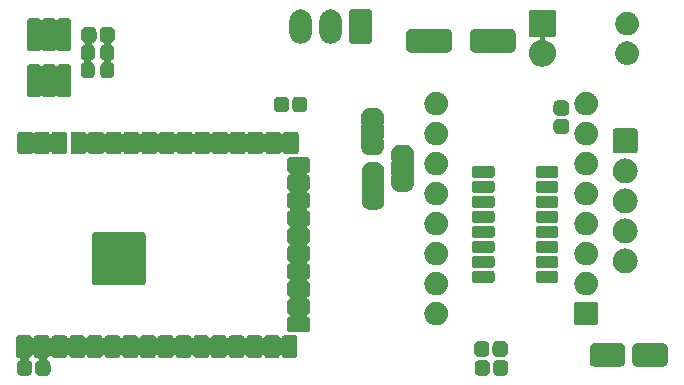
<source format=gbr>
G04 #@! TF.GenerationSoftware,KiCad,Pcbnew,9.0.1*
G04 #@! TF.CreationDate,2025-04-16T16:06:57+02:00*
G04 #@! TF.ProjectId,RulleGardin,52756c6c-6547-4617-9264-696e2e6b6963,rev?*
G04 #@! TF.SameCoordinates,Original*
G04 #@! TF.FileFunction,Soldermask,Top*
G04 #@! TF.FilePolarity,Negative*
%FSLAX46Y46*%
G04 Gerber Fmt 4.6, Leading zero omitted, Abs format (unit mm)*
G04 Created by KiCad (PCBNEW 9.0.1) date 2025-04-16 16:06:57*
%MOMM*%
%LPD*%
G01*
G04 APERTURE LIST*
G04 APERTURE END LIST*
G36*
X149566043Y-114853191D02*
G01*
X149598727Y-114857494D01*
X149606948Y-114861327D01*
X149626537Y-114865224D01*
X149652480Y-114882559D01*
X149663608Y-114887748D01*
X149670378Y-114894518D01*
X149691421Y-114908579D01*
X149705481Y-114929621D01*
X149712251Y-114936391D01*
X149717439Y-114947517D01*
X149734776Y-114973463D01*
X149738672Y-114993051D01*
X149770367Y-115061020D01*
X149929633Y-115061020D01*
X149961328Y-114993049D01*
X149965224Y-114973463D01*
X149982557Y-114947522D01*
X149987748Y-114936391D01*
X149994520Y-114929618D01*
X150008579Y-114908579D01*
X150029618Y-114894520D01*
X150036391Y-114887748D01*
X150047521Y-114882557D01*
X150073463Y-114865224D01*
X150093049Y-114861327D01*
X150101272Y-114857494D01*
X150133960Y-114853190D01*
X150150000Y-114850000D01*
X151050000Y-114850000D01*
X151066043Y-114853191D01*
X151098727Y-114857494D01*
X151106948Y-114861327D01*
X151126537Y-114865224D01*
X151152480Y-114882559D01*
X151163608Y-114887748D01*
X151170378Y-114894518D01*
X151191421Y-114908579D01*
X151205481Y-114929621D01*
X151212251Y-114936391D01*
X151217439Y-114947517D01*
X151234776Y-114973463D01*
X151238672Y-114993051D01*
X151270367Y-115061020D01*
X151429633Y-115061020D01*
X151461328Y-114993049D01*
X151465224Y-114973463D01*
X151482557Y-114947522D01*
X151487748Y-114936391D01*
X151494520Y-114929618D01*
X151508579Y-114908579D01*
X151529618Y-114894520D01*
X151536391Y-114887748D01*
X151547521Y-114882557D01*
X151573463Y-114865224D01*
X151593049Y-114861327D01*
X151601272Y-114857494D01*
X151633960Y-114853190D01*
X151650000Y-114850000D01*
X152550000Y-114850000D01*
X152566043Y-114853191D01*
X152598727Y-114857494D01*
X152606948Y-114861327D01*
X152626537Y-114865224D01*
X152652480Y-114882559D01*
X152663608Y-114887748D01*
X152670378Y-114894518D01*
X152691421Y-114908579D01*
X152705481Y-114929621D01*
X152712251Y-114936391D01*
X152717439Y-114947517D01*
X152734776Y-114973463D01*
X152738672Y-114993051D01*
X152770367Y-115061020D01*
X152929633Y-115061020D01*
X152961328Y-114993049D01*
X152965224Y-114973463D01*
X152982557Y-114947522D01*
X152987748Y-114936391D01*
X152994520Y-114929618D01*
X153008579Y-114908579D01*
X153029618Y-114894520D01*
X153036391Y-114887748D01*
X153047521Y-114882557D01*
X153073463Y-114865224D01*
X153093049Y-114861327D01*
X153101272Y-114857494D01*
X153133960Y-114853190D01*
X153150000Y-114850000D01*
X154050000Y-114850000D01*
X154066043Y-114853191D01*
X154098727Y-114857494D01*
X154106948Y-114861327D01*
X154126537Y-114865224D01*
X154152480Y-114882559D01*
X154163608Y-114887748D01*
X154170378Y-114894518D01*
X154191421Y-114908579D01*
X154205481Y-114929621D01*
X154212251Y-114936391D01*
X154217439Y-114947517D01*
X154234776Y-114973463D01*
X154238672Y-114993051D01*
X154270367Y-115061020D01*
X154429633Y-115061020D01*
X154461328Y-114993049D01*
X154465224Y-114973463D01*
X154482557Y-114947522D01*
X154487748Y-114936391D01*
X154494520Y-114929618D01*
X154508579Y-114908579D01*
X154529618Y-114894520D01*
X154536391Y-114887748D01*
X154547521Y-114882557D01*
X154573463Y-114865224D01*
X154593049Y-114861327D01*
X154601272Y-114857494D01*
X154633960Y-114853190D01*
X154650000Y-114850000D01*
X155550000Y-114850000D01*
X155566043Y-114853191D01*
X155598727Y-114857494D01*
X155606948Y-114861327D01*
X155626537Y-114865224D01*
X155652480Y-114882559D01*
X155663608Y-114887748D01*
X155670378Y-114894518D01*
X155691421Y-114908579D01*
X155705481Y-114929621D01*
X155712251Y-114936391D01*
X155717439Y-114947517D01*
X155734776Y-114973463D01*
X155738672Y-114993051D01*
X155770367Y-115061020D01*
X155929633Y-115061020D01*
X155961328Y-114993049D01*
X155965224Y-114973463D01*
X155982557Y-114947522D01*
X155987748Y-114936391D01*
X155994520Y-114929618D01*
X156008579Y-114908579D01*
X156029618Y-114894520D01*
X156036391Y-114887748D01*
X156047521Y-114882557D01*
X156073463Y-114865224D01*
X156093049Y-114861327D01*
X156101272Y-114857494D01*
X156133960Y-114853190D01*
X156150000Y-114850000D01*
X157050000Y-114850000D01*
X157066043Y-114853191D01*
X157098727Y-114857494D01*
X157106948Y-114861327D01*
X157126537Y-114865224D01*
X157152480Y-114882559D01*
X157163608Y-114887748D01*
X157170378Y-114894518D01*
X157191421Y-114908579D01*
X157205481Y-114929621D01*
X157212251Y-114936391D01*
X157217439Y-114947517D01*
X157234776Y-114973463D01*
X157238672Y-114993051D01*
X157270367Y-115061020D01*
X157429633Y-115061020D01*
X157461328Y-114993049D01*
X157465224Y-114973463D01*
X157482557Y-114947522D01*
X157487748Y-114936391D01*
X157494520Y-114929618D01*
X157508579Y-114908579D01*
X157529618Y-114894520D01*
X157536391Y-114887748D01*
X157547521Y-114882557D01*
X157573463Y-114865224D01*
X157593049Y-114861327D01*
X157601272Y-114857494D01*
X157633960Y-114853190D01*
X157650000Y-114850000D01*
X158550000Y-114850000D01*
X158566043Y-114853191D01*
X158598727Y-114857494D01*
X158606948Y-114861327D01*
X158626537Y-114865224D01*
X158652480Y-114882559D01*
X158663608Y-114887748D01*
X158670378Y-114894518D01*
X158691421Y-114908579D01*
X158705481Y-114929621D01*
X158712251Y-114936391D01*
X158717439Y-114947517D01*
X158734776Y-114973463D01*
X158738672Y-114993051D01*
X158770367Y-115061020D01*
X158929633Y-115061020D01*
X158961328Y-114993049D01*
X158965224Y-114973463D01*
X158982557Y-114947522D01*
X158987748Y-114936391D01*
X158994520Y-114929618D01*
X159008579Y-114908579D01*
X159029618Y-114894520D01*
X159036391Y-114887748D01*
X159047521Y-114882557D01*
X159073463Y-114865224D01*
X159093049Y-114861327D01*
X159101272Y-114857494D01*
X159133960Y-114853190D01*
X159150000Y-114850000D01*
X160050000Y-114850000D01*
X160066043Y-114853191D01*
X160098727Y-114857494D01*
X160106948Y-114861327D01*
X160126537Y-114865224D01*
X160152480Y-114882559D01*
X160163608Y-114887748D01*
X160170378Y-114894518D01*
X160191421Y-114908579D01*
X160205481Y-114929621D01*
X160212251Y-114936391D01*
X160217439Y-114947517D01*
X160234776Y-114973463D01*
X160238672Y-114993051D01*
X160270367Y-115061020D01*
X160429633Y-115061020D01*
X160461328Y-114993049D01*
X160465224Y-114973463D01*
X160482557Y-114947522D01*
X160487748Y-114936391D01*
X160494520Y-114929618D01*
X160508579Y-114908579D01*
X160529618Y-114894520D01*
X160536391Y-114887748D01*
X160547521Y-114882557D01*
X160573463Y-114865224D01*
X160593049Y-114861327D01*
X160601272Y-114857494D01*
X160633960Y-114853190D01*
X160650000Y-114850000D01*
X161550000Y-114850000D01*
X161566043Y-114853191D01*
X161598727Y-114857494D01*
X161606948Y-114861327D01*
X161626537Y-114865224D01*
X161652480Y-114882559D01*
X161663608Y-114887748D01*
X161670378Y-114894518D01*
X161691421Y-114908579D01*
X161705481Y-114929621D01*
X161712251Y-114936391D01*
X161717439Y-114947517D01*
X161734776Y-114973463D01*
X161738672Y-114993051D01*
X161770367Y-115061020D01*
X161929633Y-115061020D01*
X161961328Y-114993049D01*
X161965224Y-114973463D01*
X161982557Y-114947522D01*
X161987748Y-114936391D01*
X161994520Y-114929618D01*
X162008579Y-114908579D01*
X162029618Y-114894520D01*
X162036391Y-114887748D01*
X162047521Y-114882557D01*
X162073463Y-114865224D01*
X162093049Y-114861327D01*
X162101272Y-114857494D01*
X162133960Y-114853190D01*
X162150000Y-114850000D01*
X163050000Y-114850000D01*
X163066043Y-114853191D01*
X163098727Y-114857494D01*
X163106948Y-114861327D01*
X163126537Y-114865224D01*
X163152480Y-114882559D01*
X163163608Y-114887748D01*
X163170378Y-114894518D01*
X163191421Y-114908579D01*
X163205481Y-114929621D01*
X163212251Y-114936391D01*
X163217439Y-114947517D01*
X163234776Y-114973463D01*
X163238672Y-114993051D01*
X163270367Y-115061020D01*
X163429633Y-115061020D01*
X163461328Y-114993049D01*
X163465224Y-114973463D01*
X163482557Y-114947522D01*
X163487748Y-114936391D01*
X163494520Y-114929618D01*
X163508579Y-114908579D01*
X163529618Y-114894520D01*
X163536391Y-114887748D01*
X163547521Y-114882557D01*
X163573463Y-114865224D01*
X163593049Y-114861327D01*
X163601272Y-114857494D01*
X163633960Y-114853190D01*
X163650000Y-114850000D01*
X164550000Y-114850000D01*
X164566043Y-114853191D01*
X164598727Y-114857494D01*
X164606948Y-114861327D01*
X164626537Y-114865224D01*
X164652480Y-114882559D01*
X164663608Y-114887748D01*
X164670378Y-114894518D01*
X164691421Y-114908579D01*
X164705481Y-114929621D01*
X164712251Y-114936391D01*
X164717439Y-114947517D01*
X164734776Y-114973463D01*
X164738672Y-114993051D01*
X164770367Y-115061020D01*
X164929633Y-115061020D01*
X164961328Y-114993049D01*
X164965224Y-114973463D01*
X164982557Y-114947522D01*
X164987748Y-114936391D01*
X164994520Y-114929618D01*
X165008579Y-114908579D01*
X165029618Y-114894520D01*
X165036391Y-114887748D01*
X165047521Y-114882557D01*
X165073463Y-114865224D01*
X165093049Y-114861327D01*
X165101272Y-114857494D01*
X165133960Y-114853190D01*
X165150000Y-114850000D01*
X166050000Y-114850000D01*
X166066043Y-114853191D01*
X166098727Y-114857494D01*
X166106948Y-114861327D01*
X166126537Y-114865224D01*
X166152480Y-114882559D01*
X166163608Y-114887748D01*
X166170378Y-114894518D01*
X166191421Y-114908579D01*
X166205481Y-114929621D01*
X166212251Y-114936391D01*
X166217439Y-114947517D01*
X166234776Y-114973463D01*
X166238672Y-114993051D01*
X166270367Y-115061020D01*
X166429633Y-115061020D01*
X166461328Y-114993049D01*
X166465224Y-114973463D01*
X166482557Y-114947522D01*
X166487748Y-114936391D01*
X166494520Y-114929618D01*
X166508579Y-114908579D01*
X166529618Y-114894520D01*
X166536391Y-114887748D01*
X166547521Y-114882557D01*
X166573463Y-114865224D01*
X166593049Y-114861327D01*
X166601272Y-114857494D01*
X166633960Y-114853190D01*
X166650000Y-114850000D01*
X167550000Y-114850000D01*
X167566043Y-114853191D01*
X167598727Y-114857494D01*
X167606948Y-114861327D01*
X167626537Y-114865224D01*
X167652480Y-114882559D01*
X167663608Y-114887748D01*
X167670378Y-114894518D01*
X167691421Y-114908579D01*
X167705481Y-114929621D01*
X167712251Y-114936391D01*
X167717439Y-114947517D01*
X167734776Y-114973463D01*
X167738672Y-114993051D01*
X167770367Y-115061020D01*
X167929633Y-115061020D01*
X167961328Y-114993049D01*
X167965224Y-114973463D01*
X167982557Y-114947522D01*
X167987748Y-114936391D01*
X167994520Y-114929618D01*
X168008579Y-114908579D01*
X168029618Y-114894520D01*
X168036391Y-114887748D01*
X168047521Y-114882557D01*
X168073463Y-114865224D01*
X168093049Y-114861327D01*
X168101272Y-114857494D01*
X168133960Y-114853190D01*
X168150000Y-114850000D01*
X169050000Y-114850000D01*
X169066043Y-114853191D01*
X169098727Y-114857494D01*
X169106948Y-114861327D01*
X169126537Y-114865224D01*
X169152480Y-114882559D01*
X169163608Y-114887748D01*
X169170378Y-114894518D01*
X169191421Y-114908579D01*
X169205481Y-114929621D01*
X169212251Y-114936391D01*
X169217439Y-114947517D01*
X169234776Y-114973463D01*
X169238672Y-114993051D01*
X169270367Y-115061020D01*
X169429633Y-115061020D01*
X169461328Y-114993049D01*
X169465224Y-114973463D01*
X169482557Y-114947522D01*
X169487748Y-114936391D01*
X169494520Y-114929618D01*
X169508579Y-114908579D01*
X169529618Y-114894520D01*
X169536391Y-114887748D01*
X169547521Y-114882557D01*
X169573463Y-114865224D01*
X169593049Y-114861327D01*
X169601272Y-114857494D01*
X169633960Y-114853190D01*
X169650000Y-114850000D01*
X170550000Y-114850000D01*
X170566043Y-114853191D01*
X170598727Y-114857494D01*
X170606948Y-114861327D01*
X170626537Y-114865224D01*
X170652480Y-114882559D01*
X170663608Y-114887748D01*
X170670378Y-114894518D01*
X170691421Y-114908579D01*
X170705481Y-114929621D01*
X170712251Y-114936391D01*
X170717439Y-114947517D01*
X170734776Y-114973463D01*
X170738672Y-114993051D01*
X170770367Y-115061020D01*
X170929633Y-115061020D01*
X170961328Y-114993049D01*
X170965224Y-114973463D01*
X170982557Y-114947522D01*
X170987748Y-114936391D01*
X170994520Y-114929618D01*
X171008579Y-114908579D01*
X171029618Y-114894520D01*
X171036391Y-114887748D01*
X171047521Y-114882557D01*
X171073463Y-114865224D01*
X171093049Y-114861327D01*
X171101272Y-114857494D01*
X171133960Y-114853190D01*
X171150000Y-114850000D01*
X172050000Y-114850000D01*
X172066043Y-114853191D01*
X172098727Y-114857494D01*
X172106948Y-114861327D01*
X172126537Y-114865224D01*
X172152480Y-114882559D01*
X172163608Y-114887748D01*
X172170378Y-114894518D01*
X172191421Y-114908579D01*
X172205481Y-114929621D01*
X172212251Y-114936391D01*
X172217438Y-114947516D01*
X172234776Y-114973463D01*
X172238672Y-114993053D01*
X172242505Y-115001272D01*
X172246806Y-115033945D01*
X172250000Y-115050000D01*
X172250000Y-116550000D01*
X172246805Y-116566058D01*
X172242505Y-116598727D01*
X172238673Y-116606944D01*
X172234776Y-116626537D01*
X172217437Y-116652485D01*
X172212251Y-116663608D01*
X172205483Y-116670375D01*
X172191421Y-116691421D01*
X172170375Y-116705483D01*
X172163608Y-116712251D01*
X172152485Y-116717437D01*
X172126537Y-116734776D01*
X172106944Y-116738673D01*
X172098727Y-116742505D01*
X172066056Y-116746806D01*
X172050000Y-116750000D01*
X171150000Y-116750000D01*
X171133943Y-116746806D01*
X171101272Y-116742505D01*
X171093053Y-116738672D01*
X171073463Y-116734776D01*
X171047516Y-116717438D01*
X171036391Y-116712251D01*
X171029621Y-116705481D01*
X171008579Y-116691421D01*
X170994518Y-116670378D01*
X170987748Y-116663608D01*
X170982559Y-116652480D01*
X170965224Y-116626537D01*
X170961327Y-116606947D01*
X170929634Y-116538979D01*
X170770366Y-116538979D01*
X170738672Y-116606945D01*
X170734776Y-116626537D01*
X170717437Y-116652485D01*
X170712251Y-116663608D01*
X170705483Y-116670375D01*
X170691421Y-116691421D01*
X170670375Y-116705483D01*
X170663608Y-116712251D01*
X170652485Y-116717437D01*
X170626537Y-116734776D01*
X170606944Y-116738673D01*
X170598727Y-116742505D01*
X170566056Y-116746806D01*
X170550000Y-116750000D01*
X169650000Y-116750000D01*
X169633943Y-116746806D01*
X169601272Y-116742505D01*
X169593053Y-116738672D01*
X169573463Y-116734776D01*
X169547516Y-116717438D01*
X169536391Y-116712251D01*
X169529621Y-116705481D01*
X169508579Y-116691421D01*
X169494518Y-116670378D01*
X169487748Y-116663608D01*
X169482559Y-116652480D01*
X169465224Y-116626537D01*
X169461327Y-116606947D01*
X169429634Y-116538979D01*
X169270366Y-116538979D01*
X169238672Y-116606945D01*
X169234776Y-116626537D01*
X169217437Y-116652485D01*
X169212251Y-116663608D01*
X169205483Y-116670375D01*
X169191421Y-116691421D01*
X169170375Y-116705483D01*
X169163608Y-116712251D01*
X169152485Y-116717437D01*
X169126537Y-116734776D01*
X169106944Y-116738673D01*
X169098727Y-116742505D01*
X169066056Y-116746806D01*
X169050000Y-116750000D01*
X168150000Y-116750000D01*
X168133943Y-116746806D01*
X168101272Y-116742505D01*
X168093053Y-116738672D01*
X168073463Y-116734776D01*
X168047516Y-116717438D01*
X168036391Y-116712251D01*
X168029621Y-116705481D01*
X168008579Y-116691421D01*
X167994518Y-116670378D01*
X167987748Y-116663608D01*
X167982559Y-116652480D01*
X167965224Y-116626537D01*
X167961327Y-116606947D01*
X167929634Y-116538979D01*
X167770366Y-116538979D01*
X167738672Y-116606945D01*
X167734776Y-116626537D01*
X167717437Y-116652485D01*
X167712251Y-116663608D01*
X167705483Y-116670375D01*
X167691421Y-116691421D01*
X167670375Y-116705483D01*
X167663608Y-116712251D01*
X167652485Y-116717437D01*
X167626537Y-116734776D01*
X167606944Y-116738673D01*
X167598727Y-116742505D01*
X167566056Y-116746806D01*
X167550000Y-116750000D01*
X166650000Y-116750000D01*
X166633943Y-116746806D01*
X166601272Y-116742505D01*
X166593053Y-116738672D01*
X166573463Y-116734776D01*
X166547516Y-116717438D01*
X166536391Y-116712251D01*
X166529621Y-116705481D01*
X166508579Y-116691421D01*
X166494518Y-116670378D01*
X166487748Y-116663608D01*
X166482559Y-116652480D01*
X166465224Y-116626537D01*
X166461327Y-116606947D01*
X166429634Y-116538979D01*
X166270366Y-116538979D01*
X166238672Y-116606945D01*
X166234776Y-116626537D01*
X166217437Y-116652485D01*
X166212251Y-116663608D01*
X166205483Y-116670375D01*
X166191421Y-116691421D01*
X166170375Y-116705483D01*
X166163608Y-116712251D01*
X166152485Y-116717437D01*
X166126537Y-116734776D01*
X166106944Y-116738673D01*
X166098727Y-116742505D01*
X166066056Y-116746806D01*
X166050000Y-116750000D01*
X165150000Y-116750000D01*
X165133943Y-116746806D01*
X165101272Y-116742505D01*
X165093053Y-116738672D01*
X165073463Y-116734776D01*
X165047516Y-116717438D01*
X165036391Y-116712251D01*
X165029621Y-116705481D01*
X165008579Y-116691421D01*
X164994518Y-116670378D01*
X164987748Y-116663608D01*
X164982559Y-116652480D01*
X164965224Y-116626537D01*
X164961327Y-116606947D01*
X164929634Y-116538979D01*
X164770366Y-116538979D01*
X164738672Y-116606945D01*
X164734776Y-116626537D01*
X164717437Y-116652485D01*
X164712251Y-116663608D01*
X164705483Y-116670375D01*
X164691421Y-116691421D01*
X164670375Y-116705483D01*
X164663608Y-116712251D01*
X164652485Y-116717437D01*
X164626537Y-116734776D01*
X164606944Y-116738673D01*
X164598727Y-116742505D01*
X164566056Y-116746806D01*
X164550000Y-116750000D01*
X163650000Y-116750000D01*
X163633943Y-116746806D01*
X163601272Y-116742505D01*
X163593053Y-116738672D01*
X163573463Y-116734776D01*
X163547516Y-116717438D01*
X163536391Y-116712251D01*
X163529621Y-116705481D01*
X163508579Y-116691421D01*
X163494518Y-116670378D01*
X163487748Y-116663608D01*
X163482559Y-116652480D01*
X163465224Y-116626537D01*
X163461327Y-116606947D01*
X163429634Y-116538979D01*
X163270366Y-116538979D01*
X163238672Y-116606945D01*
X163234776Y-116626537D01*
X163217437Y-116652485D01*
X163212251Y-116663608D01*
X163205483Y-116670375D01*
X163191421Y-116691421D01*
X163170375Y-116705483D01*
X163163608Y-116712251D01*
X163152485Y-116717437D01*
X163126537Y-116734776D01*
X163106944Y-116738673D01*
X163098727Y-116742505D01*
X163066056Y-116746806D01*
X163050000Y-116750000D01*
X162150000Y-116750000D01*
X162133943Y-116746806D01*
X162101272Y-116742505D01*
X162093053Y-116738672D01*
X162073463Y-116734776D01*
X162047516Y-116717438D01*
X162036391Y-116712251D01*
X162029621Y-116705481D01*
X162008579Y-116691421D01*
X161994518Y-116670378D01*
X161987748Y-116663608D01*
X161982559Y-116652480D01*
X161965224Y-116626537D01*
X161961327Y-116606947D01*
X161929634Y-116538979D01*
X161770366Y-116538979D01*
X161738672Y-116606945D01*
X161734776Y-116626537D01*
X161717437Y-116652485D01*
X161712251Y-116663608D01*
X161705483Y-116670375D01*
X161691421Y-116691421D01*
X161670375Y-116705483D01*
X161663608Y-116712251D01*
X161652485Y-116717437D01*
X161626537Y-116734776D01*
X161606944Y-116738673D01*
X161598727Y-116742505D01*
X161566056Y-116746806D01*
X161550000Y-116750000D01*
X160650000Y-116750000D01*
X160633943Y-116746806D01*
X160601272Y-116742505D01*
X160593053Y-116738672D01*
X160573463Y-116734776D01*
X160547516Y-116717438D01*
X160536391Y-116712251D01*
X160529621Y-116705481D01*
X160508579Y-116691421D01*
X160494518Y-116670378D01*
X160487748Y-116663608D01*
X160482559Y-116652480D01*
X160465224Y-116626537D01*
X160461327Y-116606947D01*
X160429634Y-116538979D01*
X160270366Y-116538979D01*
X160238672Y-116606945D01*
X160234776Y-116626537D01*
X160217437Y-116652485D01*
X160212251Y-116663608D01*
X160205483Y-116670375D01*
X160191421Y-116691421D01*
X160170375Y-116705483D01*
X160163608Y-116712251D01*
X160152485Y-116717437D01*
X160126537Y-116734776D01*
X160106944Y-116738673D01*
X160098727Y-116742505D01*
X160066056Y-116746806D01*
X160050000Y-116750000D01*
X159150000Y-116750000D01*
X159133943Y-116746806D01*
X159101272Y-116742505D01*
X159093053Y-116738672D01*
X159073463Y-116734776D01*
X159047516Y-116717438D01*
X159036391Y-116712251D01*
X159029621Y-116705481D01*
X159008579Y-116691421D01*
X158994518Y-116670378D01*
X158987748Y-116663608D01*
X158982559Y-116652480D01*
X158965224Y-116626537D01*
X158961327Y-116606947D01*
X158929634Y-116538979D01*
X158770366Y-116538979D01*
X158738672Y-116606945D01*
X158734776Y-116626537D01*
X158717437Y-116652485D01*
X158712251Y-116663608D01*
X158705483Y-116670375D01*
X158691421Y-116691421D01*
X158670375Y-116705483D01*
X158663608Y-116712251D01*
X158652485Y-116717437D01*
X158626537Y-116734776D01*
X158606944Y-116738673D01*
X158598727Y-116742505D01*
X158566056Y-116746806D01*
X158550000Y-116750000D01*
X157650000Y-116750000D01*
X157633943Y-116746806D01*
X157601272Y-116742505D01*
X157593053Y-116738672D01*
X157573463Y-116734776D01*
X157547516Y-116717438D01*
X157536391Y-116712251D01*
X157529621Y-116705481D01*
X157508579Y-116691421D01*
X157494518Y-116670378D01*
X157487748Y-116663608D01*
X157482559Y-116652480D01*
X157465224Y-116626537D01*
X157461327Y-116606947D01*
X157429634Y-116538979D01*
X157270366Y-116538979D01*
X157238672Y-116606945D01*
X157234776Y-116626537D01*
X157217437Y-116652485D01*
X157212251Y-116663608D01*
X157205483Y-116670375D01*
X157191421Y-116691421D01*
X157170375Y-116705483D01*
X157163608Y-116712251D01*
X157152485Y-116717437D01*
X157126537Y-116734776D01*
X157106944Y-116738673D01*
X157098727Y-116742505D01*
X157066056Y-116746806D01*
X157050000Y-116750000D01*
X156150000Y-116750000D01*
X156133943Y-116746806D01*
X156101272Y-116742505D01*
X156093053Y-116738672D01*
X156073463Y-116734776D01*
X156047516Y-116717438D01*
X156036391Y-116712251D01*
X156029621Y-116705481D01*
X156008579Y-116691421D01*
X155994518Y-116670378D01*
X155987748Y-116663608D01*
X155982559Y-116652480D01*
X155965224Y-116626537D01*
X155961327Y-116606947D01*
X155929634Y-116538979D01*
X155770366Y-116538979D01*
X155738672Y-116606945D01*
X155734776Y-116626537D01*
X155717437Y-116652485D01*
X155712251Y-116663608D01*
X155705483Y-116670375D01*
X155691421Y-116691421D01*
X155670375Y-116705483D01*
X155663608Y-116712251D01*
X155652485Y-116717437D01*
X155626537Y-116734776D01*
X155606944Y-116738673D01*
X155598727Y-116742505D01*
X155566056Y-116746806D01*
X155550000Y-116750000D01*
X154650000Y-116750000D01*
X154633943Y-116746806D01*
X154601272Y-116742505D01*
X154593053Y-116738672D01*
X154573463Y-116734776D01*
X154547516Y-116717438D01*
X154536391Y-116712251D01*
X154529621Y-116705481D01*
X154508579Y-116691421D01*
X154494518Y-116670378D01*
X154487748Y-116663608D01*
X154482559Y-116652480D01*
X154465224Y-116626537D01*
X154461327Y-116606947D01*
X154429634Y-116538979D01*
X154270366Y-116538979D01*
X154238672Y-116606945D01*
X154234776Y-116626537D01*
X154217437Y-116652485D01*
X154212251Y-116663608D01*
X154205483Y-116670375D01*
X154191421Y-116691421D01*
X154170375Y-116705483D01*
X154163608Y-116712251D01*
X154152485Y-116717437D01*
X154126537Y-116734776D01*
X154106944Y-116738673D01*
X154098727Y-116742505D01*
X154066056Y-116746806D01*
X154050000Y-116750000D01*
X153150000Y-116750000D01*
X153133943Y-116746806D01*
X153101272Y-116742505D01*
X153093053Y-116738672D01*
X153073463Y-116734776D01*
X153047516Y-116717438D01*
X153036391Y-116712251D01*
X153029621Y-116705481D01*
X153008579Y-116691421D01*
X152994518Y-116670378D01*
X152987748Y-116663608D01*
X152982559Y-116652480D01*
X152965224Y-116626537D01*
X152961327Y-116606947D01*
X152929634Y-116538979D01*
X152770366Y-116538979D01*
X152738672Y-116606945D01*
X152734776Y-116626537D01*
X152717437Y-116652485D01*
X152712251Y-116663608D01*
X152705483Y-116670375D01*
X152691421Y-116691421D01*
X152670375Y-116705483D01*
X152663608Y-116712251D01*
X152652485Y-116717437D01*
X152626537Y-116734776D01*
X152606944Y-116738673D01*
X152598727Y-116742505D01*
X152566056Y-116746806D01*
X152550000Y-116750000D01*
X151650000Y-116750000D01*
X151633943Y-116746806D01*
X151601272Y-116742505D01*
X151593053Y-116738672D01*
X151573463Y-116734776D01*
X151547516Y-116717438D01*
X151536391Y-116712251D01*
X151529621Y-116705481D01*
X151508579Y-116691421D01*
X151494518Y-116670378D01*
X151487748Y-116663608D01*
X151482559Y-116652480D01*
X151465224Y-116626537D01*
X151461327Y-116606947D01*
X151429634Y-116538979D01*
X151270366Y-116538979D01*
X151238672Y-116606945D01*
X151234776Y-116626537D01*
X151217437Y-116652485D01*
X151212251Y-116663608D01*
X151205483Y-116670375D01*
X151191421Y-116691421D01*
X151170375Y-116705483D01*
X151163608Y-116712251D01*
X151152485Y-116717437D01*
X151126537Y-116734776D01*
X151106944Y-116738673D01*
X151026630Y-116776124D01*
X151031625Y-116940701D01*
X151036654Y-116942684D01*
X151056332Y-116945801D01*
X151096646Y-116966342D01*
X151132718Y-116980567D01*
X151149417Y-116993230D01*
X151174809Y-117006168D01*
X151200947Y-117032306D01*
X151224689Y-117050310D01*
X151242692Y-117074051D01*
X151268832Y-117100191D01*
X151281769Y-117125582D01*
X151294430Y-117142278D01*
X151308651Y-117178342D01*
X151329199Y-117218668D01*
X151332316Y-117238350D01*
X151337173Y-117250666D01*
X151346283Y-117326538D01*
X151350000Y-117350000D01*
X151350000Y-117850000D01*
X151346283Y-117873467D01*
X151337173Y-117949333D01*
X151332316Y-117961647D01*
X151329199Y-117981332D01*
X151308650Y-118021661D01*
X151294430Y-118057721D01*
X151281771Y-118074414D01*
X151268832Y-118099809D01*
X151242689Y-118125951D01*
X151224689Y-118149689D01*
X151200951Y-118167689D01*
X151174809Y-118193832D01*
X151149414Y-118206771D01*
X151132721Y-118219430D01*
X151096661Y-118233650D01*
X151056332Y-118254199D01*
X151036647Y-118257316D01*
X151024333Y-118262173D01*
X150948465Y-118271283D01*
X150925000Y-118275000D01*
X150475000Y-118275000D01*
X150451535Y-118271283D01*
X150375666Y-118262173D01*
X150363350Y-118257316D01*
X150343668Y-118254199D01*
X150303342Y-118233651D01*
X150267278Y-118219430D01*
X150250582Y-118206769D01*
X150225191Y-118193832D01*
X150199051Y-118167692D01*
X150175310Y-118149689D01*
X150157306Y-118125947D01*
X150131168Y-118099809D01*
X150118230Y-118074418D01*
X150105569Y-118057721D01*
X150091345Y-118021652D01*
X150070801Y-117981332D01*
X150067683Y-117961651D01*
X150062826Y-117949333D01*
X150053712Y-117873438D01*
X150050000Y-117850000D01*
X150050000Y-117350000D01*
X150053712Y-117326561D01*
X150062826Y-117250666D01*
X150067684Y-117238346D01*
X150070801Y-117218668D01*
X150091343Y-117178350D01*
X150105569Y-117142278D01*
X150118232Y-117125578D01*
X150131168Y-117100191D01*
X150157302Y-117074056D01*
X150175310Y-117050310D01*
X150199056Y-117032302D01*
X150225191Y-117006168D01*
X150250577Y-116993232D01*
X150346740Y-116920311D01*
X150289465Y-116750000D01*
X150150000Y-116750000D01*
X150133945Y-116746806D01*
X150101272Y-116742505D01*
X150093053Y-116738672D01*
X150073463Y-116734776D01*
X150047516Y-116717438D01*
X150036391Y-116712251D01*
X150029621Y-116705481D01*
X150008579Y-116691421D01*
X149994518Y-116670378D01*
X149987748Y-116663608D01*
X149982559Y-116652480D01*
X149965224Y-116626537D01*
X149961327Y-116606947D01*
X149929634Y-116538979D01*
X149770366Y-116538979D01*
X149738672Y-116606945D01*
X149734776Y-116626537D01*
X149717437Y-116652485D01*
X149712251Y-116663608D01*
X149705483Y-116670375D01*
X149691421Y-116691421D01*
X149670375Y-116705483D01*
X149663608Y-116712251D01*
X149652484Y-116717437D01*
X149626537Y-116734776D01*
X149606946Y-116738672D01*
X149598737Y-116742501D01*
X149566185Y-116746780D01*
X149550000Y-116750000D01*
X149541698Y-116750000D01*
X149517038Y-116753242D01*
X149493584Y-116943782D01*
X149506332Y-116945801D01*
X149546633Y-116966335D01*
X149582717Y-116980566D01*
X149599417Y-116993230D01*
X149624809Y-117006168D01*
X149650947Y-117032306D01*
X149674689Y-117050310D01*
X149692692Y-117074051D01*
X149718832Y-117100191D01*
X149731769Y-117125582D01*
X149744430Y-117142278D01*
X149758651Y-117178342D01*
X149779199Y-117218668D01*
X149782316Y-117238350D01*
X149787173Y-117250666D01*
X149796283Y-117326538D01*
X149800000Y-117350000D01*
X149800000Y-117850000D01*
X149796283Y-117873467D01*
X149787173Y-117949333D01*
X149782316Y-117961647D01*
X149779199Y-117981332D01*
X149758650Y-118021661D01*
X149744430Y-118057721D01*
X149731771Y-118074414D01*
X149718832Y-118099809D01*
X149692689Y-118125951D01*
X149674689Y-118149689D01*
X149650951Y-118167689D01*
X149624809Y-118193832D01*
X149599414Y-118206771D01*
X149582721Y-118219430D01*
X149546661Y-118233650D01*
X149506332Y-118254199D01*
X149486647Y-118257316D01*
X149474333Y-118262173D01*
X149398465Y-118271283D01*
X149375000Y-118275000D01*
X148925000Y-118275000D01*
X148901535Y-118271283D01*
X148825666Y-118262173D01*
X148813350Y-118257316D01*
X148793668Y-118254199D01*
X148753342Y-118233651D01*
X148717278Y-118219430D01*
X148700582Y-118206769D01*
X148675191Y-118193832D01*
X148649051Y-118167692D01*
X148625310Y-118149689D01*
X148607306Y-118125947D01*
X148581168Y-118099809D01*
X148568230Y-118074418D01*
X148555569Y-118057721D01*
X148541345Y-118021652D01*
X148520801Y-117981332D01*
X148517683Y-117961651D01*
X148512826Y-117949333D01*
X148503712Y-117873438D01*
X148500000Y-117850000D01*
X148500000Y-117350000D01*
X148503712Y-117326561D01*
X148512826Y-117250666D01*
X148517684Y-117238346D01*
X148520801Y-117218668D01*
X148541343Y-117178350D01*
X148555569Y-117142278D01*
X148568232Y-117125579D01*
X148581168Y-117100191D01*
X148607303Y-117074055D01*
X148625311Y-117050309D01*
X148649057Y-117032301D01*
X148675191Y-117006168D01*
X148700576Y-116993233D01*
X148791963Y-116923933D01*
X148749055Y-116761961D01*
X148658198Y-116750000D01*
X148650000Y-116750000D01*
X148633956Y-116746808D01*
X148601272Y-116742506D01*
X148593050Y-116738672D01*
X148573463Y-116734776D01*
X148547517Y-116717439D01*
X148536391Y-116712251D01*
X148529621Y-116705481D01*
X148508579Y-116691421D01*
X148494518Y-116670378D01*
X148487748Y-116663608D01*
X148482559Y-116652480D01*
X148465224Y-116626537D01*
X148461327Y-116606948D01*
X148457494Y-116598727D01*
X148453190Y-116566041D01*
X148450000Y-116550000D01*
X148450000Y-115050000D01*
X148453190Y-115033958D01*
X148457494Y-115001272D01*
X148461327Y-114993049D01*
X148465224Y-114973463D01*
X148482557Y-114947521D01*
X148487748Y-114936391D01*
X148494520Y-114929618D01*
X148508579Y-114908579D01*
X148529618Y-114894520D01*
X148536391Y-114887748D01*
X148547521Y-114882557D01*
X148573463Y-114865224D01*
X148593049Y-114861327D01*
X148601272Y-114857494D01*
X148633960Y-114853190D01*
X148650000Y-114850000D01*
X149550000Y-114850000D01*
X149566043Y-114853191D01*
G37*
G36*
X188148441Y-116928712D02*
G01*
X188224333Y-116937826D01*
X188236651Y-116942683D01*
X188256332Y-116945801D01*
X188296652Y-116966345D01*
X188332721Y-116980569D01*
X188349418Y-116993230D01*
X188374809Y-117006168D01*
X188400947Y-117032306D01*
X188424689Y-117050310D01*
X188442692Y-117074051D01*
X188468832Y-117100191D01*
X188481769Y-117125582D01*
X188494430Y-117142278D01*
X188508651Y-117178342D01*
X188529199Y-117218668D01*
X188532316Y-117238350D01*
X188537173Y-117250666D01*
X188546283Y-117326538D01*
X188550000Y-117350000D01*
X188550000Y-117850000D01*
X188546283Y-117873467D01*
X188537173Y-117949333D01*
X188532316Y-117961647D01*
X188529199Y-117981332D01*
X188508650Y-118021661D01*
X188494430Y-118057721D01*
X188481771Y-118074414D01*
X188468832Y-118099809D01*
X188442689Y-118125951D01*
X188424689Y-118149689D01*
X188400951Y-118167689D01*
X188374809Y-118193832D01*
X188349414Y-118206771D01*
X188332721Y-118219430D01*
X188296661Y-118233650D01*
X188256332Y-118254199D01*
X188236647Y-118257316D01*
X188224333Y-118262173D01*
X188148465Y-118271283D01*
X188125000Y-118275000D01*
X187675000Y-118275000D01*
X187651535Y-118271283D01*
X187575666Y-118262173D01*
X187563350Y-118257316D01*
X187543668Y-118254199D01*
X187503342Y-118233651D01*
X187467278Y-118219430D01*
X187450582Y-118206769D01*
X187425191Y-118193832D01*
X187399051Y-118167692D01*
X187375310Y-118149689D01*
X187357306Y-118125947D01*
X187331168Y-118099809D01*
X187318230Y-118074418D01*
X187305569Y-118057721D01*
X187291345Y-118021652D01*
X187270801Y-117981332D01*
X187267683Y-117961651D01*
X187262826Y-117949333D01*
X187253712Y-117873438D01*
X187250000Y-117850000D01*
X187250000Y-117350000D01*
X187253712Y-117326561D01*
X187262826Y-117250666D01*
X187267684Y-117238346D01*
X187270801Y-117218668D01*
X187291343Y-117178350D01*
X187305569Y-117142278D01*
X187318232Y-117125578D01*
X187331168Y-117100191D01*
X187357302Y-117074056D01*
X187375310Y-117050310D01*
X187399056Y-117032302D01*
X187425191Y-117006168D01*
X187450578Y-116993232D01*
X187467278Y-116980569D01*
X187503350Y-116966343D01*
X187543668Y-116945801D01*
X187563346Y-116942684D01*
X187575666Y-116937826D01*
X187651564Y-116928711D01*
X187675000Y-116925000D01*
X188125000Y-116925000D01*
X188148441Y-116928712D01*
G37*
G36*
X189698441Y-116928712D02*
G01*
X189774333Y-116937826D01*
X189786651Y-116942683D01*
X189806332Y-116945801D01*
X189846652Y-116966345D01*
X189882721Y-116980569D01*
X189899418Y-116993230D01*
X189924809Y-117006168D01*
X189950947Y-117032306D01*
X189974689Y-117050310D01*
X189992692Y-117074051D01*
X190018832Y-117100191D01*
X190031769Y-117125582D01*
X190044430Y-117142278D01*
X190058651Y-117178342D01*
X190079199Y-117218668D01*
X190082316Y-117238350D01*
X190087173Y-117250666D01*
X190096283Y-117326538D01*
X190100000Y-117350000D01*
X190100000Y-117850000D01*
X190096283Y-117873467D01*
X190087173Y-117949333D01*
X190082316Y-117961647D01*
X190079199Y-117981332D01*
X190058650Y-118021661D01*
X190044430Y-118057721D01*
X190031771Y-118074414D01*
X190018832Y-118099809D01*
X189992689Y-118125951D01*
X189974689Y-118149689D01*
X189950951Y-118167689D01*
X189924809Y-118193832D01*
X189899414Y-118206771D01*
X189882721Y-118219430D01*
X189846661Y-118233650D01*
X189806332Y-118254199D01*
X189786647Y-118257316D01*
X189774333Y-118262173D01*
X189698465Y-118271283D01*
X189675000Y-118275000D01*
X189225000Y-118275000D01*
X189201535Y-118271283D01*
X189125666Y-118262173D01*
X189113350Y-118257316D01*
X189093668Y-118254199D01*
X189053342Y-118233651D01*
X189017278Y-118219430D01*
X189000582Y-118206769D01*
X188975191Y-118193832D01*
X188949051Y-118167692D01*
X188925310Y-118149689D01*
X188907306Y-118125947D01*
X188881168Y-118099809D01*
X188868230Y-118074418D01*
X188855569Y-118057721D01*
X188841345Y-118021652D01*
X188820801Y-117981332D01*
X188817683Y-117961651D01*
X188812826Y-117949333D01*
X188803712Y-117873438D01*
X188800000Y-117850000D01*
X188800000Y-117350000D01*
X188803712Y-117326561D01*
X188812826Y-117250666D01*
X188817684Y-117238346D01*
X188820801Y-117218668D01*
X188841343Y-117178350D01*
X188855569Y-117142278D01*
X188868232Y-117125578D01*
X188881168Y-117100191D01*
X188907302Y-117074056D01*
X188925310Y-117050310D01*
X188949056Y-117032302D01*
X188975191Y-117006168D01*
X189000578Y-116993232D01*
X189017278Y-116980569D01*
X189053350Y-116966343D01*
X189093668Y-116945801D01*
X189113346Y-116942684D01*
X189125666Y-116937826D01*
X189201564Y-116928711D01*
X189225000Y-116925000D01*
X189675000Y-116925000D01*
X189698441Y-116928712D01*
G37*
G36*
X199633660Y-115507845D02*
G01*
X199653123Y-115514655D01*
X199666191Y-115516376D01*
X199710552Y-115534750D01*
X199760271Y-115552148D01*
X199770141Y-115559432D01*
X199774461Y-115561222D01*
X199822204Y-115597856D01*
X199868198Y-115631802D01*
X199902148Y-115677803D01*
X199938777Y-115725538D01*
X199940565Y-115729856D01*
X199947852Y-115739729D01*
X199965252Y-115789456D01*
X199983623Y-115833808D01*
X199985342Y-115846872D01*
X199992155Y-115866340D01*
X200000000Y-115950000D01*
X200000000Y-117050000D01*
X199992155Y-117133660D01*
X199985342Y-117153128D01*
X199983623Y-117166191D01*
X199965254Y-117210537D01*
X199947852Y-117260271D01*
X199940564Y-117270144D01*
X199938777Y-117274461D01*
X199902168Y-117322170D01*
X199868198Y-117368198D01*
X199822170Y-117402168D01*
X199774461Y-117438777D01*
X199770144Y-117440564D01*
X199760271Y-117447852D01*
X199710537Y-117465254D01*
X199666191Y-117483623D01*
X199653128Y-117485342D01*
X199633660Y-117492155D01*
X199550000Y-117500000D01*
X197450000Y-117500000D01*
X197366340Y-117492155D01*
X197346872Y-117485342D01*
X197333808Y-117483623D01*
X197289456Y-117465252D01*
X197239729Y-117447852D01*
X197229856Y-117440565D01*
X197225538Y-117438777D01*
X197177803Y-117402148D01*
X197131802Y-117368198D01*
X197097856Y-117322204D01*
X197061222Y-117274461D01*
X197059432Y-117270141D01*
X197052148Y-117260271D01*
X197034750Y-117210552D01*
X197016376Y-117166191D01*
X197014655Y-117153123D01*
X197007845Y-117133660D01*
X197000000Y-117050000D01*
X197000000Y-115950000D01*
X197007845Y-115866340D01*
X197014655Y-115846876D01*
X197016376Y-115833808D01*
X197034753Y-115789440D01*
X197052148Y-115739729D01*
X197059431Y-115729859D01*
X197061222Y-115725538D01*
X197097876Y-115677769D01*
X197131802Y-115631802D01*
X197177769Y-115597876D01*
X197225538Y-115561222D01*
X197229859Y-115559431D01*
X197239729Y-115552148D01*
X197289440Y-115534753D01*
X197333808Y-115516376D01*
X197346876Y-115514655D01*
X197366340Y-115507845D01*
X197450000Y-115500000D01*
X199550000Y-115500000D01*
X199633660Y-115507845D01*
G37*
G36*
X203233660Y-115507845D02*
G01*
X203253123Y-115514655D01*
X203266191Y-115516376D01*
X203310552Y-115534750D01*
X203360271Y-115552148D01*
X203370141Y-115559432D01*
X203374461Y-115561222D01*
X203422204Y-115597856D01*
X203468198Y-115631802D01*
X203502148Y-115677803D01*
X203538777Y-115725538D01*
X203540565Y-115729856D01*
X203547852Y-115739729D01*
X203565252Y-115789456D01*
X203583623Y-115833808D01*
X203585342Y-115846872D01*
X203592155Y-115866340D01*
X203600000Y-115950000D01*
X203600000Y-117050000D01*
X203592155Y-117133660D01*
X203585342Y-117153128D01*
X203583623Y-117166191D01*
X203565254Y-117210537D01*
X203547852Y-117260271D01*
X203540564Y-117270144D01*
X203538777Y-117274461D01*
X203502168Y-117322170D01*
X203468198Y-117368198D01*
X203422170Y-117402168D01*
X203374461Y-117438777D01*
X203370144Y-117440564D01*
X203360271Y-117447852D01*
X203310537Y-117465254D01*
X203266191Y-117483623D01*
X203253128Y-117485342D01*
X203233660Y-117492155D01*
X203150000Y-117500000D01*
X201050000Y-117500000D01*
X200966340Y-117492155D01*
X200946872Y-117485342D01*
X200933808Y-117483623D01*
X200889456Y-117465252D01*
X200839729Y-117447852D01*
X200829856Y-117440565D01*
X200825538Y-117438777D01*
X200777803Y-117402148D01*
X200731802Y-117368198D01*
X200697856Y-117322204D01*
X200661222Y-117274461D01*
X200659432Y-117270141D01*
X200652148Y-117260271D01*
X200634750Y-117210552D01*
X200616376Y-117166191D01*
X200614655Y-117153123D01*
X200607845Y-117133660D01*
X200600000Y-117050000D01*
X200600000Y-115950000D01*
X200607845Y-115866340D01*
X200614655Y-115846876D01*
X200616376Y-115833808D01*
X200634753Y-115789440D01*
X200652148Y-115739729D01*
X200659431Y-115729859D01*
X200661222Y-115725538D01*
X200697876Y-115677769D01*
X200731802Y-115631802D01*
X200777769Y-115597876D01*
X200825538Y-115561222D01*
X200829859Y-115559431D01*
X200839729Y-115552148D01*
X200889440Y-115534753D01*
X200933808Y-115516376D01*
X200946876Y-115514655D01*
X200966340Y-115507845D01*
X201050000Y-115500000D01*
X203150000Y-115500000D01*
X203233660Y-115507845D01*
G37*
G36*
X188110941Y-115328712D02*
G01*
X188186833Y-115337826D01*
X188199151Y-115342683D01*
X188218832Y-115345801D01*
X188259152Y-115366345D01*
X188295221Y-115380569D01*
X188311918Y-115393230D01*
X188337309Y-115406168D01*
X188363447Y-115432306D01*
X188387189Y-115450310D01*
X188405192Y-115474051D01*
X188431332Y-115500191D01*
X188444269Y-115525582D01*
X188456930Y-115542278D01*
X188471151Y-115578342D01*
X188491699Y-115618668D01*
X188494816Y-115638350D01*
X188499673Y-115650666D01*
X188508783Y-115726538D01*
X188512500Y-115750000D01*
X188512500Y-116250000D01*
X188508783Y-116273467D01*
X188499673Y-116349333D01*
X188494816Y-116361647D01*
X188491699Y-116381332D01*
X188471150Y-116421661D01*
X188456930Y-116457721D01*
X188444271Y-116474414D01*
X188431332Y-116499809D01*
X188405189Y-116525951D01*
X188387189Y-116549689D01*
X188363451Y-116567689D01*
X188337309Y-116593832D01*
X188311914Y-116606771D01*
X188295221Y-116619430D01*
X188259161Y-116633650D01*
X188218832Y-116654199D01*
X188199147Y-116657316D01*
X188186833Y-116662173D01*
X188110965Y-116671283D01*
X188087500Y-116675000D01*
X187637500Y-116675000D01*
X187614035Y-116671283D01*
X187538166Y-116662173D01*
X187525850Y-116657316D01*
X187506168Y-116654199D01*
X187465842Y-116633651D01*
X187429778Y-116619430D01*
X187413082Y-116606769D01*
X187387691Y-116593832D01*
X187361551Y-116567692D01*
X187337810Y-116549689D01*
X187319806Y-116525947D01*
X187293668Y-116499809D01*
X187280730Y-116474418D01*
X187268069Y-116457721D01*
X187253845Y-116421652D01*
X187233301Y-116381332D01*
X187230183Y-116361651D01*
X187225326Y-116349333D01*
X187216212Y-116273438D01*
X187212500Y-116250000D01*
X187212500Y-115750000D01*
X187216212Y-115726561D01*
X187225326Y-115650666D01*
X187230184Y-115638346D01*
X187233301Y-115618668D01*
X187253843Y-115578350D01*
X187268069Y-115542278D01*
X187280732Y-115525578D01*
X187293668Y-115500191D01*
X187319802Y-115474056D01*
X187337810Y-115450310D01*
X187361556Y-115432302D01*
X187387691Y-115406168D01*
X187413078Y-115393232D01*
X187429778Y-115380569D01*
X187465850Y-115366343D01*
X187506168Y-115345801D01*
X187525846Y-115342684D01*
X187538166Y-115337826D01*
X187614064Y-115328711D01*
X187637500Y-115325000D01*
X188087500Y-115325000D01*
X188110941Y-115328712D01*
G37*
G36*
X189660941Y-115328712D02*
G01*
X189736833Y-115337826D01*
X189749151Y-115342683D01*
X189768832Y-115345801D01*
X189809152Y-115366345D01*
X189845221Y-115380569D01*
X189861918Y-115393230D01*
X189887309Y-115406168D01*
X189913447Y-115432306D01*
X189937189Y-115450310D01*
X189955192Y-115474051D01*
X189981332Y-115500191D01*
X189994269Y-115525582D01*
X190006930Y-115542278D01*
X190021151Y-115578342D01*
X190041699Y-115618668D01*
X190044816Y-115638350D01*
X190049673Y-115650666D01*
X190058783Y-115726538D01*
X190062500Y-115750000D01*
X190062500Y-116250000D01*
X190058783Y-116273467D01*
X190049673Y-116349333D01*
X190044816Y-116361647D01*
X190041699Y-116381332D01*
X190021150Y-116421661D01*
X190006930Y-116457721D01*
X189994271Y-116474414D01*
X189981332Y-116499809D01*
X189955189Y-116525951D01*
X189937189Y-116549689D01*
X189913451Y-116567689D01*
X189887309Y-116593832D01*
X189861914Y-116606771D01*
X189845221Y-116619430D01*
X189809161Y-116633650D01*
X189768832Y-116654199D01*
X189749147Y-116657316D01*
X189736833Y-116662173D01*
X189660965Y-116671283D01*
X189637500Y-116675000D01*
X189187500Y-116675000D01*
X189164035Y-116671283D01*
X189088166Y-116662173D01*
X189075850Y-116657316D01*
X189056168Y-116654199D01*
X189015842Y-116633651D01*
X188979778Y-116619430D01*
X188963082Y-116606769D01*
X188937691Y-116593832D01*
X188911551Y-116567692D01*
X188887810Y-116549689D01*
X188869806Y-116525947D01*
X188843668Y-116499809D01*
X188830730Y-116474418D01*
X188818069Y-116457721D01*
X188803845Y-116421652D01*
X188783301Y-116381332D01*
X188780183Y-116361651D01*
X188775326Y-116349333D01*
X188766212Y-116273438D01*
X188762500Y-116250000D01*
X188762500Y-115750000D01*
X188766212Y-115726561D01*
X188775326Y-115650666D01*
X188780184Y-115638346D01*
X188783301Y-115618668D01*
X188803843Y-115578350D01*
X188818069Y-115542278D01*
X188830732Y-115525578D01*
X188843668Y-115500191D01*
X188869802Y-115474056D01*
X188887810Y-115450310D01*
X188911556Y-115432302D01*
X188937691Y-115406168D01*
X188963078Y-115393232D01*
X188979778Y-115380569D01*
X189015850Y-115366343D01*
X189056168Y-115345801D01*
X189075846Y-115342684D01*
X189088166Y-115337826D01*
X189164064Y-115328711D01*
X189187500Y-115325000D01*
X189637500Y-115325000D01*
X189660941Y-115328712D01*
G37*
G36*
X173116043Y-99778191D02*
G01*
X173148727Y-99782494D01*
X173156948Y-99786327D01*
X173176537Y-99790224D01*
X173202480Y-99807559D01*
X173213608Y-99812748D01*
X173220378Y-99819518D01*
X173241421Y-99833579D01*
X173255481Y-99854621D01*
X173262251Y-99861391D01*
X173267438Y-99872516D01*
X173284776Y-99898463D01*
X173288672Y-99918053D01*
X173292505Y-99926272D01*
X173296806Y-99958945D01*
X173300000Y-99975000D01*
X173300000Y-100875000D01*
X173296805Y-100891058D01*
X173292505Y-100923727D01*
X173288673Y-100931944D01*
X173284776Y-100951537D01*
X173267437Y-100977485D01*
X173262251Y-100988608D01*
X173255483Y-100995375D01*
X173241421Y-101016421D01*
X173220375Y-101030483D01*
X173213608Y-101037251D01*
X173202485Y-101042437D01*
X173176537Y-101059776D01*
X173156945Y-101063672D01*
X173088979Y-101095366D01*
X173088979Y-101254634D01*
X173156947Y-101286327D01*
X173176537Y-101290224D01*
X173202480Y-101307559D01*
X173213608Y-101312748D01*
X173220378Y-101319518D01*
X173241421Y-101333579D01*
X173255481Y-101354621D01*
X173262251Y-101361391D01*
X173267438Y-101372516D01*
X173284776Y-101398463D01*
X173288672Y-101418053D01*
X173292505Y-101426272D01*
X173296806Y-101458945D01*
X173300000Y-101475000D01*
X173300000Y-102375000D01*
X173296805Y-102391058D01*
X173292505Y-102423727D01*
X173288673Y-102431944D01*
X173284776Y-102451537D01*
X173267437Y-102477485D01*
X173262251Y-102488608D01*
X173255483Y-102495375D01*
X173241421Y-102516421D01*
X173220375Y-102530483D01*
X173213608Y-102537251D01*
X173202485Y-102542437D01*
X173176537Y-102559776D01*
X173156945Y-102563672D01*
X173088979Y-102595366D01*
X173088979Y-102754634D01*
X173156947Y-102786327D01*
X173176537Y-102790224D01*
X173202480Y-102807559D01*
X173213608Y-102812748D01*
X173220378Y-102819518D01*
X173241421Y-102833579D01*
X173255481Y-102854621D01*
X173262251Y-102861391D01*
X173267438Y-102872516D01*
X173284776Y-102898463D01*
X173288672Y-102918053D01*
X173292505Y-102926272D01*
X173296806Y-102958945D01*
X173300000Y-102975000D01*
X173300000Y-103875000D01*
X173296805Y-103891058D01*
X173292505Y-103923727D01*
X173288673Y-103931944D01*
X173284776Y-103951537D01*
X173267437Y-103977485D01*
X173262251Y-103988608D01*
X173255483Y-103995375D01*
X173241421Y-104016421D01*
X173220375Y-104030483D01*
X173213608Y-104037251D01*
X173202485Y-104042437D01*
X173176537Y-104059776D01*
X173156945Y-104063672D01*
X173088979Y-104095366D01*
X173088979Y-104254634D01*
X173156947Y-104286327D01*
X173176537Y-104290224D01*
X173202480Y-104307559D01*
X173213608Y-104312748D01*
X173220378Y-104319518D01*
X173241421Y-104333579D01*
X173255481Y-104354621D01*
X173262251Y-104361391D01*
X173267438Y-104372516D01*
X173284776Y-104398463D01*
X173288672Y-104418053D01*
X173292505Y-104426272D01*
X173296806Y-104458945D01*
X173300000Y-104475000D01*
X173300000Y-105375000D01*
X173296805Y-105391058D01*
X173292505Y-105423727D01*
X173288673Y-105431944D01*
X173284776Y-105451537D01*
X173267437Y-105477485D01*
X173262251Y-105488608D01*
X173255483Y-105495375D01*
X173241421Y-105516421D01*
X173220375Y-105530483D01*
X173213608Y-105537251D01*
X173202485Y-105542437D01*
X173176537Y-105559776D01*
X173156945Y-105563672D01*
X173088979Y-105595366D01*
X173088979Y-105754634D01*
X173156947Y-105786327D01*
X173176537Y-105790224D01*
X173202480Y-105807559D01*
X173213608Y-105812748D01*
X173220378Y-105819518D01*
X173241421Y-105833579D01*
X173255481Y-105854621D01*
X173262251Y-105861391D01*
X173267438Y-105872516D01*
X173284776Y-105898463D01*
X173288672Y-105918053D01*
X173292505Y-105926272D01*
X173296806Y-105958945D01*
X173300000Y-105975000D01*
X173300000Y-106875000D01*
X173296805Y-106891058D01*
X173292505Y-106923727D01*
X173288673Y-106931944D01*
X173284776Y-106951537D01*
X173267437Y-106977485D01*
X173262251Y-106988608D01*
X173255483Y-106995375D01*
X173241421Y-107016421D01*
X173220375Y-107030483D01*
X173213608Y-107037251D01*
X173202485Y-107042437D01*
X173176537Y-107059776D01*
X173156945Y-107063672D01*
X173088979Y-107095366D01*
X173088979Y-107254634D01*
X173156947Y-107286327D01*
X173176537Y-107290224D01*
X173202480Y-107307559D01*
X173213608Y-107312748D01*
X173220378Y-107319518D01*
X173241421Y-107333579D01*
X173255481Y-107354621D01*
X173262251Y-107361391D01*
X173267438Y-107372516D01*
X173284776Y-107398463D01*
X173288672Y-107418053D01*
X173292505Y-107426272D01*
X173296806Y-107458945D01*
X173300000Y-107475000D01*
X173300000Y-108375000D01*
X173296805Y-108391058D01*
X173292505Y-108423727D01*
X173288673Y-108431944D01*
X173284776Y-108451537D01*
X173267437Y-108477485D01*
X173262251Y-108488608D01*
X173255483Y-108495375D01*
X173241421Y-108516421D01*
X173220375Y-108530483D01*
X173213608Y-108537251D01*
X173202485Y-108542437D01*
X173176537Y-108559776D01*
X173156945Y-108563672D01*
X173088979Y-108595366D01*
X173088979Y-108754634D01*
X173156947Y-108786327D01*
X173176537Y-108790224D01*
X173202480Y-108807559D01*
X173213608Y-108812748D01*
X173220378Y-108819518D01*
X173241421Y-108833579D01*
X173255481Y-108854621D01*
X173262251Y-108861391D01*
X173267438Y-108872516D01*
X173284776Y-108898463D01*
X173288672Y-108918053D01*
X173292505Y-108926272D01*
X173296806Y-108958945D01*
X173300000Y-108975000D01*
X173300000Y-109875000D01*
X173296805Y-109891058D01*
X173292505Y-109923727D01*
X173288673Y-109931944D01*
X173284776Y-109951537D01*
X173267437Y-109977485D01*
X173262251Y-109988608D01*
X173255483Y-109995375D01*
X173241421Y-110016421D01*
X173220375Y-110030483D01*
X173213608Y-110037251D01*
X173202485Y-110042437D01*
X173176537Y-110059776D01*
X173156945Y-110063672D01*
X173088979Y-110095366D01*
X173088979Y-110254634D01*
X173156947Y-110286327D01*
X173176537Y-110290224D01*
X173202480Y-110307559D01*
X173213608Y-110312748D01*
X173220378Y-110319518D01*
X173241421Y-110333579D01*
X173255481Y-110354621D01*
X173262251Y-110361391D01*
X173267438Y-110372516D01*
X173284776Y-110398463D01*
X173288672Y-110418053D01*
X173292505Y-110426272D01*
X173296806Y-110458945D01*
X173300000Y-110475000D01*
X173300000Y-111375000D01*
X173296805Y-111391058D01*
X173292505Y-111423727D01*
X173288673Y-111431944D01*
X173284776Y-111451537D01*
X173267437Y-111477485D01*
X173262251Y-111488608D01*
X173255483Y-111495375D01*
X173241421Y-111516421D01*
X173220375Y-111530483D01*
X173213608Y-111537251D01*
X173202485Y-111542437D01*
X173176537Y-111559776D01*
X173156945Y-111563672D01*
X173088979Y-111595366D01*
X173088979Y-111754634D01*
X173156947Y-111786327D01*
X173176537Y-111790224D01*
X173202480Y-111807559D01*
X173213608Y-111812748D01*
X173220378Y-111819518D01*
X173241421Y-111833579D01*
X173255481Y-111854621D01*
X173262251Y-111861391D01*
X173267438Y-111872516D01*
X173284776Y-111898463D01*
X173288672Y-111918053D01*
X173292505Y-111926272D01*
X173296806Y-111958945D01*
X173300000Y-111975000D01*
X173300000Y-112875000D01*
X173296805Y-112891058D01*
X173292505Y-112923727D01*
X173288673Y-112931944D01*
X173284776Y-112951537D01*
X173267437Y-112977485D01*
X173262251Y-112988608D01*
X173255483Y-112995375D01*
X173241421Y-113016421D01*
X173220375Y-113030483D01*
X173213608Y-113037251D01*
X173202485Y-113042437D01*
X173176537Y-113059776D01*
X173156945Y-113063672D01*
X173088979Y-113095366D01*
X173088979Y-113254634D01*
X173156947Y-113286327D01*
X173176537Y-113290224D01*
X173202480Y-113307559D01*
X173213608Y-113312748D01*
X173220378Y-113319518D01*
X173241421Y-113333579D01*
X173255481Y-113354621D01*
X173262251Y-113361391D01*
X173267438Y-113372516D01*
X173284776Y-113398463D01*
X173288672Y-113418053D01*
X173292505Y-113426272D01*
X173296806Y-113458945D01*
X173300000Y-113475000D01*
X173300000Y-114375000D01*
X173296805Y-114391058D01*
X173292505Y-114423727D01*
X173288673Y-114431944D01*
X173284776Y-114451537D01*
X173267437Y-114477485D01*
X173262251Y-114488608D01*
X173255483Y-114495375D01*
X173241421Y-114516421D01*
X173220375Y-114530483D01*
X173213608Y-114537251D01*
X173202485Y-114542437D01*
X173176537Y-114559776D01*
X173156944Y-114563673D01*
X173148727Y-114567505D01*
X173116056Y-114571806D01*
X173100000Y-114575000D01*
X171600000Y-114575000D01*
X171583943Y-114571806D01*
X171551272Y-114567505D01*
X171543053Y-114563672D01*
X171523463Y-114559776D01*
X171497516Y-114542438D01*
X171486391Y-114537251D01*
X171479621Y-114530481D01*
X171458579Y-114516421D01*
X171444518Y-114495378D01*
X171437748Y-114488608D01*
X171432559Y-114477480D01*
X171415224Y-114451537D01*
X171411327Y-114431948D01*
X171407494Y-114423727D01*
X171403190Y-114391041D01*
X171400000Y-114375000D01*
X171400000Y-113475000D01*
X171403190Y-113458958D01*
X171407494Y-113426272D01*
X171411327Y-113418049D01*
X171415224Y-113398463D01*
X171432557Y-113372521D01*
X171437748Y-113361391D01*
X171444520Y-113354618D01*
X171458579Y-113333579D01*
X171479618Y-113319520D01*
X171486391Y-113312748D01*
X171497522Y-113307557D01*
X171523463Y-113290224D01*
X171543049Y-113286328D01*
X171611020Y-113254633D01*
X171611020Y-113095367D01*
X171543051Y-113063672D01*
X171523463Y-113059776D01*
X171497517Y-113042439D01*
X171486391Y-113037251D01*
X171479621Y-113030481D01*
X171458579Y-113016421D01*
X171444518Y-112995378D01*
X171437748Y-112988608D01*
X171432559Y-112977480D01*
X171415224Y-112951537D01*
X171411327Y-112931948D01*
X171407494Y-112923727D01*
X171403190Y-112891041D01*
X171400000Y-112875000D01*
X171400000Y-111975000D01*
X171403190Y-111958958D01*
X171407494Y-111926272D01*
X171411327Y-111918049D01*
X171415224Y-111898463D01*
X171432557Y-111872521D01*
X171437748Y-111861391D01*
X171444520Y-111854618D01*
X171458579Y-111833579D01*
X171479618Y-111819520D01*
X171486391Y-111812748D01*
X171497522Y-111807557D01*
X171523463Y-111790224D01*
X171543049Y-111786328D01*
X171611020Y-111754633D01*
X171611020Y-111595367D01*
X171543051Y-111563672D01*
X171523463Y-111559776D01*
X171497517Y-111542439D01*
X171486391Y-111537251D01*
X171479621Y-111530481D01*
X171458579Y-111516421D01*
X171444518Y-111495378D01*
X171437748Y-111488608D01*
X171432559Y-111477480D01*
X171415224Y-111451537D01*
X171411327Y-111431948D01*
X171407494Y-111423727D01*
X171403190Y-111391041D01*
X171400000Y-111375000D01*
X171400000Y-110475000D01*
X171403190Y-110458958D01*
X171407494Y-110426272D01*
X171411327Y-110418049D01*
X171415224Y-110398463D01*
X171432557Y-110372521D01*
X171437748Y-110361391D01*
X171444520Y-110354618D01*
X171458579Y-110333579D01*
X171479618Y-110319520D01*
X171486391Y-110312748D01*
X171497522Y-110307557D01*
X171523463Y-110290224D01*
X171543049Y-110286328D01*
X171611020Y-110254633D01*
X171611020Y-110095367D01*
X171543051Y-110063672D01*
X171523463Y-110059776D01*
X171497517Y-110042439D01*
X171486391Y-110037251D01*
X171479621Y-110030481D01*
X171458579Y-110016421D01*
X171444518Y-109995378D01*
X171437748Y-109988608D01*
X171432559Y-109977480D01*
X171415224Y-109951537D01*
X171411327Y-109931948D01*
X171407494Y-109923727D01*
X171403190Y-109891041D01*
X171400000Y-109875000D01*
X171400000Y-108975000D01*
X171403190Y-108958958D01*
X171407494Y-108926272D01*
X171411327Y-108918049D01*
X171415224Y-108898463D01*
X171432557Y-108872521D01*
X171437748Y-108861391D01*
X171444520Y-108854618D01*
X171458579Y-108833579D01*
X171479618Y-108819520D01*
X171486391Y-108812748D01*
X171497522Y-108807557D01*
X171523463Y-108790224D01*
X171543049Y-108786328D01*
X171611020Y-108754633D01*
X171611020Y-108595367D01*
X171543051Y-108563672D01*
X171523463Y-108559776D01*
X171497517Y-108542439D01*
X171486391Y-108537251D01*
X171479621Y-108530481D01*
X171458579Y-108516421D01*
X171444518Y-108495378D01*
X171437748Y-108488608D01*
X171432559Y-108477480D01*
X171415224Y-108451537D01*
X171411327Y-108431948D01*
X171407494Y-108423727D01*
X171403190Y-108391041D01*
X171400000Y-108375000D01*
X171400000Y-107475000D01*
X171403190Y-107458958D01*
X171407494Y-107426272D01*
X171411327Y-107418049D01*
X171415224Y-107398463D01*
X171432557Y-107372521D01*
X171437748Y-107361391D01*
X171444520Y-107354618D01*
X171458579Y-107333579D01*
X171479618Y-107319520D01*
X171486391Y-107312748D01*
X171497522Y-107307557D01*
X171523463Y-107290224D01*
X171543049Y-107286328D01*
X171611020Y-107254633D01*
X171611020Y-107095367D01*
X171543051Y-107063672D01*
X171523463Y-107059776D01*
X171497517Y-107042439D01*
X171486391Y-107037251D01*
X171479621Y-107030481D01*
X171458579Y-107016421D01*
X171444518Y-106995378D01*
X171437748Y-106988608D01*
X171432559Y-106977480D01*
X171415224Y-106951537D01*
X171411327Y-106931948D01*
X171407494Y-106923727D01*
X171403190Y-106891041D01*
X171400000Y-106875000D01*
X171400000Y-105975000D01*
X171403190Y-105958958D01*
X171407494Y-105926272D01*
X171411327Y-105918049D01*
X171415224Y-105898463D01*
X171432557Y-105872521D01*
X171437748Y-105861391D01*
X171444520Y-105854618D01*
X171458579Y-105833579D01*
X171479618Y-105819520D01*
X171486391Y-105812748D01*
X171497522Y-105807557D01*
X171523463Y-105790224D01*
X171543049Y-105786328D01*
X171611020Y-105754633D01*
X171611020Y-105595367D01*
X171543051Y-105563672D01*
X171523463Y-105559776D01*
X171497517Y-105542439D01*
X171486391Y-105537251D01*
X171479621Y-105530481D01*
X171458579Y-105516421D01*
X171444518Y-105495378D01*
X171437748Y-105488608D01*
X171432559Y-105477480D01*
X171415224Y-105451537D01*
X171411327Y-105431948D01*
X171407494Y-105423727D01*
X171403190Y-105391041D01*
X171400000Y-105375000D01*
X171400000Y-104475000D01*
X171403190Y-104458958D01*
X171407494Y-104426272D01*
X171411327Y-104418049D01*
X171415224Y-104398463D01*
X171432557Y-104372521D01*
X171437748Y-104361391D01*
X171444520Y-104354618D01*
X171458579Y-104333579D01*
X171479618Y-104319520D01*
X171486391Y-104312748D01*
X171497522Y-104307557D01*
X171523463Y-104290224D01*
X171543049Y-104286328D01*
X171611020Y-104254633D01*
X171611020Y-104095367D01*
X171543051Y-104063672D01*
X171523463Y-104059776D01*
X171497517Y-104042439D01*
X171486391Y-104037251D01*
X171479621Y-104030481D01*
X171458579Y-104016421D01*
X171444518Y-103995378D01*
X171437748Y-103988608D01*
X171432559Y-103977480D01*
X171415224Y-103951537D01*
X171411327Y-103931948D01*
X171407494Y-103923727D01*
X171403190Y-103891041D01*
X171400000Y-103875000D01*
X171400000Y-102975000D01*
X171403190Y-102958958D01*
X171407494Y-102926272D01*
X171411327Y-102918049D01*
X171415224Y-102898463D01*
X171432557Y-102872521D01*
X171437748Y-102861391D01*
X171444520Y-102854618D01*
X171458579Y-102833579D01*
X171479618Y-102819520D01*
X171486391Y-102812748D01*
X171497522Y-102807557D01*
X171523463Y-102790224D01*
X171543049Y-102786328D01*
X171611020Y-102754633D01*
X171611020Y-102595367D01*
X171543051Y-102563672D01*
X171523463Y-102559776D01*
X171497517Y-102542439D01*
X171486391Y-102537251D01*
X171479621Y-102530481D01*
X171458579Y-102516421D01*
X171444518Y-102495378D01*
X171437748Y-102488608D01*
X171432559Y-102477480D01*
X171415224Y-102451537D01*
X171411327Y-102431948D01*
X171407494Y-102423727D01*
X171403190Y-102391041D01*
X171400000Y-102375000D01*
X171400000Y-101475000D01*
X171403190Y-101458958D01*
X171407494Y-101426272D01*
X171411327Y-101418049D01*
X171415224Y-101398463D01*
X171432557Y-101372521D01*
X171437748Y-101361391D01*
X171444520Y-101354618D01*
X171458579Y-101333579D01*
X171479618Y-101319520D01*
X171486391Y-101312748D01*
X171497522Y-101307557D01*
X171523463Y-101290224D01*
X171543049Y-101286328D01*
X171611020Y-101254633D01*
X171611020Y-101095367D01*
X171543051Y-101063672D01*
X171523463Y-101059776D01*
X171497517Y-101042439D01*
X171486391Y-101037251D01*
X171479621Y-101030481D01*
X171458579Y-101016421D01*
X171444518Y-100995378D01*
X171437748Y-100988608D01*
X171432559Y-100977480D01*
X171415224Y-100951537D01*
X171411327Y-100931948D01*
X171407494Y-100923727D01*
X171403190Y-100891041D01*
X171400000Y-100875000D01*
X171400000Y-99975000D01*
X171403190Y-99958958D01*
X171407494Y-99926272D01*
X171411327Y-99918049D01*
X171415224Y-99898463D01*
X171432557Y-99872521D01*
X171437748Y-99861391D01*
X171444520Y-99854618D01*
X171458579Y-99833579D01*
X171479618Y-99819520D01*
X171486391Y-99812748D01*
X171497521Y-99807557D01*
X171523463Y-99790224D01*
X171543049Y-99786327D01*
X171551272Y-99782494D01*
X171583960Y-99778190D01*
X171600000Y-99775000D01*
X173100000Y-99775000D01*
X173116043Y-99778191D01*
G37*
G36*
X197516043Y-112003191D02*
G01*
X197548727Y-112007494D01*
X197556948Y-112011327D01*
X197576537Y-112015224D01*
X197602480Y-112032559D01*
X197613608Y-112037748D01*
X197620378Y-112044518D01*
X197641421Y-112058579D01*
X197655481Y-112079621D01*
X197662251Y-112086391D01*
X197667438Y-112097516D01*
X197684776Y-112123463D01*
X197688672Y-112143053D01*
X197692505Y-112151272D01*
X197696806Y-112183945D01*
X197700000Y-112200000D01*
X197700000Y-113800000D01*
X197696805Y-113816058D01*
X197692505Y-113848727D01*
X197688673Y-113856944D01*
X197684776Y-113876537D01*
X197667437Y-113902485D01*
X197662251Y-113913608D01*
X197655483Y-113920375D01*
X197641421Y-113941421D01*
X197620375Y-113955483D01*
X197613608Y-113962251D01*
X197602485Y-113967437D01*
X197576537Y-113984776D01*
X197556944Y-113988673D01*
X197548727Y-113992505D01*
X197516056Y-113996806D01*
X197500000Y-114000000D01*
X195900000Y-114000000D01*
X195883943Y-113996806D01*
X195851272Y-113992505D01*
X195843053Y-113988672D01*
X195823463Y-113984776D01*
X195797516Y-113967438D01*
X195786391Y-113962251D01*
X195779621Y-113955481D01*
X195758579Y-113941421D01*
X195744518Y-113920378D01*
X195737748Y-113913608D01*
X195732559Y-113902480D01*
X195715224Y-113876537D01*
X195711327Y-113856948D01*
X195707494Y-113848727D01*
X195703190Y-113816041D01*
X195700000Y-113800000D01*
X195700000Y-112200000D01*
X195703190Y-112183958D01*
X195707494Y-112151272D01*
X195711327Y-112143049D01*
X195715224Y-112123463D01*
X195732557Y-112097521D01*
X195737748Y-112086391D01*
X195744520Y-112079618D01*
X195758579Y-112058579D01*
X195779618Y-112044520D01*
X195786391Y-112037748D01*
X195797521Y-112032557D01*
X195823463Y-112015224D01*
X195843049Y-112011327D01*
X195851272Y-112007494D01*
X195883960Y-112003190D01*
X195900000Y-112000000D01*
X197500000Y-112000000D01*
X197516043Y-112003191D01*
G37*
G36*
X184086934Y-112004815D02*
G01*
X184098017Y-112004815D01*
X184141329Y-112013430D01*
X184233355Y-112028006D01*
X184262956Y-112037623D01*
X184290285Y-112043060D01*
X184328846Y-112059032D01*
X184382532Y-112076476D01*
X184432828Y-112102103D01*
X184471397Y-112118079D01*
X184494567Y-112133560D01*
X184522301Y-112147692D01*
X184597696Y-112202470D01*
X184634393Y-112226990D01*
X184642224Y-112234821D01*
X184649191Y-112239883D01*
X184760116Y-112350808D01*
X184765177Y-112357774D01*
X184773010Y-112365607D01*
X184797532Y-112402308D01*
X184852307Y-112477698D01*
X184866437Y-112505429D01*
X184881921Y-112528603D01*
X184897898Y-112567176D01*
X184923523Y-112617467D01*
X184940964Y-112671145D01*
X184956940Y-112709715D01*
X184962377Y-112737049D01*
X184971993Y-112766644D01*
X184986567Y-112858661D01*
X184995185Y-112901983D01*
X184995185Y-112913066D01*
X184996532Y-112921571D01*
X184996532Y-113078428D01*
X184995185Y-113086932D01*
X184995185Y-113098017D01*
X184986567Y-113141341D01*
X184971993Y-113233355D01*
X184962377Y-113262948D01*
X184956940Y-113290285D01*
X184940962Y-113328858D01*
X184923523Y-113382532D01*
X184897900Y-113432818D01*
X184881921Y-113471397D01*
X184866434Y-113494573D01*
X184852307Y-113522301D01*
X184797541Y-113597679D01*
X184773010Y-113634393D01*
X184765174Y-113642228D01*
X184760116Y-113649191D01*
X184649191Y-113760116D01*
X184642228Y-113765174D01*
X184634393Y-113773010D01*
X184597679Y-113797541D01*
X184522301Y-113852307D01*
X184494573Y-113866434D01*
X184471397Y-113881921D01*
X184432818Y-113897900D01*
X184382532Y-113923523D01*
X184328858Y-113940962D01*
X184290285Y-113956940D01*
X184262948Y-113962377D01*
X184233355Y-113971993D01*
X184141339Y-113986567D01*
X184098017Y-113995185D01*
X184086933Y-113995185D01*
X184078429Y-113996532D01*
X183921571Y-113996532D01*
X183913067Y-113995185D01*
X183901983Y-113995185D01*
X183858661Y-113986567D01*
X183766644Y-113971993D01*
X183737049Y-113962377D01*
X183709715Y-113956940D01*
X183671145Y-113940964D01*
X183617467Y-113923523D01*
X183567176Y-113897898D01*
X183528603Y-113881921D01*
X183505429Y-113866437D01*
X183477698Y-113852307D01*
X183402308Y-113797532D01*
X183365607Y-113773010D01*
X183357774Y-113765177D01*
X183350808Y-113760116D01*
X183239883Y-113649191D01*
X183234821Y-113642224D01*
X183226990Y-113634393D01*
X183202470Y-113597696D01*
X183147692Y-113522301D01*
X183133560Y-113494567D01*
X183118079Y-113471397D01*
X183102103Y-113432828D01*
X183076476Y-113382532D01*
X183059032Y-113328846D01*
X183043060Y-113290285D01*
X183037623Y-113262956D01*
X183028006Y-113233355D01*
X183013430Y-113141331D01*
X183004815Y-113098017D01*
X183004815Y-113086932D01*
X183003468Y-113078428D01*
X183003468Y-112921571D01*
X183004815Y-112913066D01*
X183004815Y-112901983D01*
X183013430Y-112858671D01*
X183028006Y-112766644D01*
X183037624Y-112737041D01*
X183043060Y-112709715D01*
X183059031Y-112671156D01*
X183076476Y-112617467D01*
X183102105Y-112567165D01*
X183118079Y-112528603D01*
X183133558Y-112505436D01*
X183147692Y-112477698D01*
X183202478Y-112402290D01*
X183226990Y-112365607D01*
X183234818Y-112357778D01*
X183239883Y-112350808D01*
X183350808Y-112239883D01*
X183357778Y-112234818D01*
X183365607Y-112226990D01*
X183402290Y-112202478D01*
X183477698Y-112147692D01*
X183505436Y-112133558D01*
X183528603Y-112118079D01*
X183567165Y-112102105D01*
X183617467Y-112076476D01*
X183671156Y-112059031D01*
X183709715Y-112043060D01*
X183737041Y-112037624D01*
X183766644Y-112028006D01*
X183858671Y-112013430D01*
X183901983Y-112004815D01*
X183913066Y-112004815D01*
X183921571Y-112003468D01*
X184078429Y-112003468D01*
X184086934Y-112004815D01*
G37*
G36*
X184086934Y-109464815D02*
G01*
X184098017Y-109464815D01*
X184141329Y-109473430D01*
X184233355Y-109488006D01*
X184262956Y-109497623D01*
X184290285Y-109503060D01*
X184328846Y-109519032D01*
X184382532Y-109536476D01*
X184432828Y-109562103D01*
X184471397Y-109578079D01*
X184494567Y-109593560D01*
X184522301Y-109607692D01*
X184597696Y-109662470D01*
X184634393Y-109686990D01*
X184642224Y-109694821D01*
X184649191Y-109699883D01*
X184760116Y-109810808D01*
X184765177Y-109817774D01*
X184773010Y-109825607D01*
X184797532Y-109862308D01*
X184852307Y-109937698D01*
X184866437Y-109965429D01*
X184881921Y-109988603D01*
X184897898Y-110027176D01*
X184923523Y-110077467D01*
X184940964Y-110131145D01*
X184956940Y-110169715D01*
X184962377Y-110197049D01*
X184971993Y-110226644D01*
X184986567Y-110318661D01*
X184995185Y-110361983D01*
X184995185Y-110373066D01*
X184996532Y-110381571D01*
X184996532Y-110538428D01*
X184995185Y-110546932D01*
X184995185Y-110558017D01*
X184986567Y-110601341D01*
X184971993Y-110693355D01*
X184962377Y-110722948D01*
X184956940Y-110750285D01*
X184940962Y-110788858D01*
X184923523Y-110842532D01*
X184897900Y-110892818D01*
X184881921Y-110931397D01*
X184866434Y-110954573D01*
X184852307Y-110982301D01*
X184797541Y-111057679D01*
X184773010Y-111094393D01*
X184765174Y-111102228D01*
X184760116Y-111109191D01*
X184649191Y-111220116D01*
X184642228Y-111225174D01*
X184634393Y-111233010D01*
X184597679Y-111257541D01*
X184522301Y-111312307D01*
X184494573Y-111326434D01*
X184471397Y-111341921D01*
X184432818Y-111357900D01*
X184382532Y-111383523D01*
X184328858Y-111400962D01*
X184290285Y-111416940D01*
X184262948Y-111422377D01*
X184233355Y-111431993D01*
X184141339Y-111446567D01*
X184098017Y-111455185D01*
X184086933Y-111455185D01*
X184078429Y-111456532D01*
X183921571Y-111456532D01*
X183913067Y-111455185D01*
X183901983Y-111455185D01*
X183858661Y-111446567D01*
X183766644Y-111431993D01*
X183737049Y-111422377D01*
X183709715Y-111416940D01*
X183671145Y-111400964D01*
X183617467Y-111383523D01*
X183567176Y-111357898D01*
X183528603Y-111341921D01*
X183505429Y-111326437D01*
X183477698Y-111312307D01*
X183402308Y-111257532D01*
X183365607Y-111233010D01*
X183357774Y-111225177D01*
X183350808Y-111220116D01*
X183239883Y-111109191D01*
X183234821Y-111102224D01*
X183226990Y-111094393D01*
X183202470Y-111057696D01*
X183147692Y-110982301D01*
X183133560Y-110954567D01*
X183118079Y-110931397D01*
X183102103Y-110892828D01*
X183076476Y-110842532D01*
X183059032Y-110788846D01*
X183043060Y-110750285D01*
X183037623Y-110722956D01*
X183028006Y-110693355D01*
X183013430Y-110601331D01*
X183004815Y-110558017D01*
X183004815Y-110546932D01*
X183003468Y-110538428D01*
X183003468Y-110381571D01*
X183004815Y-110373066D01*
X183004815Y-110361983D01*
X183013430Y-110318671D01*
X183028006Y-110226644D01*
X183037624Y-110197041D01*
X183043060Y-110169715D01*
X183059031Y-110131156D01*
X183076476Y-110077467D01*
X183102105Y-110027165D01*
X183118079Y-109988603D01*
X183133558Y-109965436D01*
X183147692Y-109937698D01*
X183202478Y-109862290D01*
X183226990Y-109825607D01*
X183234818Y-109817778D01*
X183239883Y-109810808D01*
X183350808Y-109699883D01*
X183357778Y-109694818D01*
X183365607Y-109686990D01*
X183402290Y-109662478D01*
X183477698Y-109607692D01*
X183505436Y-109593558D01*
X183528603Y-109578079D01*
X183567165Y-109562105D01*
X183617467Y-109536476D01*
X183671156Y-109519031D01*
X183709715Y-109503060D01*
X183737041Y-109497624D01*
X183766644Y-109488006D01*
X183858671Y-109473430D01*
X183901983Y-109464815D01*
X183913066Y-109464815D01*
X183921571Y-109463468D01*
X184078429Y-109463468D01*
X184086934Y-109464815D01*
G37*
G36*
X196786934Y-109464815D02*
G01*
X196798017Y-109464815D01*
X196841329Y-109473430D01*
X196933355Y-109488006D01*
X196962956Y-109497623D01*
X196990285Y-109503060D01*
X197028846Y-109519032D01*
X197082532Y-109536476D01*
X197132828Y-109562103D01*
X197171397Y-109578079D01*
X197194567Y-109593560D01*
X197222301Y-109607692D01*
X197297696Y-109662470D01*
X197334393Y-109686990D01*
X197342224Y-109694821D01*
X197349191Y-109699883D01*
X197460116Y-109810808D01*
X197465177Y-109817774D01*
X197473010Y-109825607D01*
X197497532Y-109862308D01*
X197552307Y-109937698D01*
X197566437Y-109965429D01*
X197581921Y-109988603D01*
X197597898Y-110027176D01*
X197623523Y-110077467D01*
X197640964Y-110131145D01*
X197656940Y-110169715D01*
X197662377Y-110197049D01*
X197671993Y-110226644D01*
X197686567Y-110318661D01*
X197695185Y-110361983D01*
X197695185Y-110373066D01*
X197696532Y-110381571D01*
X197696532Y-110538428D01*
X197695185Y-110546932D01*
X197695185Y-110558017D01*
X197686567Y-110601341D01*
X197671993Y-110693355D01*
X197662377Y-110722948D01*
X197656940Y-110750285D01*
X197640962Y-110788858D01*
X197623523Y-110842532D01*
X197597900Y-110892818D01*
X197581921Y-110931397D01*
X197566434Y-110954573D01*
X197552307Y-110982301D01*
X197497541Y-111057679D01*
X197473010Y-111094393D01*
X197465174Y-111102228D01*
X197460116Y-111109191D01*
X197349191Y-111220116D01*
X197342228Y-111225174D01*
X197334393Y-111233010D01*
X197297679Y-111257541D01*
X197222301Y-111312307D01*
X197194573Y-111326434D01*
X197171397Y-111341921D01*
X197132818Y-111357900D01*
X197082532Y-111383523D01*
X197028858Y-111400962D01*
X196990285Y-111416940D01*
X196962948Y-111422377D01*
X196933355Y-111431993D01*
X196841339Y-111446567D01*
X196798017Y-111455185D01*
X196786933Y-111455185D01*
X196778429Y-111456532D01*
X196621571Y-111456532D01*
X196613067Y-111455185D01*
X196601983Y-111455185D01*
X196558661Y-111446567D01*
X196466644Y-111431993D01*
X196437049Y-111422377D01*
X196409715Y-111416940D01*
X196371145Y-111400964D01*
X196317467Y-111383523D01*
X196267176Y-111357898D01*
X196228603Y-111341921D01*
X196205429Y-111326437D01*
X196177698Y-111312307D01*
X196102308Y-111257532D01*
X196065607Y-111233010D01*
X196057774Y-111225177D01*
X196050808Y-111220116D01*
X195939883Y-111109191D01*
X195934821Y-111102224D01*
X195926990Y-111094393D01*
X195902470Y-111057696D01*
X195847692Y-110982301D01*
X195833560Y-110954567D01*
X195818079Y-110931397D01*
X195802103Y-110892828D01*
X195776476Y-110842532D01*
X195759032Y-110788846D01*
X195743060Y-110750285D01*
X195737623Y-110722956D01*
X195728006Y-110693355D01*
X195713430Y-110601331D01*
X195704815Y-110558017D01*
X195704815Y-110546932D01*
X195703468Y-110538428D01*
X195703468Y-110381571D01*
X195704815Y-110373066D01*
X195704815Y-110361983D01*
X195713430Y-110318671D01*
X195728006Y-110226644D01*
X195737624Y-110197041D01*
X195743060Y-110169715D01*
X195759031Y-110131156D01*
X195776476Y-110077467D01*
X195802105Y-110027165D01*
X195818079Y-109988603D01*
X195833558Y-109965436D01*
X195847692Y-109937698D01*
X195902478Y-109862290D01*
X195926990Y-109825607D01*
X195934818Y-109817778D01*
X195939883Y-109810808D01*
X196050808Y-109699883D01*
X196057778Y-109694818D01*
X196065607Y-109686990D01*
X196102290Y-109662478D01*
X196177698Y-109607692D01*
X196205436Y-109593558D01*
X196228603Y-109578079D01*
X196267165Y-109562105D01*
X196317467Y-109536476D01*
X196371156Y-109519031D01*
X196409715Y-109503060D01*
X196437041Y-109497624D01*
X196466644Y-109488006D01*
X196558671Y-109473430D01*
X196601983Y-109464815D01*
X196613066Y-109464815D01*
X196621571Y-109463468D01*
X196778429Y-109463468D01*
X196786934Y-109464815D01*
G37*
G36*
X159206043Y-106118191D02*
G01*
X159238727Y-106122494D01*
X159246948Y-106126327D01*
X159266537Y-106130224D01*
X159292480Y-106147559D01*
X159303608Y-106152748D01*
X159310378Y-106159518D01*
X159331421Y-106173579D01*
X159345481Y-106194621D01*
X159352251Y-106201391D01*
X159357438Y-106212516D01*
X159374776Y-106238463D01*
X159378672Y-106258053D01*
X159382505Y-106266272D01*
X159386806Y-106298945D01*
X159390000Y-106315000D01*
X159390000Y-110415000D01*
X159386805Y-110431058D01*
X159382505Y-110463727D01*
X159378673Y-110471944D01*
X159374776Y-110491537D01*
X159357437Y-110517485D01*
X159352251Y-110528608D01*
X159345483Y-110535375D01*
X159331421Y-110556421D01*
X159310375Y-110570483D01*
X159303608Y-110577251D01*
X159292485Y-110582437D01*
X159266537Y-110599776D01*
X159246944Y-110603673D01*
X159238727Y-110607505D01*
X159206056Y-110611806D01*
X159190000Y-110615000D01*
X155090000Y-110615000D01*
X155073943Y-110611806D01*
X155041272Y-110607505D01*
X155033053Y-110603672D01*
X155013463Y-110599776D01*
X154987516Y-110582438D01*
X154976391Y-110577251D01*
X154969621Y-110570481D01*
X154948579Y-110556421D01*
X154934518Y-110535378D01*
X154927748Y-110528608D01*
X154922559Y-110517480D01*
X154905224Y-110491537D01*
X154901327Y-110471948D01*
X154897494Y-110463727D01*
X154893190Y-110431041D01*
X154890000Y-110415000D01*
X154890000Y-106315000D01*
X154893190Y-106298958D01*
X154897494Y-106266272D01*
X154901327Y-106258049D01*
X154905224Y-106238463D01*
X154922557Y-106212521D01*
X154927748Y-106201391D01*
X154934520Y-106194618D01*
X154948579Y-106173579D01*
X154969618Y-106159520D01*
X154976391Y-106152748D01*
X154987521Y-106147557D01*
X155013463Y-106130224D01*
X155033049Y-106126327D01*
X155041272Y-106122494D01*
X155073960Y-106118190D01*
X155090000Y-106115000D01*
X159190000Y-106115000D01*
X159206043Y-106118191D01*
G37*
G36*
X188766043Y-109393191D02*
G01*
X188798727Y-109397494D01*
X188806948Y-109401327D01*
X188826537Y-109405224D01*
X188852480Y-109422559D01*
X188863608Y-109427748D01*
X188870378Y-109434518D01*
X188891421Y-109448579D01*
X188905481Y-109469621D01*
X188912251Y-109476391D01*
X188917438Y-109487516D01*
X188934776Y-109513463D01*
X188938672Y-109533053D01*
X188942505Y-109541272D01*
X188946806Y-109573945D01*
X188950000Y-109590000D01*
X188950000Y-110190000D01*
X188946805Y-110206057D01*
X188942505Y-110238727D01*
X188938673Y-110246944D01*
X188934776Y-110266537D01*
X188917437Y-110292485D01*
X188912251Y-110303608D01*
X188905483Y-110310375D01*
X188891421Y-110331421D01*
X188870375Y-110345483D01*
X188863608Y-110352251D01*
X188852485Y-110357437D01*
X188826537Y-110374776D01*
X188806944Y-110378673D01*
X188798727Y-110382505D01*
X188766056Y-110386806D01*
X188750000Y-110390000D01*
X187250000Y-110390000D01*
X187233943Y-110386806D01*
X187201272Y-110382505D01*
X187193053Y-110378672D01*
X187173463Y-110374776D01*
X187147516Y-110357438D01*
X187136391Y-110352251D01*
X187129621Y-110345481D01*
X187108579Y-110331421D01*
X187094518Y-110310378D01*
X187087748Y-110303608D01*
X187082559Y-110292480D01*
X187065224Y-110266537D01*
X187061327Y-110246948D01*
X187057494Y-110238727D01*
X187053190Y-110206041D01*
X187050000Y-110190000D01*
X187050000Y-109590000D01*
X187053190Y-109573959D01*
X187057494Y-109541272D01*
X187061327Y-109533049D01*
X187065224Y-109513463D01*
X187082557Y-109487521D01*
X187087748Y-109476391D01*
X187094520Y-109469618D01*
X187108579Y-109448579D01*
X187129618Y-109434520D01*
X187136391Y-109427748D01*
X187147521Y-109422557D01*
X187173463Y-109405224D01*
X187193049Y-109401327D01*
X187201272Y-109397494D01*
X187233960Y-109393190D01*
X187250000Y-109390000D01*
X188750000Y-109390000D01*
X188766043Y-109393191D01*
G37*
G36*
X194166043Y-109393191D02*
G01*
X194198727Y-109397494D01*
X194206948Y-109401327D01*
X194226537Y-109405224D01*
X194252480Y-109422559D01*
X194263608Y-109427748D01*
X194270378Y-109434518D01*
X194291421Y-109448579D01*
X194305481Y-109469621D01*
X194312251Y-109476391D01*
X194317438Y-109487516D01*
X194334776Y-109513463D01*
X194338672Y-109533053D01*
X194342505Y-109541272D01*
X194346806Y-109573945D01*
X194350000Y-109590000D01*
X194350000Y-110190000D01*
X194346805Y-110206057D01*
X194342505Y-110238727D01*
X194338673Y-110246944D01*
X194334776Y-110266537D01*
X194317437Y-110292485D01*
X194312251Y-110303608D01*
X194305483Y-110310375D01*
X194291421Y-110331421D01*
X194270375Y-110345483D01*
X194263608Y-110352251D01*
X194252485Y-110357437D01*
X194226537Y-110374776D01*
X194206944Y-110378673D01*
X194198727Y-110382505D01*
X194166056Y-110386806D01*
X194150000Y-110390000D01*
X192650000Y-110390000D01*
X192633943Y-110386806D01*
X192601272Y-110382505D01*
X192593053Y-110378672D01*
X192573463Y-110374776D01*
X192547516Y-110357438D01*
X192536391Y-110352251D01*
X192529621Y-110345481D01*
X192508579Y-110331421D01*
X192494518Y-110310378D01*
X192487748Y-110303608D01*
X192482559Y-110292480D01*
X192465224Y-110266537D01*
X192461327Y-110246948D01*
X192457494Y-110238727D01*
X192453190Y-110206041D01*
X192450000Y-110190000D01*
X192450000Y-109590000D01*
X192453190Y-109573959D01*
X192457494Y-109541272D01*
X192461327Y-109533049D01*
X192465224Y-109513463D01*
X192482557Y-109487521D01*
X192487748Y-109476391D01*
X192494520Y-109469618D01*
X192508579Y-109448579D01*
X192529618Y-109434520D01*
X192536391Y-109427748D01*
X192547521Y-109422557D01*
X192573463Y-109405224D01*
X192593049Y-109401327D01*
X192601272Y-109397494D01*
X192633960Y-109393190D01*
X192650000Y-109390000D01*
X194150000Y-109390000D01*
X194166043Y-109393191D01*
G37*
G36*
X200091406Y-107495056D02*
G01*
X200102918Y-107495056D01*
X200147903Y-107504004D01*
X200245027Y-107519387D01*
X200276268Y-107529537D01*
X200304799Y-107535213D01*
X200345057Y-107551888D01*
X200401667Y-107570282D01*
X200454700Y-107597304D01*
X200494967Y-107613983D01*
X200519159Y-107630147D01*
X200548426Y-107645060D01*
X200627980Y-107702859D01*
X200666113Y-107728339D01*
X200674251Y-107736477D01*
X200681664Y-107741863D01*
X200798136Y-107858335D01*
X200803521Y-107865747D01*
X200811661Y-107873887D01*
X200837143Y-107912023D01*
X200894939Y-107991573D01*
X200909850Y-108020837D01*
X200926017Y-108045033D01*
X200942698Y-108085304D01*
X200969717Y-108138332D01*
X200988108Y-108194934D01*
X201004787Y-108235201D01*
X201010463Y-108263736D01*
X201020612Y-108294972D01*
X201035994Y-108392087D01*
X201044944Y-108437082D01*
X201044944Y-108448594D01*
X201046378Y-108457648D01*
X201046378Y-108622351D01*
X201044944Y-108631404D01*
X201044944Y-108642918D01*
X201035993Y-108687915D01*
X201020612Y-108785027D01*
X201010463Y-108816260D01*
X201004787Y-108844799D01*
X200988106Y-108885069D01*
X200969717Y-108941667D01*
X200942700Y-108994689D01*
X200926017Y-109034967D01*
X200909848Y-109059165D01*
X200894939Y-109088426D01*
X200837151Y-109167963D01*
X200811661Y-109206113D01*
X200803518Y-109214255D01*
X200798136Y-109221664D01*
X200681664Y-109338136D01*
X200674255Y-109343518D01*
X200666113Y-109351661D01*
X200627963Y-109377151D01*
X200548426Y-109434939D01*
X200519165Y-109449848D01*
X200494967Y-109466017D01*
X200454689Y-109482700D01*
X200401667Y-109509717D01*
X200345069Y-109528106D01*
X200304799Y-109544787D01*
X200276260Y-109550463D01*
X200245027Y-109560612D01*
X200147913Y-109575993D01*
X200102918Y-109584944D01*
X200091406Y-109584944D01*
X200082352Y-109586378D01*
X199917648Y-109586378D01*
X199908594Y-109584944D01*
X199897082Y-109584944D01*
X199852087Y-109575994D01*
X199754972Y-109560612D01*
X199723736Y-109550463D01*
X199695201Y-109544787D01*
X199654934Y-109528108D01*
X199598332Y-109509717D01*
X199545304Y-109482698D01*
X199505033Y-109466017D01*
X199480837Y-109449850D01*
X199451573Y-109434939D01*
X199372023Y-109377143D01*
X199333887Y-109351661D01*
X199325747Y-109343521D01*
X199318335Y-109338136D01*
X199201863Y-109221664D01*
X199196477Y-109214251D01*
X199188339Y-109206113D01*
X199162859Y-109167980D01*
X199105060Y-109088426D01*
X199090147Y-109059159D01*
X199073983Y-109034967D01*
X199057304Y-108994700D01*
X199030282Y-108941667D01*
X199011888Y-108885057D01*
X198995213Y-108844799D01*
X198989537Y-108816268D01*
X198979387Y-108785027D01*
X198964004Y-108687905D01*
X198955056Y-108642918D01*
X198955056Y-108631405D01*
X198953622Y-108622351D01*
X198953622Y-108457648D01*
X198955056Y-108448593D01*
X198955056Y-108437082D01*
X198964003Y-108392097D01*
X198979387Y-108294972D01*
X198989538Y-108263729D01*
X198995213Y-108235201D01*
X199011887Y-108194945D01*
X199030282Y-108138332D01*
X199057306Y-108085294D01*
X199073983Y-108045033D01*
X199090145Y-108020843D01*
X199105060Y-107991573D01*
X199162868Y-107912006D01*
X199188339Y-107873887D01*
X199196474Y-107865751D01*
X199201863Y-107858335D01*
X199318335Y-107741863D01*
X199325751Y-107736474D01*
X199333887Y-107728339D01*
X199372006Y-107702868D01*
X199451573Y-107645060D01*
X199480843Y-107630145D01*
X199505033Y-107613983D01*
X199545294Y-107597306D01*
X199598332Y-107570282D01*
X199654945Y-107551887D01*
X199695201Y-107535213D01*
X199723729Y-107529538D01*
X199754972Y-107519387D01*
X199852097Y-107504003D01*
X199897082Y-107495056D01*
X199908594Y-107495056D01*
X199917648Y-107493622D01*
X200082352Y-107493622D01*
X200091406Y-107495056D01*
G37*
G36*
X188766043Y-108123191D02*
G01*
X188798727Y-108127494D01*
X188806948Y-108131327D01*
X188826537Y-108135224D01*
X188852480Y-108152559D01*
X188863608Y-108157748D01*
X188870378Y-108164518D01*
X188891421Y-108178579D01*
X188905481Y-108199621D01*
X188912251Y-108206391D01*
X188917438Y-108217516D01*
X188934776Y-108243463D01*
X188938672Y-108263053D01*
X188942505Y-108271272D01*
X188946806Y-108303945D01*
X188950000Y-108320000D01*
X188950000Y-108920000D01*
X188946805Y-108936057D01*
X188942505Y-108968727D01*
X188938673Y-108976944D01*
X188934776Y-108996537D01*
X188917437Y-109022485D01*
X188912251Y-109033608D01*
X188905483Y-109040375D01*
X188891421Y-109061421D01*
X188870375Y-109075483D01*
X188863608Y-109082251D01*
X188852485Y-109087437D01*
X188826537Y-109104776D01*
X188806944Y-109108673D01*
X188798727Y-109112505D01*
X188766056Y-109116806D01*
X188750000Y-109120000D01*
X187250000Y-109120000D01*
X187233943Y-109116806D01*
X187201272Y-109112505D01*
X187193053Y-109108672D01*
X187173463Y-109104776D01*
X187147516Y-109087438D01*
X187136391Y-109082251D01*
X187129621Y-109075481D01*
X187108579Y-109061421D01*
X187094518Y-109040378D01*
X187087748Y-109033608D01*
X187082559Y-109022480D01*
X187065224Y-108996537D01*
X187061327Y-108976948D01*
X187057494Y-108968727D01*
X187053190Y-108936041D01*
X187050000Y-108920000D01*
X187050000Y-108320000D01*
X187053190Y-108303959D01*
X187057494Y-108271272D01*
X187061327Y-108263049D01*
X187065224Y-108243463D01*
X187082557Y-108217521D01*
X187087748Y-108206391D01*
X187094520Y-108199618D01*
X187108579Y-108178579D01*
X187129618Y-108164520D01*
X187136391Y-108157748D01*
X187147521Y-108152557D01*
X187173463Y-108135224D01*
X187193049Y-108131327D01*
X187201272Y-108127494D01*
X187233960Y-108123190D01*
X187250000Y-108120000D01*
X188750000Y-108120000D01*
X188766043Y-108123191D01*
G37*
G36*
X194166043Y-108123191D02*
G01*
X194198727Y-108127494D01*
X194206948Y-108131327D01*
X194226537Y-108135224D01*
X194252480Y-108152559D01*
X194263608Y-108157748D01*
X194270378Y-108164518D01*
X194291421Y-108178579D01*
X194305481Y-108199621D01*
X194312251Y-108206391D01*
X194317438Y-108217516D01*
X194334776Y-108243463D01*
X194338672Y-108263053D01*
X194342505Y-108271272D01*
X194346806Y-108303945D01*
X194350000Y-108320000D01*
X194350000Y-108920000D01*
X194346805Y-108936057D01*
X194342505Y-108968727D01*
X194338673Y-108976944D01*
X194334776Y-108996537D01*
X194317437Y-109022485D01*
X194312251Y-109033608D01*
X194305483Y-109040375D01*
X194291421Y-109061421D01*
X194270375Y-109075483D01*
X194263608Y-109082251D01*
X194252485Y-109087437D01*
X194226537Y-109104776D01*
X194206944Y-109108673D01*
X194198727Y-109112505D01*
X194166056Y-109116806D01*
X194150000Y-109120000D01*
X192650000Y-109120000D01*
X192633943Y-109116806D01*
X192601272Y-109112505D01*
X192593053Y-109108672D01*
X192573463Y-109104776D01*
X192547516Y-109087438D01*
X192536391Y-109082251D01*
X192529621Y-109075481D01*
X192508579Y-109061421D01*
X192494518Y-109040378D01*
X192487748Y-109033608D01*
X192482559Y-109022480D01*
X192465224Y-108996537D01*
X192461327Y-108976948D01*
X192457494Y-108968727D01*
X192453190Y-108936041D01*
X192450000Y-108920000D01*
X192450000Y-108320000D01*
X192453190Y-108303959D01*
X192457494Y-108271272D01*
X192461327Y-108263049D01*
X192465224Y-108243463D01*
X192482557Y-108217521D01*
X192487748Y-108206391D01*
X192494520Y-108199618D01*
X192508579Y-108178579D01*
X192529618Y-108164520D01*
X192536391Y-108157748D01*
X192547521Y-108152557D01*
X192573463Y-108135224D01*
X192593049Y-108131327D01*
X192601272Y-108127494D01*
X192633960Y-108123190D01*
X192650000Y-108120000D01*
X194150000Y-108120000D01*
X194166043Y-108123191D01*
G37*
G36*
X184086934Y-106924815D02*
G01*
X184098017Y-106924815D01*
X184141329Y-106933430D01*
X184233355Y-106948006D01*
X184262956Y-106957623D01*
X184290285Y-106963060D01*
X184328846Y-106979032D01*
X184382532Y-106996476D01*
X184432828Y-107022103D01*
X184471397Y-107038079D01*
X184494567Y-107053560D01*
X184522301Y-107067692D01*
X184597696Y-107122470D01*
X184634393Y-107146990D01*
X184642224Y-107154821D01*
X184649191Y-107159883D01*
X184760116Y-107270808D01*
X184765177Y-107277774D01*
X184773010Y-107285607D01*
X184797532Y-107322308D01*
X184852307Y-107397698D01*
X184866437Y-107425429D01*
X184881921Y-107448603D01*
X184897898Y-107487176D01*
X184923523Y-107537467D01*
X184940964Y-107591145D01*
X184956940Y-107629715D01*
X184962377Y-107657049D01*
X184971993Y-107686644D01*
X184986567Y-107778661D01*
X184995185Y-107821983D01*
X184995185Y-107833066D01*
X184996532Y-107841571D01*
X184996532Y-107998428D01*
X184995185Y-108006932D01*
X184995185Y-108018017D01*
X184986567Y-108061341D01*
X184971993Y-108153355D01*
X184962377Y-108182948D01*
X184956940Y-108210285D01*
X184940962Y-108248858D01*
X184923523Y-108302532D01*
X184897900Y-108352818D01*
X184881921Y-108391397D01*
X184866434Y-108414573D01*
X184852307Y-108442301D01*
X184797541Y-108517679D01*
X184773010Y-108554393D01*
X184765174Y-108562228D01*
X184760116Y-108569191D01*
X184649191Y-108680116D01*
X184642228Y-108685174D01*
X184634393Y-108693010D01*
X184597679Y-108717541D01*
X184522301Y-108772307D01*
X184494573Y-108786434D01*
X184471397Y-108801921D01*
X184432818Y-108817900D01*
X184382532Y-108843523D01*
X184328858Y-108860962D01*
X184290285Y-108876940D01*
X184262948Y-108882377D01*
X184233355Y-108891993D01*
X184141339Y-108906567D01*
X184098017Y-108915185D01*
X184086933Y-108915185D01*
X184078429Y-108916532D01*
X183921571Y-108916532D01*
X183913067Y-108915185D01*
X183901983Y-108915185D01*
X183858661Y-108906567D01*
X183766644Y-108891993D01*
X183737049Y-108882377D01*
X183709715Y-108876940D01*
X183671145Y-108860964D01*
X183617467Y-108843523D01*
X183567176Y-108817898D01*
X183528603Y-108801921D01*
X183505429Y-108786437D01*
X183477698Y-108772307D01*
X183402308Y-108717532D01*
X183365607Y-108693010D01*
X183357774Y-108685177D01*
X183350808Y-108680116D01*
X183239883Y-108569191D01*
X183234821Y-108562224D01*
X183226990Y-108554393D01*
X183202470Y-108517696D01*
X183147692Y-108442301D01*
X183133560Y-108414567D01*
X183118079Y-108391397D01*
X183102103Y-108352828D01*
X183076476Y-108302532D01*
X183059032Y-108248846D01*
X183043060Y-108210285D01*
X183037623Y-108182956D01*
X183028006Y-108153355D01*
X183013430Y-108061331D01*
X183004815Y-108018017D01*
X183004815Y-108006932D01*
X183003468Y-107998428D01*
X183003468Y-107841571D01*
X183004815Y-107833066D01*
X183004815Y-107821983D01*
X183013430Y-107778671D01*
X183028006Y-107686644D01*
X183037624Y-107657041D01*
X183043060Y-107629715D01*
X183059031Y-107591156D01*
X183076476Y-107537467D01*
X183102105Y-107487165D01*
X183118079Y-107448603D01*
X183133558Y-107425436D01*
X183147692Y-107397698D01*
X183202478Y-107322290D01*
X183226990Y-107285607D01*
X183234818Y-107277778D01*
X183239883Y-107270808D01*
X183350808Y-107159883D01*
X183357778Y-107154818D01*
X183365607Y-107146990D01*
X183402290Y-107122478D01*
X183477698Y-107067692D01*
X183505436Y-107053558D01*
X183528603Y-107038079D01*
X183567165Y-107022105D01*
X183617467Y-106996476D01*
X183671156Y-106979031D01*
X183709715Y-106963060D01*
X183737041Y-106957624D01*
X183766644Y-106948006D01*
X183858671Y-106933430D01*
X183901983Y-106924815D01*
X183913066Y-106924815D01*
X183921571Y-106923468D01*
X184078429Y-106923468D01*
X184086934Y-106924815D01*
G37*
G36*
X196786934Y-106924815D02*
G01*
X196798017Y-106924815D01*
X196841329Y-106933430D01*
X196933355Y-106948006D01*
X196962956Y-106957623D01*
X196990285Y-106963060D01*
X197028846Y-106979032D01*
X197082532Y-106996476D01*
X197132828Y-107022103D01*
X197171397Y-107038079D01*
X197194567Y-107053560D01*
X197222301Y-107067692D01*
X197297696Y-107122470D01*
X197334393Y-107146990D01*
X197342224Y-107154821D01*
X197349191Y-107159883D01*
X197460116Y-107270808D01*
X197465177Y-107277774D01*
X197473010Y-107285607D01*
X197497532Y-107322308D01*
X197552307Y-107397698D01*
X197566437Y-107425429D01*
X197581921Y-107448603D01*
X197597898Y-107487176D01*
X197623523Y-107537467D01*
X197640964Y-107591145D01*
X197656940Y-107629715D01*
X197662377Y-107657049D01*
X197671993Y-107686644D01*
X197686567Y-107778661D01*
X197695185Y-107821983D01*
X197695185Y-107833066D01*
X197696532Y-107841571D01*
X197696532Y-107998428D01*
X197695185Y-108006932D01*
X197695185Y-108018017D01*
X197686567Y-108061341D01*
X197671993Y-108153355D01*
X197662377Y-108182948D01*
X197656940Y-108210285D01*
X197640962Y-108248858D01*
X197623523Y-108302532D01*
X197597900Y-108352818D01*
X197581921Y-108391397D01*
X197566434Y-108414573D01*
X197552307Y-108442301D01*
X197497541Y-108517679D01*
X197473010Y-108554393D01*
X197465174Y-108562228D01*
X197460116Y-108569191D01*
X197349191Y-108680116D01*
X197342228Y-108685174D01*
X197334393Y-108693010D01*
X197297679Y-108717541D01*
X197222301Y-108772307D01*
X197194573Y-108786434D01*
X197171397Y-108801921D01*
X197132818Y-108817900D01*
X197082532Y-108843523D01*
X197028858Y-108860962D01*
X196990285Y-108876940D01*
X196962948Y-108882377D01*
X196933355Y-108891993D01*
X196841339Y-108906567D01*
X196798017Y-108915185D01*
X196786933Y-108915185D01*
X196778429Y-108916532D01*
X196621571Y-108916532D01*
X196613067Y-108915185D01*
X196601983Y-108915185D01*
X196558661Y-108906567D01*
X196466644Y-108891993D01*
X196437049Y-108882377D01*
X196409715Y-108876940D01*
X196371145Y-108860964D01*
X196317467Y-108843523D01*
X196267176Y-108817898D01*
X196228603Y-108801921D01*
X196205429Y-108786437D01*
X196177698Y-108772307D01*
X196102308Y-108717532D01*
X196065607Y-108693010D01*
X196057774Y-108685177D01*
X196050808Y-108680116D01*
X195939883Y-108569191D01*
X195934821Y-108562224D01*
X195926990Y-108554393D01*
X195902470Y-108517696D01*
X195847692Y-108442301D01*
X195833560Y-108414567D01*
X195818079Y-108391397D01*
X195802103Y-108352828D01*
X195776476Y-108302532D01*
X195759032Y-108248846D01*
X195743060Y-108210285D01*
X195737623Y-108182956D01*
X195728006Y-108153355D01*
X195713430Y-108061331D01*
X195704815Y-108018017D01*
X195704815Y-108006932D01*
X195703468Y-107998428D01*
X195703468Y-107841571D01*
X195704815Y-107833066D01*
X195704815Y-107821983D01*
X195713430Y-107778671D01*
X195728006Y-107686644D01*
X195737624Y-107657041D01*
X195743060Y-107629715D01*
X195759031Y-107591156D01*
X195776476Y-107537467D01*
X195802105Y-107487165D01*
X195818079Y-107448603D01*
X195833558Y-107425436D01*
X195847692Y-107397698D01*
X195902478Y-107322290D01*
X195926990Y-107285607D01*
X195934818Y-107277778D01*
X195939883Y-107270808D01*
X196050808Y-107159883D01*
X196057778Y-107154818D01*
X196065607Y-107146990D01*
X196102290Y-107122478D01*
X196177698Y-107067692D01*
X196205436Y-107053558D01*
X196228603Y-107038079D01*
X196267165Y-107022105D01*
X196317467Y-106996476D01*
X196371156Y-106979031D01*
X196409715Y-106963060D01*
X196437041Y-106957624D01*
X196466644Y-106948006D01*
X196558671Y-106933430D01*
X196601983Y-106924815D01*
X196613066Y-106924815D01*
X196621571Y-106923468D01*
X196778429Y-106923468D01*
X196786934Y-106924815D01*
G37*
G36*
X188766043Y-106853191D02*
G01*
X188798727Y-106857494D01*
X188806948Y-106861327D01*
X188826537Y-106865224D01*
X188852480Y-106882559D01*
X188863608Y-106887748D01*
X188870378Y-106894518D01*
X188891421Y-106908579D01*
X188905481Y-106929621D01*
X188912251Y-106936391D01*
X188917438Y-106947516D01*
X188934776Y-106973463D01*
X188938672Y-106993053D01*
X188942505Y-107001272D01*
X188946806Y-107033945D01*
X188950000Y-107050000D01*
X188950000Y-107650000D01*
X188946805Y-107666057D01*
X188942505Y-107698727D01*
X188938673Y-107706944D01*
X188934776Y-107726537D01*
X188917437Y-107752485D01*
X188912251Y-107763608D01*
X188905483Y-107770375D01*
X188891421Y-107791421D01*
X188870375Y-107805483D01*
X188863608Y-107812251D01*
X188852485Y-107817437D01*
X188826537Y-107834776D01*
X188806944Y-107838673D01*
X188798727Y-107842505D01*
X188766056Y-107846806D01*
X188750000Y-107850000D01*
X187250000Y-107850000D01*
X187233943Y-107846806D01*
X187201272Y-107842505D01*
X187193053Y-107838672D01*
X187173463Y-107834776D01*
X187147516Y-107817438D01*
X187136391Y-107812251D01*
X187129621Y-107805481D01*
X187108579Y-107791421D01*
X187094518Y-107770378D01*
X187087748Y-107763608D01*
X187082559Y-107752480D01*
X187065224Y-107726537D01*
X187061327Y-107706948D01*
X187057494Y-107698727D01*
X187053190Y-107666041D01*
X187050000Y-107650000D01*
X187050000Y-107050000D01*
X187053190Y-107033959D01*
X187057494Y-107001272D01*
X187061327Y-106993049D01*
X187065224Y-106973463D01*
X187082557Y-106947521D01*
X187087748Y-106936391D01*
X187094520Y-106929618D01*
X187108579Y-106908579D01*
X187129618Y-106894520D01*
X187136391Y-106887748D01*
X187147521Y-106882557D01*
X187173463Y-106865224D01*
X187193049Y-106861327D01*
X187201272Y-106857494D01*
X187233960Y-106853190D01*
X187250000Y-106850000D01*
X188750000Y-106850000D01*
X188766043Y-106853191D01*
G37*
G36*
X194166043Y-106853191D02*
G01*
X194198727Y-106857494D01*
X194206948Y-106861327D01*
X194226537Y-106865224D01*
X194252480Y-106882559D01*
X194263608Y-106887748D01*
X194270378Y-106894518D01*
X194291421Y-106908579D01*
X194305481Y-106929621D01*
X194312251Y-106936391D01*
X194317438Y-106947516D01*
X194334776Y-106973463D01*
X194338672Y-106993053D01*
X194342505Y-107001272D01*
X194346806Y-107033945D01*
X194350000Y-107050000D01*
X194350000Y-107650000D01*
X194346805Y-107666057D01*
X194342505Y-107698727D01*
X194338673Y-107706944D01*
X194334776Y-107726537D01*
X194317437Y-107752485D01*
X194312251Y-107763608D01*
X194305483Y-107770375D01*
X194291421Y-107791421D01*
X194270375Y-107805483D01*
X194263608Y-107812251D01*
X194252485Y-107817437D01*
X194226537Y-107834776D01*
X194206944Y-107838673D01*
X194198727Y-107842505D01*
X194166056Y-107846806D01*
X194150000Y-107850000D01*
X192650000Y-107850000D01*
X192633943Y-107846806D01*
X192601272Y-107842505D01*
X192593053Y-107838672D01*
X192573463Y-107834776D01*
X192547516Y-107817438D01*
X192536391Y-107812251D01*
X192529621Y-107805481D01*
X192508579Y-107791421D01*
X192494518Y-107770378D01*
X192487748Y-107763608D01*
X192482559Y-107752480D01*
X192465224Y-107726537D01*
X192461327Y-107706948D01*
X192457494Y-107698727D01*
X192453190Y-107666041D01*
X192450000Y-107650000D01*
X192450000Y-107050000D01*
X192453190Y-107033959D01*
X192457494Y-107001272D01*
X192461327Y-106993049D01*
X192465224Y-106973463D01*
X192482557Y-106947521D01*
X192487748Y-106936391D01*
X192494520Y-106929618D01*
X192508579Y-106908579D01*
X192529618Y-106894520D01*
X192536391Y-106887748D01*
X192547521Y-106882557D01*
X192573463Y-106865224D01*
X192593049Y-106861327D01*
X192601272Y-106857494D01*
X192633960Y-106853190D01*
X192650000Y-106850000D01*
X194150000Y-106850000D01*
X194166043Y-106853191D01*
G37*
G36*
X200091406Y-104955056D02*
G01*
X200102918Y-104955056D01*
X200147903Y-104964004D01*
X200245027Y-104979387D01*
X200276268Y-104989537D01*
X200304799Y-104995213D01*
X200345057Y-105011888D01*
X200401667Y-105030282D01*
X200454700Y-105057304D01*
X200494967Y-105073983D01*
X200519159Y-105090147D01*
X200548426Y-105105060D01*
X200627980Y-105162859D01*
X200666113Y-105188339D01*
X200674251Y-105196477D01*
X200681664Y-105201863D01*
X200798136Y-105318335D01*
X200803521Y-105325747D01*
X200811661Y-105333887D01*
X200837143Y-105372023D01*
X200894939Y-105451573D01*
X200909850Y-105480837D01*
X200926017Y-105505033D01*
X200942698Y-105545304D01*
X200969717Y-105598332D01*
X200988108Y-105654934D01*
X201004787Y-105695201D01*
X201010463Y-105723736D01*
X201020612Y-105754972D01*
X201035994Y-105852087D01*
X201044944Y-105897082D01*
X201044944Y-105908594D01*
X201046378Y-105917648D01*
X201046378Y-106082351D01*
X201044944Y-106091404D01*
X201044944Y-106102918D01*
X201035993Y-106147915D01*
X201020612Y-106245027D01*
X201010463Y-106276260D01*
X201004787Y-106304799D01*
X200988106Y-106345069D01*
X200969717Y-106401667D01*
X200942700Y-106454689D01*
X200926017Y-106494967D01*
X200909848Y-106519165D01*
X200894939Y-106548426D01*
X200837151Y-106627963D01*
X200811661Y-106666113D01*
X200803518Y-106674255D01*
X200798136Y-106681664D01*
X200681664Y-106798136D01*
X200674255Y-106803518D01*
X200666113Y-106811661D01*
X200627963Y-106837151D01*
X200548426Y-106894939D01*
X200519165Y-106909848D01*
X200494967Y-106926017D01*
X200454689Y-106942700D01*
X200401667Y-106969717D01*
X200345069Y-106988106D01*
X200304799Y-107004787D01*
X200276260Y-107010463D01*
X200245027Y-107020612D01*
X200147913Y-107035993D01*
X200102918Y-107044944D01*
X200091406Y-107044944D01*
X200082352Y-107046378D01*
X199917648Y-107046378D01*
X199908594Y-107044944D01*
X199897082Y-107044944D01*
X199852087Y-107035994D01*
X199754972Y-107020612D01*
X199723736Y-107010463D01*
X199695201Y-107004787D01*
X199654934Y-106988108D01*
X199598332Y-106969717D01*
X199545304Y-106942698D01*
X199505033Y-106926017D01*
X199480837Y-106909850D01*
X199451573Y-106894939D01*
X199372023Y-106837143D01*
X199333887Y-106811661D01*
X199325747Y-106803521D01*
X199318335Y-106798136D01*
X199201863Y-106681664D01*
X199196477Y-106674251D01*
X199188339Y-106666113D01*
X199162859Y-106627980D01*
X199105060Y-106548426D01*
X199090147Y-106519159D01*
X199073983Y-106494967D01*
X199057304Y-106454700D01*
X199030282Y-106401667D01*
X199011888Y-106345057D01*
X198995213Y-106304799D01*
X198989537Y-106276268D01*
X198979387Y-106245027D01*
X198964004Y-106147905D01*
X198955056Y-106102918D01*
X198955056Y-106091405D01*
X198953622Y-106082351D01*
X198953622Y-105917648D01*
X198955056Y-105908593D01*
X198955056Y-105897082D01*
X198964003Y-105852097D01*
X198979387Y-105754972D01*
X198989538Y-105723729D01*
X198995213Y-105695201D01*
X199011887Y-105654945D01*
X199030282Y-105598332D01*
X199057306Y-105545294D01*
X199073983Y-105505033D01*
X199090145Y-105480843D01*
X199105060Y-105451573D01*
X199162868Y-105372006D01*
X199188339Y-105333887D01*
X199196474Y-105325751D01*
X199201863Y-105318335D01*
X199318335Y-105201863D01*
X199325751Y-105196474D01*
X199333887Y-105188339D01*
X199372006Y-105162868D01*
X199451573Y-105105060D01*
X199480843Y-105090145D01*
X199505033Y-105073983D01*
X199545294Y-105057306D01*
X199598332Y-105030282D01*
X199654945Y-105011887D01*
X199695201Y-104995213D01*
X199723729Y-104989538D01*
X199754972Y-104979387D01*
X199852097Y-104964003D01*
X199897082Y-104955056D01*
X199908594Y-104955056D01*
X199917648Y-104953622D01*
X200082352Y-104953622D01*
X200091406Y-104955056D01*
G37*
G36*
X188766043Y-105583191D02*
G01*
X188798727Y-105587494D01*
X188806948Y-105591327D01*
X188826537Y-105595224D01*
X188852480Y-105612559D01*
X188863608Y-105617748D01*
X188870378Y-105624518D01*
X188891421Y-105638579D01*
X188905481Y-105659621D01*
X188912251Y-105666391D01*
X188917438Y-105677516D01*
X188934776Y-105703463D01*
X188938672Y-105723053D01*
X188942505Y-105731272D01*
X188946806Y-105763945D01*
X188950000Y-105780000D01*
X188950000Y-106380000D01*
X188946805Y-106396057D01*
X188942505Y-106428727D01*
X188938673Y-106436944D01*
X188934776Y-106456537D01*
X188917437Y-106482485D01*
X188912251Y-106493608D01*
X188905483Y-106500375D01*
X188891421Y-106521421D01*
X188870375Y-106535483D01*
X188863608Y-106542251D01*
X188852485Y-106547437D01*
X188826537Y-106564776D01*
X188806944Y-106568673D01*
X188798727Y-106572505D01*
X188766056Y-106576806D01*
X188750000Y-106580000D01*
X187250000Y-106580000D01*
X187233943Y-106576806D01*
X187201272Y-106572505D01*
X187193053Y-106568672D01*
X187173463Y-106564776D01*
X187147516Y-106547438D01*
X187136391Y-106542251D01*
X187129621Y-106535481D01*
X187108579Y-106521421D01*
X187094518Y-106500378D01*
X187087748Y-106493608D01*
X187082559Y-106482480D01*
X187065224Y-106456537D01*
X187061327Y-106436948D01*
X187057494Y-106428727D01*
X187053190Y-106396041D01*
X187050000Y-106380000D01*
X187050000Y-105780000D01*
X187053190Y-105763959D01*
X187057494Y-105731272D01*
X187061327Y-105723049D01*
X187065224Y-105703463D01*
X187082557Y-105677521D01*
X187087748Y-105666391D01*
X187094520Y-105659618D01*
X187108579Y-105638579D01*
X187129618Y-105624520D01*
X187136391Y-105617748D01*
X187147521Y-105612557D01*
X187173463Y-105595224D01*
X187193049Y-105591327D01*
X187201272Y-105587494D01*
X187233960Y-105583190D01*
X187250000Y-105580000D01*
X188750000Y-105580000D01*
X188766043Y-105583191D01*
G37*
G36*
X194166043Y-105583191D02*
G01*
X194198727Y-105587494D01*
X194206948Y-105591327D01*
X194226537Y-105595224D01*
X194252480Y-105612559D01*
X194263608Y-105617748D01*
X194270378Y-105624518D01*
X194291421Y-105638579D01*
X194305481Y-105659621D01*
X194312251Y-105666391D01*
X194317438Y-105677516D01*
X194334776Y-105703463D01*
X194338672Y-105723053D01*
X194342505Y-105731272D01*
X194346806Y-105763945D01*
X194350000Y-105780000D01*
X194350000Y-106380000D01*
X194346805Y-106396057D01*
X194342505Y-106428727D01*
X194338673Y-106436944D01*
X194334776Y-106456537D01*
X194317437Y-106482485D01*
X194312251Y-106493608D01*
X194305483Y-106500375D01*
X194291421Y-106521421D01*
X194270375Y-106535483D01*
X194263608Y-106542251D01*
X194252485Y-106547437D01*
X194226537Y-106564776D01*
X194206944Y-106568673D01*
X194198727Y-106572505D01*
X194166056Y-106576806D01*
X194150000Y-106580000D01*
X192650000Y-106580000D01*
X192633943Y-106576806D01*
X192601272Y-106572505D01*
X192593053Y-106568672D01*
X192573463Y-106564776D01*
X192547516Y-106547438D01*
X192536391Y-106542251D01*
X192529621Y-106535481D01*
X192508579Y-106521421D01*
X192494518Y-106500378D01*
X192487748Y-106493608D01*
X192482559Y-106482480D01*
X192465224Y-106456537D01*
X192461327Y-106436948D01*
X192457494Y-106428727D01*
X192453190Y-106396041D01*
X192450000Y-106380000D01*
X192450000Y-105780000D01*
X192453190Y-105763959D01*
X192457494Y-105731272D01*
X192461327Y-105723049D01*
X192465224Y-105703463D01*
X192482557Y-105677521D01*
X192487748Y-105666391D01*
X192494520Y-105659618D01*
X192508579Y-105638579D01*
X192529618Y-105624520D01*
X192536391Y-105617748D01*
X192547521Y-105612557D01*
X192573463Y-105595224D01*
X192593049Y-105591327D01*
X192601272Y-105587494D01*
X192633960Y-105583190D01*
X192650000Y-105580000D01*
X194150000Y-105580000D01*
X194166043Y-105583191D01*
G37*
G36*
X184086934Y-104384815D02*
G01*
X184098017Y-104384815D01*
X184141329Y-104393430D01*
X184233355Y-104408006D01*
X184262956Y-104417623D01*
X184290285Y-104423060D01*
X184328846Y-104439032D01*
X184382532Y-104456476D01*
X184432828Y-104482103D01*
X184471397Y-104498079D01*
X184494567Y-104513560D01*
X184522301Y-104527692D01*
X184597696Y-104582470D01*
X184634393Y-104606990D01*
X184642224Y-104614821D01*
X184649191Y-104619883D01*
X184760116Y-104730808D01*
X184765177Y-104737774D01*
X184773010Y-104745607D01*
X184797532Y-104782308D01*
X184852307Y-104857698D01*
X184866437Y-104885429D01*
X184881921Y-104908603D01*
X184897898Y-104947176D01*
X184923523Y-104997467D01*
X184940964Y-105051145D01*
X184956940Y-105089715D01*
X184962377Y-105117049D01*
X184971993Y-105146644D01*
X184986567Y-105238661D01*
X184995185Y-105281983D01*
X184995185Y-105293066D01*
X184996532Y-105301571D01*
X184996532Y-105458428D01*
X184995185Y-105466932D01*
X184995185Y-105478017D01*
X184986567Y-105521341D01*
X184971993Y-105613355D01*
X184962377Y-105642948D01*
X184956940Y-105670285D01*
X184940962Y-105708858D01*
X184923523Y-105762532D01*
X184897900Y-105812818D01*
X184881921Y-105851397D01*
X184866434Y-105874573D01*
X184852307Y-105902301D01*
X184797541Y-105977679D01*
X184773010Y-106014393D01*
X184765174Y-106022228D01*
X184760116Y-106029191D01*
X184649191Y-106140116D01*
X184642228Y-106145174D01*
X184634393Y-106153010D01*
X184597679Y-106177541D01*
X184522301Y-106232307D01*
X184494573Y-106246434D01*
X184471397Y-106261921D01*
X184432818Y-106277900D01*
X184382532Y-106303523D01*
X184328858Y-106320962D01*
X184290285Y-106336940D01*
X184262948Y-106342377D01*
X184233355Y-106351993D01*
X184141339Y-106366567D01*
X184098017Y-106375185D01*
X184086933Y-106375185D01*
X184078429Y-106376532D01*
X183921571Y-106376532D01*
X183913067Y-106375185D01*
X183901983Y-106375185D01*
X183858661Y-106366567D01*
X183766644Y-106351993D01*
X183737049Y-106342377D01*
X183709715Y-106336940D01*
X183671145Y-106320964D01*
X183617467Y-106303523D01*
X183567176Y-106277898D01*
X183528603Y-106261921D01*
X183505429Y-106246437D01*
X183477698Y-106232307D01*
X183402308Y-106177532D01*
X183365607Y-106153010D01*
X183357774Y-106145177D01*
X183350808Y-106140116D01*
X183239883Y-106029191D01*
X183234821Y-106022224D01*
X183226990Y-106014393D01*
X183202470Y-105977696D01*
X183147692Y-105902301D01*
X183133560Y-105874567D01*
X183118079Y-105851397D01*
X183102103Y-105812828D01*
X183076476Y-105762532D01*
X183059032Y-105708846D01*
X183043060Y-105670285D01*
X183037623Y-105642956D01*
X183028006Y-105613355D01*
X183013430Y-105521331D01*
X183004815Y-105478017D01*
X183004815Y-105466932D01*
X183003468Y-105458428D01*
X183003468Y-105301571D01*
X183004815Y-105293066D01*
X183004815Y-105281983D01*
X183013430Y-105238671D01*
X183028006Y-105146644D01*
X183037624Y-105117041D01*
X183043060Y-105089715D01*
X183059031Y-105051156D01*
X183076476Y-104997467D01*
X183102105Y-104947165D01*
X183118079Y-104908603D01*
X183133558Y-104885436D01*
X183147692Y-104857698D01*
X183202478Y-104782290D01*
X183226990Y-104745607D01*
X183234818Y-104737778D01*
X183239883Y-104730808D01*
X183350808Y-104619883D01*
X183357778Y-104614818D01*
X183365607Y-104606990D01*
X183402290Y-104582478D01*
X183477698Y-104527692D01*
X183505436Y-104513558D01*
X183528603Y-104498079D01*
X183567165Y-104482105D01*
X183617467Y-104456476D01*
X183671156Y-104439031D01*
X183709715Y-104423060D01*
X183737041Y-104417624D01*
X183766644Y-104408006D01*
X183858671Y-104393430D01*
X183901983Y-104384815D01*
X183913066Y-104384815D01*
X183921571Y-104383468D01*
X184078429Y-104383468D01*
X184086934Y-104384815D01*
G37*
G36*
X196786934Y-104384815D02*
G01*
X196798017Y-104384815D01*
X196841329Y-104393430D01*
X196933355Y-104408006D01*
X196962956Y-104417623D01*
X196990285Y-104423060D01*
X197028846Y-104439032D01*
X197082532Y-104456476D01*
X197132828Y-104482103D01*
X197171397Y-104498079D01*
X197194567Y-104513560D01*
X197222301Y-104527692D01*
X197297696Y-104582470D01*
X197334393Y-104606990D01*
X197342224Y-104614821D01*
X197349191Y-104619883D01*
X197460116Y-104730808D01*
X197465177Y-104737774D01*
X197473010Y-104745607D01*
X197497532Y-104782308D01*
X197552307Y-104857698D01*
X197566437Y-104885429D01*
X197581921Y-104908603D01*
X197597898Y-104947176D01*
X197623523Y-104997467D01*
X197640964Y-105051145D01*
X197656940Y-105089715D01*
X197662377Y-105117049D01*
X197671993Y-105146644D01*
X197686567Y-105238661D01*
X197695185Y-105281983D01*
X197695185Y-105293066D01*
X197696532Y-105301571D01*
X197696532Y-105458428D01*
X197695185Y-105466932D01*
X197695185Y-105478017D01*
X197686567Y-105521341D01*
X197671993Y-105613355D01*
X197662377Y-105642948D01*
X197656940Y-105670285D01*
X197640962Y-105708858D01*
X197623523Y-105762532D01*
X197597900Y-105812818D01*
X197581921Y-105851397D01*
X197566434Y-105874573D01*
X197552307Y-105902301D01*
X197497541Y-105977679D01*
X197473010Y-106014393D01*
X197465174Y-106022228D01*
X197460116Y-106029191D01*
X197349191Y-106140116D01*
X197342228Y-106145174D01*
X197334393Y-106153010D01*
X197297679Y-106177541D01*
X197222301Y-106232307D01*
X197194573Y-106246434D01*
X197171397Y-106261921D01*
X197132818Y-106277900D01*
X197082532Y-106303523D01*
X197028858Y-106320962D01*
X196990285Y-106336940D01*
X196962948Y-106342377D01*
X196933355Y-106351993D01*
X196841339Y-106366567D01*
X196798017Y-106375185D01*
X196786933Y-106375185D01*
X196778429Y-106376532D01*
X196621571Y-106376532D01*
X196613067Y-106375185D01*
X196601983Y-106375185D01*
X196558661Y-106366567D01*
X196466644Y-106351993D01*
X196437049Y-106342377D01*
X196409715Y-106336940D01*
X196371145Y-106320964D01*
X196317467Y-106303523D01*
X196267176Y-106277898D01*
X196228603Y-106261921D01*
X196205429Y-106246437D01*
X196177698Y-106232307D01*
X196102308Y-106177532D01*
X196065607Y-106153010D01*
X196057774Y-106145177D01*
X196050808Y-106140116D01*
X195939883Y-106029191D01*
X195934821Y-106022224D01*
X195926990Y-106014393D01*
X195902470Y-105977696D01*
X195847692Y-105902301D01*
X195833560Y-105874567D01*
X195818079Y-105851397D01*
X195802103Y-105812828D01*
X195776476Y-105762532D01*
X195759032Y-105708846D01*
X195743060Y-105670285D01*
X195737623Y-105642956D01*
X195728006Y-105613355D01*
X195713430Y-105521331D01*
X195704815Y-105478017D01*
X195704815Y-105466932D01*
X195703468Y-105458428D01*
X195703468Y-105301571D01*
X195704815Y-105293066D01*
X195704815Y-105281983D01*
X195713430Y-105238671D01*
X195728006Y-105146644D01*
X195737624Y-105117041D01*
X195743060Y-105089715D01*
X195759031Y-105051156D01*
X195776476Y-104997467D01*
X195802105Y-104947165D01*
X195818079Y-104908603D01*
X195833558Y-104885436D01*
X195847692Y-104857698D01*
X195902478Y-104782290D01*
X195926990Y-104745607D01*
X195934818Y-104737778D01*
X195939883Y-104730808D01*
X196050808Y-104619883D01*
X196057778Y-104614818D01*
X196065607Y-104606990D01*
X196102290Y-104582478D01*
X196177698Y-104527692D01*
X196205436Y-104513558D01*
X196228603Y-104498079D01*
X196267165Y-104482105D01*
X196317467Y-104456476D01*
X196371156Y-104439031D01*
X196409715Y-104423060D01*
X196437041Y-104417624D01*
X196466644Y-104408006D01*
X196558671Y-104393430D01*
X196601983Y-104384815D01*
X196613066Y-104384815D01*
X196621571Y-104383468D01*
X196778429Y-104383468D01*
X196786934Y-104384815D01*
G37*
G36*
X188766043Y-104313191D02*
G01*
X188798727Y-104317494D01*
X188806948Y-104321327D01*
X188826537Y-104325224D01*
X188852480Y-104342559D01*
X188863608Y-104347748D01*
X188870378Y-104354518D01*
X188891421Y-104368579D01*
X188905481Y-104389621D01*
X188912251Y-104396391D01*
X188917438Y-104407516D01*
X188934776Y-104433463D01*
X188938672Y-104453053D01*
X188942505Y-104461272D01*
X188946806Y-104493945D01*
X188950000Y-104510000D01*
X188950000Y-105110000D01*
X188946805Y-105126057D01*
X188942505Y-105158727D01*
X188938673Y-105166944D01*
X188934776Y-105186537D01*
X188917437Y-105212485D01*
X188912251Y-105223608D01*
X188905483Y-105230375D01*
X188891421Y-105251421D01*
X188870375Y-105265483D01*
X188863608Y-105272251D01*
X188852485Y-105277437D01*
X188826537Y-105294776D01*
X188806944Y-105298673D01*
X188798727Y-105302505D01*
X188766056Y-105306806D01*
X188750000Y-105310000D01*
X187250000Y-105310000D01*
X187233943Y-105306806D01*
X187201272Y-105302505D01*
X187193053Y-105298672D01*
X187173463Y-105294776D01*
X187147516Y-105277438D01*
X187136391Y-105272251D01*
X187129621Y-105265481D01*
X187108579Y-105251421D01*
X187094518Y-105230378D01*
X187087748Y-105223608D01*
X187082559Y-105212480D01*
X187065224Y-105186537D01*
X187061327Y-105166948D01*
X187057494Y-105158727D01*
X187053190Y-105126041D01*
X187050000Y-105110000D01*
X187050000Y-104510000D01*
X187053190Y-104493959D01*
X187057494Y-104461272D01*
X187061327Y-104453049D01*
X187065224Y-104433463D01*
X187082557Y-104407521D01*
X187087748Y-104396391D01*
X187094520Y-104389618D01*
X187108579Y-104368579D01*
X187129618Y-104354520D01*
X187136391Y-104347748D01*
X187147521Y-104342557D01*
X187173463Y-104325224D01*
X187193049Y-104321327D01*
X187201272Y-104317494D01*
X187233960Y-104313190D01*
X187250000Y-104310000D01*
X188750000Y-104310000D01*
X188766043Y-104313191D01*
G37*
G36*
X194166043Y-104313191D02*
G01*
X194198727Y-104317494D01*
X194206948Y-104321327D01*
X194226537Y-104325224D01*
X194252480Y-104342559D01*
X194263608Y-104347748D01*
X194270378Y-104354518D01*
X194291421Y-104368579D01*
X194305481Y-104389621D01*
X194312251Y-104396391D01*
X194317438Y-104407516D01*
X194334776Y-104433463D01*
X194338672Y-104453053D01*
X194342505Y-104461272D01*
X194346806Y-104493945D01*
X194350000Y-104510000D01*
X194350000Y-105110000D01*
X194346805Y-105126057D01*
X194342505Y-105158727D01*
X194338673Y-105166944D01*
X194334776Y-105186537D01*
X194317437Y-105212485D01*
X194312251Y-105223608D01*
X194305483Y-105230375D01*
X194291421Y-105251421D01*
X194270375Y-105265483D01*
X194263608Y-105272251D01*
X194252485Y-105277437D01*
X194226537Y-105294776D01*
X194206944Y-105298673D01*
X194198727Y-105302505D01*
X194166056Y-105306806D01*
X194150000Y-105310000D01*
X192650000Y-105310000D01*
X192633943Y-105306806D01*
X192601272Y-105302505D01*
X192593053Y-105298672D01*
X192573463Y-105294776D01*
X192547516Y-105277438D01*
X192536391Y-105272251D01*
X192529621Y-105265481D01*
X192508579Y-105251421D01*
X192494518Y-105230378D01*
X192487748Y-105223608D01*
X192482559Y-105212480D01*
X192465224Y-105186537D01*
X192461327Y-105166948D01*
X192457494Y-105158727D01*
X192453190Y-105126041D01*
X192450000Y-105110000D01*
X192450000Y-104510000D01*
X192453190Y-104493959D01*
X192457494Y-104461272D01*
X192461327Y-104453049D01*
X192465224Y-104433463D01*
X192482557Y-104407521D01*
X192487748Y-104396391D01*
X192494520Y-104389618D01*
X192508579Y-104368579D01*
X192529618Y-104354520D01*
X192536391Y-104347748D01*
X192547521Y-104342557D01*
X192573463Y-104325224D01*
X192593049Y-104321327D01*
X192601272Y-104317494D01*
X192633960Y-104313190D01*
X192650000Y-104310000D01*
X194150000Y-104310000D01*
X194166043Y-104313191D01*
G37*
G36*
X200091406Y-102415056D02*
G01*
X200102918Y-102415056D01*
X200147903Y-102424004D01*
X200245027Y-102439387D01*
X200276268Y-102449537D01*
X200304799Y-102455213D01*
X200345057Y-102471888D01*
X200401667Y-102490282D01*
X200454700Y-102517304D01*
X200494967Y-102533983D01*
X200519159Y-102550147D01*
X200548426Y-102565060D01*
X200627980Y-102622859D01*
X200666113Y-102648339D01*
X200674251Y-102656477D01*
X200681664Y-102661863D01*
X200798136Y-102778335D01*
X200803521Y-102785747D01*
X200811661Y-102793887D01*
X200837143Y-102832023D01*
X200894939Y-102911573D01*
X200909850Y-102940837D01*
X200926017Y-102965033D01*
X200942698Y-103005304D01*
X200969717Y-103058332D01*
X200988108Y-103114934D01*
X201004787Y-103155201D01*
X201010463Y-103183736D01*
X201020612Y-103214972D01*
X201035994Y-103312087D01*
X201044944Y-103357082D01*
X201044944Y-103368594D01*
X201046378Y-103377648D01*
X201046378Y-103542351D01*
X201044944Y-103551404D01*
X201044944Y-103562918D01*
X201035993Y-103607915D01*
X201020612Y-103705027D01*
X201010463Y-103736260D01*
X201004787Y-103764799D01*
X200988106Y-103805069D01*
X200969717Y-103861667D01*
X200942700Y-103914689D01*
X200926017Y-103954967D01*
X200909848Y-103979165D01*
X200894939Y-104008426D01*
X200837151Y-104087963D01*
X200811661Y-104126113D01*
X200803518Y-104134255D01*
X200798136Y-104141664D01*
X200681664Y-104258136D01*
X200674255Y-104263518D01*
X200666113Y-104271661D01*
X200627963Y-104297151D01*
X200548426Y-104354939D01*
X200519165Y-104369848D01*
X200494967Y-104386017D01*
X200454689Y-104402700D01*
X200401667Y-104429717D01*
X200345069Y-104448106D01*
X200304799Y-104464787D01*
X200276260Y-104470463D01*
X200245027Y-104480612D01*
X200147913Y-104495993D01*
X200102918Y-104504944D01*
X200091406Y-104504944D01*
X200082352Y-104506378D01*
X199917648Y-104506378D01*
X199908594Y-104504944D01*
X199897082Y-104504944D01*
X199852087Y-104495994D01*
X199754972Y-104480612D01*
X199723736Y-104470463D01*
X199695201Y-104464787D01*
X199654934Y-104448108D01*
X199598332Y-104429717D01*
X199545304Y-104402698D01*
X199505033Y-104386017D01*
X199480837Y-104369850D01*
X199451573Y-104354939D01*
X199372023Y-104297143D01*
X199333887Y-104271661D01*
X199325747Y-104263521D01*
X199318335Y-104258136D01*
X199201863Y-104141664D01*
X199196477Y-104134251D01*
X199188339Y-104126113D01*
X199162859Y-104087980D01*
X199105060Y-104008426D01*
X199090147Y-103979159D01*
X199073983Y-103954967D01*
X199057304Y-103914700D01*
X199030282Y-103861667D01*
X199011888Y-103805057D01*
X198995213Y-103764799D01*
X198989537Y-103736268D01*
X198979387Y-103705027D01*
X198964004Y-103607905D01*
X198955056Y-103562918D01*
X198955056Y-103551405D01*
X198953622Y-103542351D01*
X198953622Y-103377648D01*
X198955056Y-103368593D01*
X198955056Y-103357082D01*
X198964003Y-103312097D01*
X198979387Y-103214972D01*
X198989538Y-103183729D01*
X198995213Y-103155201D01*
X199011887Y-103114945D01*
X199030282Y-103058332D01*
X199057306Y-103005294D01*
X199073983Y-102965033D01*
X199090145Y-102940843D01*
X199105060Y-102911573D01*
X199162868Y-102832006D01*
X199188339Y-102793887D01*
X199196474Y-102785751D01*
X199201863Y-102778335D01*
X199318335Y-102661863D01*
X199325751Y-102656474D01*
X199333887Y-102648339D01*
X199372006Y-102622868D01*
X199451573Y-102565060D01*
X199480843Y-102550145D01*
X199505033Y-102533983D01*
X199545294Y-102517306D01*
X199598332Y-102490282D01*
X199654945Y-102471887D01*
X199695201Y-102455213D01*
X199723729Y-102449538D01*
X199754972Y-102439387D01*
X199852097Y-102424003D01*
X199897082Y-102415056D01*
X199908594Y-102415056D01*
X199917648Y-102413622D01*
X200082352Y-102413622D01*
X200091406Y-102415056D01*
G37*
G36*
X178926205Y-100199269D02*
G01*
X178926304Y-100199278D01*
X178964568Y-100199278D01*
X178972763Y-100199278D01*
X179025820Y-100206263D01*
X179033729Y-100208382D01*
X179033735Y-100208383D01*
X179143987Y-100237925D01*
X179151899Y-100240045D01*
X179201342Y-100260525D01*
X179208426Y-100264615D01*
X179208438Y-100264620D01*
X179307281Y-100321688D01*
X179307285Y-100321691D01*
X179314381Y-100325788D01*
X179356838Y-100358366D01*
X179449134Y-100450662D01*
X179481712Y-100493119D01*
X179485809Y-100500215D01*
X179485811Y-100500218D01*
X179542879Y-100599061D01*
X179542882Y-100599069D01*
X179546975Y-100606158D01*
X179567455Y-100655601D01*
X179601237Y-100781680D01*
X179608222Y-100834737D01*
X179608222Y-100842932D01*
X179608222Y-100853824D01*
X179608460Y-100859273D01*
X179610366Y-100881065D01*
X179612500Y-100900000D01*
X179612500Y-101450000D01*
X179604020Y-101487149D01*
X179598325Y-101519453D01*
X179595551Y-101524256D01*
X179592199Y-101538946D01*
X179582296Y-101551362D01*
X179579952Y-101605020D01*
X179592276Y-101623463D01*
X179596172Y-101643052D01*
X179600006Y-101651273D01*
X179604307Y-101683950D01*
X179607500Y-101700000D01*
X179607500Y-102700000D01*
X179604306Y-102716054D01*
X179600006Y-102748725D01*
X179596173Y-102756944D01*
X179592276Y-102776537D01*
X179581442Y-102792749D01*
X179579476Y-102837780D01*
X179592447Y-102873416D01*
X179607360Y-102904383D01*
X179608992Y-102918873D01*
X179609397Y-102919984D01*
X179610366Y-102931065D01*
X179612500Y-102950000D01*
X179612500Y-103500000D01*
X179608230Y-103518705D01*
X179608222Y-103518804D01*
X179608222Y-103565263D01*
X179601237Y-103618320D01*
X179567455Y-103744399D01*
X179546975Y-103793842D01*
X179542881Y-103800932D01*
X179542879Y-103800938D01*
X179495617Y-103882795D01*
X179481712Y-103906881D01*
X179449134Y-103949338D01*
X179356838Y-104041634D01*
X179314381Y-104074212D01*
X179307280Y-104078311D01*
X179307281Y-104078311D01*
X179208438Y-104135379D01*
X179208432Y-104135381D01*
X179201342Y-104139475D01*
X179151899Y-104159955D01*
X179025820Y-104193737D01*
X178972763Y-104200722D01*
X178964568Y-104200722D01*
X178953675Y-104200722D01*
X178948225Y-104200960D01*
X178926437Y-104202866D01*
X178907500Y-104205000D01*
X178902048Y-104205000D01*
X178418437Y-104205000D01*
X178407500Y-104205000D01*
X178388794Y-104200730D01*
X178388696Y-104200722D01*
X178342237Y-104200722D01*
X178289180Y-104193737D01*
X178163101Y-104159955D01*
X178113658Y-104139475D01*
X178106569Y-104135382D01*
X178106561Y-104135379D01*
X178007718Y-104078311D01*
X178007715Y-104078309D01*
X178000619Y-104074212D01*
X177958162Y-104041634D01*
X177865866Y-103949338D01*
X177833288Y-103906881D01*
X177829191Y-103899785D01*
X177829188Y-103899781D01*
X177772120Y-103800938D01*
X177772115Y-103800926D01*
X177768025Y-103793842D01*
X177747545Y-103744399D01*
X177741522Y-103721921D01*
X177715883Y-103626235D01*
X177715882Y-103626229D01*
X177713763Y-103618320D01*
X177706778Y-103565263D01*
X177706778Y-103546175D01*
X177706540Y-103540725D01*
X177704633Y-103518937D01*
X177702500Y-103500000D01*
X177702500Y-102950000D01*
X177710976Y-102912859D01*
X177716675Y-102880543D01*
X177719449Y-102875736D01*
X177722801Y-102861054D01*
X177732702Y-102848637D01*
X177735045Y-102794976D01*
X177722724Y-102776537D01*
X177718827Y-102756948D01*
X177714994Y-102748727D01*
X177710690Y-102716041D01*
X177707500Y-102700000D01*
X177707500Y-101700000D01*
X177710690Y-101683958D01*
X177714994Y-101651271D01*
X177718828Y-101643048D01*
X177722724Y-101623463D01*
X177733556Y-101607250D01*
X177735522Y-101562219D01*
X177722548Y-101526574D01*
X177707640Y-101495617D01*
X177706007Y-101481127D01*
X177705602Y-101480014D01*
X177704631Y-101468912D01*
X177702500Y-101450000D01*
X177702500Y-100900000D01*
X177706769Y-100881294D01*
X177706778Y-100881194D01*
X177706778Y-100842932D01*
X177706778Y-100834737D01*
X177713763Y-100781680D01*
X177715881Y-100773771D01*
X177715883Y-100773764D01*
X177745425Y-100663512D01*
X177745425Y-100663509D01*
X177747545Y-100655601D01*
X177768025Y-100606158D01*
X177772113Y-100599076D01*
X177772120Y-100599061D01*
X177829188Y-100500218D01*
X177829193Y-100500210D01*
X177833288Y-100493119D01*
X177865866Y-100450662D01*
X177871653Y-100444874D01*
X177871657Y-100444870D01*
X177952370Y-100364157D01*
X177952374Y-100364153D01*
X177958162Y-100358366D01*
X178000619Y-100325788D01*
X178007710Y-100321693D01*
X178007718Y-100321688D01*
X178106561Y-100264620D01*
X178106576Y-100264613D01*
X178113658Y-100260525D01*
X178163101Y-100240045D01*
X178171009Y-100237925D01*
X178171012Y-100237925D01*
X178281264Y-100208383D01*
X178281271Y-100208381D01*
X178289180Y-100206263D01*
X178342237Y-100199278D01*
X178361325Y-100199278D01*
X178366775Y-100199040D01*
X178388562Y-100197133D01*
X178407500Y-100195000D01*
X178907500Y-100195000D01*
X178926205Y-100199269D01*
G37*
G36*
X188766043Y-103043191D02*
G01*
X188798727Y-103047494D01*
X188806948Y-103051327D01*
X188826537Y-103055224D01*
X188852480Y-103072559D01*
X188863608Y-103077748D01*
X188870378Y-103084518D01*
X188891421Y-103098579D01*
X188905481Y-103119621D01*
X188912251Y-103126391D01*
X188917438Y-103137516D01*
X188934776Y-103163463D01*
X188938672Y-103183053D01*
X188942505Y-103191272D01*
X188946806Y-103223945D01*
X188950000Y-103240000D01*
X188950000Y-103840000D01*
X188946805Y-103856057D01*
X188942505Y-103888727D01*
X188938673Y-103896944D01*
X188934776Y-103916537D01*
X188917437Y-103942485D01*
X188912251Y-103953608D01*
X188905483Y-103960375D01*
X188891421Y-103981421D01*
X188870375Y-103995483D01*
X188863608Y-104002251D01*
X188852485Y-104007437D01*
X188826537Y-104024776D01*
X188806944Y-104028673D01*
X188798727Y-104032505D01*
X188766056Y-104036806D01*
X188750000Y-104040000D01*
X187250000Y-104040000D01*
X187233943Y-104036806D01*
X187201272Y-104032505D01*
X187193053Y-104028672D01*
X187173463Y-104024776D01*
X187147516Y-104007438D01*
X187136391Y-104002251D01*
X187129621Y-103995481D01*
X187108579Y-103981421D01*
X187094518Y-103960378D01*
X187087748Y-103953608D01*
X187082559Y-103942480D01*
X187065224Y-103916537D01*
X187061327Y-103896948D01*
X187057494Y-103888727D01*
X187053190Y-103856041D01*
X187050000Y-103840000D01*
X187050000Y-103240000D01*
X187053190Y-103223959D01*
X187057494Y-103191272D01*
X187061327Y-103183049D01*
X187065224Y-103163463D01*
X187082557Y-103137521D01*
X187087748Y-103126391D01*
X187094520Y-103119618D01*
X187108579Y-103098579D01*
X187129618Y-103084520D01*
X187136391Y-103077748D01*
X187147521Y-103072557D01*
X187173463Y-103055224D01*
X187193049Y-103051327D01*
X187201272Y-103047494D01*
X187233960Y-103043190D01*
X187250000Y-103040000D01*
X188750000Y-103040000D01*
X188766043Y-103043191D01*
G37*
G36*
X194166043Y-103043191D02*
G01*
X194198727Y-103047494D01*
X194206948Y-103051327D01*
X194226537Y-103055224D01*
X194252480Y-103072559D01*
X194263608Y-103077748D01*
X194270378Y-103084518D01*
X194291421Y-103098579D01*
X194305481Y-103119621D01*
X194312251Y-103126391D01*
X194317438Y-103137516D01*
X194334776Y-103163463D01*
X194338672Y-103183053D01*
X194342505Y-103191272D01*
X194346806Y-103223945D01*
X194350000Y-103240000D01*
X194350000Y-103840000D01*
X194346805Y-103856057D01*
X194342505Y-103888727D01*
X194338673Y-103896944D01*
X194334776Y-103916537D01*
X194317437Y-103942485D01*
X194312251Y-103953608D01*
X194305483Y-103960375D01*
X194291421Y-103981421D01*
X194270375Y-103995483D01*
X194263608Y-104002251D01*
X194252485Y-104007437D01*
X194226537Y-104024776D01*
X194206944Y-104028673D01*
X194198727Y-104032505D01*
X194166056Y-104036806D01*
X194150000Y-104040000D01*
X192650000Y-104040000D01*
X192633943Y-104036806D01*
X192601272Y-104032505D01*
X192593053Y-104028672D01*
X192573463Y-104024776D01*
X192547516Y-104007438D01*
X192536391Y-104002251D01*
X192529621Y-103995481D01*
X192508579Y-103981421D01*
X192494518Y-103960378D01*
X192487748Y-103953608D01*
X192482559Y-103942480D01*
X192465224Y-103916537D01*
X192461327Y-103896948D01*
X192457494Y-103888727D01*
X192453190Y-103856041D01*
X192450000Y-103840000D01*
X192450000Y-103240000D01*
X192453190Y-103223959D01*
X192457494Y-103191272D01*
X192461327Y-103183049D01*
X192465224Y-103163463D01*
X192482557Y-103137521D01*
X192487748Y-103126391D01*
X192494520Y-103119618D01*
X192508579Y-103098579D01*
X192529618Y-103084520D01*
X192536391Y-103077748D01*
X192547521Y-103072557D01*
X192573463Y-103055224D01*
X192593049Y-103051327D01*
X192601272Y-103047494D01*
X192633960Y-103043190D01*
X192650000Y-103040000D01*
X194150000Y-103040000D01*
X194166043Y-103043191D01*
G37*
G36*
X184086934Y-101844815D02*
G01*
X184098017Y-101844815D01*
X184141329Y-101853430D01*
X184233355Y-101868006D01*
X184262956Y-101877623D01*
X184290285Y-101883060D01*
X184328846Y-101899032D01*
X184382532Y-101916476D01*
X184432828Y-101942103D01*
X184471397Y-101958079D01*
X184494567Y-101973560D01*
X184522301Y-101987692D01*
X184597696Y-102042470D01*
X184634393Y-102066990D01*
X184642224Y-102074821D01*
X184649191Y-102079883D01*
X184760116Y-102190808D01*
X184765177Y-102197774D01*
X184773010Y-102205607D01*
X184797532Y-102242308D01*
X184852307Y-102317698D01*
X184866437Y-102345429D01*
X184881921Y-102368603D01*
X184897898Y-102407176D01*
X184923523Y-102457467D01*
X184940964Y-102511145D01*
X184956940Y-102549715D01*
X184962377Y-102577049D01*
X184971993Y-102606644D01*
X184986567Y-102698661D01*
X184995185Y-102741983D01*
X184995185Y-102753066D01*
X184996532Y-102761571D01*
X184996532Y-102918428D01*
X184995185Y-102926932D01*
X184995185Y-102938017D01*
X184986567Y-102981341D01*
X184971993Y-103073355D01*
X184962377Y-103102948D01*
X184956940Y-103130285D01*
X184940962Y-103168858D01*
X184923523Y-103222532D01*
X184897900Y-103272818D01*
X184881921Y-103311397D01*
X184866434Y-103334573D01*
X184852307Y-103362301D01*
X184797541Y-103437679D01*
X184773010Y-103474393D01*
X184765174Y-103482228D01*
X184760116Y-103489191D01*
X184649191Y-103600116D01*
X184642228Y-103605174D01*
X184634393Y-103613010D01*
X184597679Y-103637541D01*
X184522301Y-103692307D01*
X184494573Y-103706434D01*
X184471397Y-103721921D01*
X184432818Y-103737900D01*
X184382532Y-103763523D01*
X184328858Y-103780962D01*
X184290285Y-103796940D01*
X184262948Y-103802377D01*
X184233355Y-103811993D01*
X184141339Y-103826567D01*
X184098017Y-103835185D01*
X184086933Y-103835185D01*
X184078429Y-103836532D01*
X183921571Y-103836532D01*
X183913067Y-103835185D01*
X183901983Y-103835185D01*
X183858661Y-103826567D01*
X183766644Y-103811993D01*
X183737049Y-103802377D01*
X183709715Y-103796940D01*
X183671145Y-103780964D01*
X183617467Y-103763523D01*
X183567176Y-103737898D01*
X183528603Y-103721921D01*
X183505429Y-103706437D01*
X183477698Y-103692307D01*
X183402308Y-103637532D01*
X183365607Y-103613010D01*
X183357774Y-103605177D01*
X183350808Y-103600116D01*
X183239883Y-103489191D01*
X183234821Y-103482224D01*
X183226990Y-103474393D01*
X183202470Y-103437696D01*
X183147692Y-103362301D01*
X183133560Y-103334567D01*
X183118079Y-103311397D01*
X183102103Y-103272828D01*
X183076476Y-103222532D01*
X183059032Y-103168846D01*
X183043060Y-103130285D01*
X183037623Y-103102956D01*
X183028006Y-103073355D01*
X183013430Y-102981331D01*
X183004815Y-102938017D01*
X183004815Y-102926932D01*
X183003468Y-102918428D01*
X183003468Y-102761571D01*
X183004815Y-102753066D01*
X183004815Y-102741983D01*
X183013430Y-102698671D01*
X183028006Y-102606644D01*
X183037624Y-102577041D01*
X183043060Y-102549715D01*
X183059031Y-102511156D01*
X183076476Y-102457467D01*
X183102105Y-102407165D01*
X183118079Y-102368603D01*
X183133558Y-102345436D01*
X183147692Y-102317698D01*
X183202478Y-102242290D01*
X183226990Y-102205607D01*
X183234818Y-102197778D01*
X183239883Y-102190808D01*
X183350808Y-102079883D01*
X183357778Y-102074818D01*
X183365607Y-102066990D01*
X183402290Y-102042478D01*
X183477698Y-101987692D01*
X183505436Y-101973558D01*
X183528603Y-101958079D01*
X183567165Y-101942105D01*
X183617467Y-101916476D01*
X183671156Y-101899031D01*
X183709715Y-101883060D01*
X183737041Y-101877624D01*
X183766644Y-101868006D01*
X183858671Y-101853430D01*
X183901983Y-101844815D01*
X183913066Y-101844815D01*
X183921571Y-101843468D01*
X184078429Y-101843468D01*
X184086934Y-101844815D01*
G37*
G36*
X196786934Y-101844815D02*
G01*
X196798017Y-101844815D01*
X196841329Y-101853430D01*
X196933355Y-101868006D01*
X196962956Y-101877623D01*
X196990285Y-101883060D01*
X197028846Y-101899032D01*
X197082532Y-101916476D01*
X197132828Y-101942103D01*
X197171397Y-101958079D01*
X197194567Y-101973560D01*
X197222301Y-101987692D01*
X197297696Y-102042470D01*
X197334393Y-102066990D01*
X197342224Y-102074821D01*
X197349191Y-102079883D01*
X197460116Y-102190808D01*
X197465177Y-102197774D01*
X197473010Y-102205607D01*
X197497532Y-102242308D01*
X197552307Y-102317698D01*
X197566437Y-102345429D01*
X197581921Y-102368603D01*
X197597898Y-102407176D01*
X197623523Y-102457467D01*
X197640964Y-102511145D01*
X197656940Y-102549715D01*
X197662377Y-102577049D01*
X197671993Y-102606644D01*
X197686567Y-102698661D01*
X197695185Y-102741983D01*
X197695185Y-102753066D01*
X197696532Y-102761571D01*
X197696532Y-102918428D01*
X197695185Y-102926932D01*
X197695185Y-102938017D01*
X197686567Y-102981341D01*
X197671993Y-103073355D01*
X197662377Y-103102948D01*
X197656940Y-103130285D01*
X197640962Y-103168858D01*
X197623523Y-103222532D01*
X197597900Y-103272818D01*
X197581921Y-103311397D01*
X197566434Y-103334573D01*
X197552307Y-103362301D01*
X197497541Y-103437679D01*
X197473010Y-103474393D01*
X197465174Y-103482228D01*
X197460116Y-103489191D01*
X197349191Y-103600116D01*
X197342228Y-103605174D01*
X197334393Y-103613010D01*
X197297679Y-103637541D01*
X197222301Y-103692307D01*
X197194573Y-103706434D01*
X197171397Y-103721921D01*
X197132818Y-103737900D01*
X197082532Y-103763523D01*
X197028858Y-103780962D01*
X196990285Y-103796940D01*
X196962948Y-103802377D01*
X196933355Y-103811993D01*
X196841339Y-103826567D01*
X196798017Y-103835185D01*
X196786933Y-103835185D01*
X196778429Y-103836532D01*
X196621571Y-103836532D01*
X196613067Y-103835185D01*
X196601983Y-103835185D01*
X196558661Y-103826567D01*
X196466644Y-103811993D01*
X196437049Y-103802377D01*
X196409715Y-103796940D01*
X196371145Y-103780964D01*
X196317467Y-103763523D01*
X196267176Y-103737898D01*
X196228603Y-103721921D01*
X196205429Y-103706437D01*
X196177698Y-103692307D01*
X196102308Y-103637532D01*
X196065607Y-103613010D01*
X196057774Y-103605177D01*
X196050808Y-103600116D01*
X195939883Y-103489191D01*
X195934821Y-103482224D01*
X195926990Y-103474393D01*
X195902470Y-103437696D01*
X195847692Y-103362301D01*
X195833560Y-103334567D01*
X195818079Y-103311397D01*
X195802103Y-103272828D01*
X195776476Y-103222532D01*
X195759032Y-103168846D01*
X195743060Y-103130285D01*
X195737623Y-103102956D01*
X195728006Y-103073355D01*
X195713430Y-102981331D01*
X195704815Y-102938017D01*
X195704815Y-102926932D01*
X195703468Y-102918428D01*
X195703468Y-102761571D01*
X195704815Y-102753066D01*
X195704815Y-102741983D01*
X195713430Y-102698671D01*
X195728006Y-102606644D01*
X195737624Y-102577041D01*
X195743060Y-102549715D01*
X195759031Y-102511156D01*
X195776476Y-102457467D01*
X195802105Y-102407165D01*
X195818079Y-102368603D01*
X195833558Y-102345436D01*
X195847692Y-102317698D01*
X195902478Y-102242290D01*
X195926990Y-102205607D01*
X195934818Y-102197778D01*
X195939883Y-102190808D01*
X196050808Y-102079883D01*
X196057778Y-102074818D01*
X196065607Y-102066990D01*
X196102290Y-102042478D01*
X196177698Y-101987692D01*
X196205436Y-101973558D01*
X196228603Y-101958079D01*
X196267165Y-101942105D01*
X196317467Y-101916476D01*
X196371156Y-101899031D01*
X196409715Y-101883060D01*
X196437041Y-101877624D01*
X196466644Y-101868006D01*
X196558671Y-101853430D01*
X196601983Y-101844815D01*
X196613066Y-101844815D01*
X196621571Y-101843468D01*
X196778429Y-101843468D01*
X196786934Y-101844815D01*
G37*
G36*
X188766043Y-101773191D02*
G01*
X188798727Y-101777494D01*
X188806948Y-101781327D01*
X188826537Y-101785224D01*
X188852480Y-101802559D01*
X188863608Y-101807748D01*
X188870378Y-101814518D01*
X188891421Y-101828579D01*
X188905481Y-101849621D01*
X188912251Y-101856391D01*
X188917438Y-101867516D01*
X188934776Y-101893463D01*
X188938672Y-101913053D01*
X188942505Y-101921272D01*
X188946806Y-101953945D01*
X188950000Y-101970000D01*
X188950000Y-102570000D01*
X188946805Y-102586057D01*
X188942505Y-102618727D01*
X188938673Y-102626944D01*
X188934776Y-102646537D01*
X188917437Y-102672485D01*
X188912251Y-102683608D01*
X188905483Y-102690375D01*
X188891421Y-102711421D01*
X188870375Y-102725483D01*
X188863608Y-102732251D01*
X188852485Y-102737437D01*
X188826537Y-102754776D01*
X188806944Y-102758673D01*
X188798727Y-102762505D01*
X188766056Y-102766806D01*
X188750000Y-102770000D01*
X187250000Y-102770000D01*
X187233943Y-102766806D01*
X187201272Y-102762505D01*
X187193053Y-102758672D01*
X187173463Y-102754776D01*
X187147516Y-102737438D01*
X187136391Y-102732251D01*
X187129621Y-102725481D01*
X187108579Y-102711421D01*
X187094518Y-102690378D01*
X187087748Y-102683608D01*
X187082559Y-102672480D01*
X187065224Y-102646537D01*
X187061327Y-102626948D01*
X187057494Y-102618727D01*
X187053190Y-102586041D01*
X187050000Y-102570000D01*
X187050000Y-101970000D01*
X187053190Y-101953959D01*
X187057494Y-101921272D01*
X187061327Y-101913049D01*
X187065224Y-101893463D01*
X187082557Y-101867521D01*
X187087748Y-101856391D01*
X187094520Y-101849618D01*
X187108579Y-101828579D01*
X187129618Y-101814520D01*
X187136391Y-101807748D01*
X187147521Y-101802557D01*
X187173463Y-101785224D01*
X187193049Y-101781327D01*
X187201272Y-101777494D01*
X187233960Y-101773190D01*
X187250000Y-101770000D01*
X188750000Y-101770000D01*
X188766043Y-101773191D01*
G37*
G36*
X194166043Y-101773191D02*
G01*
X194198727Y-101777494D01*
X194206948Y-101781327D01*
X194226537Y-101785224D01*
X194252480Y-101802559D01*
X194263608Y-101807748D01*
X194270378Y-101814518D01*
X194291421Y-101828579D01*
X194305481Y-101849621D01*
X194312251Y-101856391D01*
X194317438Y-101867516D01*
X194334776Y-101893463D01*
X194338672Y-101913053D01*
X194342505Y-101921272D01*
X194346806Y-101953945D01*
X194350000Y-101970000D01*
X194350000Y-102570000D01*
X194346805Y-102586057D01*
X194342505Y-102618727D01*
X194338673Y-102626944D01*
X194334776Y-102646537D01*
X194317437Y-102672485D01*
X194312251Y-102683608D01*
X194305483Y-102690375D01*
X194291421Y-102711421D01*
X194270375Y-102725483D01*
X194263608Y-102732251D01*
X194252485Y-102737437D01*
X194226537Y-102754776D01*
X194206944Y-102758673D01*
X194198727Y-102762505D01*
X194166056Y-102766806D01*
X194150000Y-102770000D01*
X192650000Y-102770000D01*
X192633943Y-102766806D01*
X192601272Y-102762505D01*
X192593053Y-102758672D01*
X192573463Y-102754776D01*
X192547516Y-102737438D01*
X192536391Y-102732251D01*
X192529621Y-102725481D01*
X192508579Y-102711421D01*
X192494518Y-102690378D01*
X192487748Y-102683608D01*
X192482559Y-102672480D01*
X192465224Y-102646537D01*
X192461327Y-102626948D01*
X192457494Y-102618727D01*
X192453190Y-102586041D01*
X192450000Y-102570000D01*
X192450000Y-101970000D01*
X192453190Y-101953959D01*
X192457494Y-101921272D01*
X192461327Y-101913049D01*
X192465224Y-101893463D01*
X192482557Y-101867521D01*
X192487748Y-101856391D01*
X192494520Y-101849618D01*
X192508579Y-101828579D01*
X192529618Y-101814520D01*
X192536391Y-101807748D01*
X192547521Y-101802557D01*
X192573463Y-101785224D01*
X192593049Y-101781327D01*
X192601272Y-101777494D01*
X192633960Y-101773190D01*
X192650000Y-101770000D01*
X194150000Y-101770000D01*
X194166043Y-101773191D01*
G37*
G36*
X181426205Y-98699269D02*
G01*
X181426304Y-98699278D01*
X181464568Y-98699278D01*
X181472763Y-98699278D01*
X181525820Y-98706263D01*
X181533729Y-98708382D01*
X181533735Y-98708383D01*
X181643987Y-98737925D01*
X181651899Y-98740045D01*
X181701342Y-98760525D01*
X181708426Y-98764615D01*
X181708438Y-98764620D01*
X181807281Y-98821688D01*
X181807285Y-98821691D01*
X181814381Y-98825788D01*
X181856838Y-98858366D01*
X181949134Y-98950662D01*
X181981712Y-98993119D01*
X181985809Y-99000215D01*
X181985811Y-99000218D01*
X182042879Y-99099061D01*
X182042882Y-99099069D01*
X182046975Y-99106158D01*
X182067455Y-99155601D01*
X182101237Y-99281680D01*
X182108222Y-99334737D01*
X182108222Y-99342932D01*
X182108222Y-99353824D01*
X182108460Y-99359273D01*
X182110366Y-99381065D01*
X182112500Y-99400000D01*
X182112500Y-99950000D01*
X182104020Y-99987149D01*
X182098325Y-100019453D01*
X182095551Y-100024256D01*
X182092199Y-100038946D01*
X182082296Y-100051362D01*
X182079952Y-100105020D01*
X182092276Y-100123463D01*
X182096172Y-100143052D01*
X182100006Y-100151273D01*
X182104307Y-100183950D01*
X182107500Y-100200000D01*
X182107500Y-101200000D01*
X182104306Y-101216054D01*
X182100006Y-101248725D01*
X182096173Y-101256944D01*
X182092276Y-101276537D01*
X182081442Y-101292749D01*
X182079476Y-101337780D01*
X182092447Y-101373416D01*
X182107360Y-101404383D01*
X182108992Y-101418873D01*
X182109397Y-101419984D01*
X182110366Y-101431065D01*
X182112500Y-101450000D01*
X182112500Y-102000000D01*
X182108230Y-102018705D01*
X182108222Y-102018804D01*
X182108222Y-102065263D01*
X182101237Y-102118320D01*
X182067455Y-102244399D01*
X182046975Y-102293842D01*
X182042881Y-102300932D01*
X182042879Y-102300938D01*
X181995617Y-102382795D01*
X181981712Y-102406881D01*
X181949134Y-102449338D01*
X181856838Y-102541634D01*
X181814381Y-102574212D01*
X181807280Y-102578311D01*
X181807281Y-102578311D01*
X181708438Y-102635379D01*
X181708432Y-102635381D01*
X181701342Y-102639475D01*
X181651899Y-102659955D01*
X181525820Y-102693737D01*
X181472763Y-102700722D01*
X181464568Y-102700722D01*
X181453675Y-102700722D01*
X181448225Y-102700960D01*
X181426437Y-102702866D01*
X181407500Y-102705000D01*
X181402048Y-102705000D01*
X180918437Y-102705000D01*
X180907500Y-102705000D01*
X180888794Y-102700730D01*
X180888696Y-102700722D01*
X180842237Y-102700722D01*
X180789180Y-102693737D01*
X180663101Y-102659955D01*
X180613658Y-102639475D01*
X180606569Y-102635382D01*
X180606561Y-102635379D01*
X180507718Y-102578311D01*
X180507715Y-102578309D01*
X180500619Y-102574212D01*
X180458162Y-102541634D01*
X180365866Y-102449338D01*
X180333288Y-102406881D01*
X180329191Y-102399785D01*
X180329188Y-102399781D01*
X180272120Y-102300938D01*
X180272115Y-102300926D01*
X180268025Y-102293842D01*
X180247545Y-102244399D01*
X180237151Y-102205607D01*
X180215883Y-102126235D01*
X180215882Y-102126229D01*
X180213763Y-102118320D01*
X180206778Y-102065263D01*
X180206778Y-102046175D01*
X180206540Y-102040725D01*
X180204633Y-102018937D01*
X180202500Y-102000000D01*
X180202500Y-101450000D01*
X180210976Y-101412859D01*
X180216675Y-101380543D01*
X180219449Y-101375736D01*
X180222801Y-101361054D01*
X180232702Y-101348637D01*
X180235045Y-101294976D01*
X180222724Y-101276537D01*
X180218827Y-101256948D01*
X180214994Y-101248727D01*
X180210690Y-101216041D01*
X180207500Y-101200000D01*
X180207500Y-100200000D01*
X180210690Y-100183958D01*
X180214994Y-100151271D01*
X180218828Y-100143048D01*
X180222724Y-100123463D01*
X180233556Y-100107250D01*
X180235522Y-100062219D01*
X180222548Y-100026574D01*
X180207640Y-99995617D01*
X180206007Y-99981127D01*
X180205602Y-99980014D01*
X180204631Y-99968912D01*
X180202500Y-99950000D01*
X180202500Y-99400000D01*
X180206769Y-99381294D01*
X180206778Y-99381194D01*
X180206778Y-99342932D01*
X180206778Y-99334737D01*
X180213763Y-99281680D01*
X180215881Y-99273771D01*
X180215883Y-99273764D01*
X180245425Y-99163512D01*
X180245425Y-99163509D01*
X180247545Y-99155601D01*
X180268025Y-99106158D01*
X180272113Y-99099076D01*
X180272120Y-99099061D01*
X180329188Y-99000218D01*
X180329193Y-99000210D01*
X180333288Y-98993119D01*
X180365866Y-98950662D01*
X180371653Y-98944874D01*
X180371657Y-98944870D01*
X180452370Y-98864157D01*
X180452374Y-98864153D01*
X180458162Y-98858366D01*
X180500619Y-98825788D01*
X180507710Y-98821693D01*
X180507718Y-98821688D01*
X180606561Y-98764620D01*
X180606576Y-98764613D01*
X180613658Y-98760525D01*
X180663101Y-98740045D01*
X180671009Y-98737925D01*
X180671012Y-98737925D01*
X180781264Y-98708383D01*
X180781271Y-98708381D01*
X180789180Y-98706263D01*
X180842237Y-98699278D01*
X180861325Y-98699278D01*
X180866775Y-98699040D01*
X180888562Y-98697133D01*
X180907500Y-98695000D01*
X181407500Y-98695000D01*
X181426205Y-98699269D01*
G37*
G36*
X200091406Y-99875056D02*
G01*
X200102918Y-99875056D01*
X200147903Y-99884004D01*
X200245027Y-99899387D01*
X200276268Y-99909537D01*
X200304799Y-99915213D01*
X200345057Y-99931888D01*
X200401667Y-99950282D01*
X200454700Y-99977304D01*
X200494967Y-99993983D01*
X200519159Y-100010147D01*
X200548426Y-100025060D01*
X200627980Y-100082859D01*
X200666113Y-100108339D01*
X200674251Y-100116477D01*
X200681664Y-100121863D01*
X200798136Y-100238335D01*
X200803521Y-100245747D01*
X200811661Y-100253887D01*
X200837143Y-100292023D01*
X200894939Y-100371573D01*
X200909850Y-100400837D01*
X200926017Y-100425033D01*
X200942698Y-100465304D01*
X200969717Y-100518332D01*
X200988108Y-100574934D01*
X201004787Y-100615201D01*
X201010463Y-100643736D01*
X201020612Y-100674972D01*
X201035994Y-100772087D01*
X201044944Y-100817082D01*
X201044944Y-100828594D01*
X201046378Y-100837648D01*
X201046378Y-101002351D01*
X201044944Y-101011404D01*
X201044944Y-101022918D01*
X201035993Y-101067915D01*
X201020612Y-101165027D01*
X201010463Y-101196260D01*
X201004787Y-101224799D01*
X200988106Y-101265069D01*
X200969717Y-101321667D01*
X200942700Y-101374689D01*
X200926017Y-101414967D01*
X200909848Y-101439165D01*
X200894939Y-101468426D01*
X200837151Y-101547963D01*
X200811661Y-101586113D01*
X200803518Y-101594255D01*
X200798136Y-101601664D01*
X200681664Y-101718136D01*
X200674255Y-101723518D01*
X200666113Y-101731661D01*
X200627963Y-101757151D01*
X200548426Y-101814939D01*
X200519165Y-101829848D01*
X200494967Y-101846017D01*
X200454689Y-101862700D01*
X200401667Y-101889717D01*
X200345069Y-101908106D01*
X200304799Y-101924787D01*
X200276260Y-101930463D01*
X200245027Y-101940612D01*
X200147913Y-101955993D01*
X200102918Y-101964944D01*
X200091406Y-101964944D01*
X200082352Y-101966378D01*
X199917648Y-101966378D01*
X199908594Y-101964944D01*
X199897082Y-101964944D01*
X199852087Y-101955994D01*
X199754972Y-101940612D01*
X199723736Y-101930463D01*
X199695201Y-101924787D01*
X199654934Y-101908108D01*
X199598332Y-101889717D01*
X199545304Y-101862698D01*
X199505033Y-101846017D01*
X199480837Y-101829850D01*
X199451573Y-101814939D01*
X199372023Y-101757143D01*
X199333887Y-101731661D01*
X199325747Y-101723521D01*
X199318335Y-101718136D01*
X199201863Y-101601664D01*
X199196477Y-101594251D01*
X199188339Y-101586113D01*
X199162859Y-101547980D01*
X199105060Y-101468426D01*
X199090147Y-101439159D01*
X199073983Y-101414967D01*
X199057304Y-101374700D01*
X199030282Y-101321667D01*
X199011888Y-101265057D01*
X198995213Y-101224799D01*
X198989537Y-101196268D01*
X198979387Y-101165027D01*
X198964004Y-101067905D01*
X198955056Y-101022918D01*
X198955056Y-101011405D01*
X198953622Y-101002351D01*
X198953622Y-100837648D01*
X198955056Y-100828593D01*
X198955056Y-100817082D01*
X198964003Y-100772097D01*
X198979387Y-100674972D01*
X198989538Y-100643729D01*
X198995213Y-100615201D01*
X199011887Y-100574945D01*
X199030282Y-100518332D01*
X199057306Y-100465294D01*
X199073983Y-100425033D01*
X199090145Y-100400843D01*
X199105060Y-100371573D01*
X199162868Y-100292006D01*
X199188339Y-100253887D01*
X199196474Y-100245751D01*
X199201863Y-100238335D01*
X199318335Y-100121863D01*
X199325751Y-100116474D01*
X199333887Y-100108339D01*
X199372006Y-100082868D01*
X199451573Y-100025060D01*
X199480843Y-100010145D01*
X199505033Y-99993983D01*
X199545294Y-99977306D01*
X199598332Y-99950282D01*
X199654945Y-99931887D01*
X199695201Y-99915213D01*
X199723729Y-99909538D01*
X199754972Y-99899387D01*
X199852097Y-99884003D01*
X199897082Y-99875056D01*
X199908594Y-99875056D01*
X199917648Y-99873622D01*
X200082352Y-99873622D01*
X200091406Y-99875056D01*
G37*
G36*
X188766043Y-100503191D02*
G01*
X188798727Y-100507494D01*
X188806948Y-100511327D01*
X188826537Y-100515224D01*
X188852480Y-100532559D01*
X188863608Y-100537748D01*
X188870378Y-100544518D01*
X188891421Y-100558579D01*
X188905481Y-100579621D01*
X188912251Y-100586391D01*
X188917438Y-100597516D01*
X188934776Y-100623463D01*
X188938672Y-100643053D01*
X188942505Y-100651272D01*
X188946806Y-100683945D01*
X188950000Y-100700000D01*
X188950000Y-101300000D01*
X188946805Y-101316057D01*
X188942505Y-101348727D01*
X188938673Y-101356944D01*
X188934776Y-101376537D01*
X188917437Y-101402485D01*
X188912251Y-101413608D01*
X188905483Y-101420375D01*
X188891421Y-101441421D01*
X188870375Y-101455483D01*
X188863608Y-101462251D01*
X188852485Y-101467437D01*
X188826537Y-101484776D01*
X188806944Y-101488673D01*
X188798727Y-101492505D01*
X188766056Y-101496806D01*
X188750000Y-101500000D01*
X187250000Y-101500000D01*
X187233943Y-101496806D01*
X187201272Y-101492505D01*
X187193053Y-101488672D01*
X187173463Y-101484776D01*
X187147516Y-101467438D01*
X187136391Y-101462251D01*
X187129621Y-101455481D01*
X187108579Y-101441421D01*
X187094518Y-101420378D01*
X187087748Y-101413608D01*
X187082559Y-101402480D01*
X187065224Y-101376537D01*
X187061327Y-101356948D01*
X187057494Y-101348727D01*
X187053190Y-101316041D01*
X187050000Y-101300000D01*
X187050000Y-100700000D01*
X187053190Y-100683959D01*
X187057494Y-100651272D01*
X187061327Y-100643049D01*
X187065224Y-100623463D01*
X187082557Y-100597521D01*
X187087748Y-100586391D01*
X187094520Y-100579618D01*
X187108579Y-100558579D01*
X187129618Y-100544520D01*
X187136391Y-100537748D01*
X187147521Y-100532557D01*
X187173463Y-100515224D01*
X187193049Y-100511327D01*
X187201272Y-100507494D01*
X187233960Y-100503190D01*
X187250000Y-100500000D01*
X188750000Y-100500000D01*
X188766043Y-100503191D01*
G37*
G36*
X194166043Y-100503191D02*
G01*
X194198727Y-100507494D01*
X194206948Y-100511327D01*
X194226537Y-100515224D01*
X194252480Y-100532559D01*
X194263608Y-100537748D01*
X194270378Y-100544518D01*
X194291421Y-100558579D01*
X194305481Y-100579621D01*
X194312251Y-100586391D01*
X194317438Y-100597516D01*
X194334776Y-100623463D01*
X194338672Y-100643053D01*
X194342505Y-100651272D01*
X194346806Y-100683945D01*
X194350000Y-100700000D01*
X194350000Y-101300000D01*
X194346805Y-101316057D01*
X194342505Y-101348727D01*
X194338673Y-101356944D01*
X194334776Y-101376537D01*
X194317437Y-101402485D01*
X194312251Y-101413608D01*
X194305483Y-101420375D01*
X194291421Y-101441421D01*
X194270375Y-101455483D01*
X194263608Y-101462251D01*
X194252485Y-101467437D01*
X194226537Y-101484776D01*
X194206944Y-101488673D01*
X194198727Y-101492505D01*
X194166056Y-101496806D01*
X194150000Y-101500000D01*
X192650000Y-101500000D01*
X192633943Y-101496806D01*
X192601272Y-101492505D01*
X192593053Y-101488672D01*
X192573463Y-101484776D01*
X192547516Y-101467438D01*
X192536391Y-101462251D01*
X192529621Y-101455481D01*
X192508579Y-101441421D01*
X192494518Y-101420378D01*
X192487748Y-101413608D01*
X192482559Y-101402480D01*
X192465224Y-101376537D01*
X192461327Y-101356948D01*
X192457494Y-101348727D01*
X192453190Y-101316041D01*
X192450000Y-101300000D01*
X192450000Y-100700000D01*
X192453190Y-100683959D01*
X192457494Y-100651272D01*
X192461327Y-100643049D01*
X192465224Y-100623463D01*
X192482557Y-100597521D01*
X192487748Y-100586391D01*
X192494520Y-100579618D01*
X192508579Y-100558579D01*
X192529618Y-100544520D01*
X192536391Y-100537748D01*
X192547521Y-100532557D01*
X192573463Y-100515224D01*
X192593049Y-100511327D01*
X192601272Y-100507494D01*
X192633960Y-100503190D01*
X192650000Y-100500000D01*
X194150000Y-100500000D01*
X194166043Y-100503191D01*
G37*
G36*
X184086934Y-99304815D02*
G01*
X184098017Y-99304815D01*
X184141329Y-99313430D01*
X184233355Y-99328006D01*
X184262956Y-99337623D01*
X184290285Y-99343060D01*
X184328846Y-99359032D01*
X184382532Y-99376476D01*
X184432828Y-99402103D01*
X184471397Y-99418079D01*
X184494567Y-99433560D01*
X184522301Y-99447692D01*
X184597696Y-99502470D01*
X184634393Y-99526990D01*
X184642224Y-99534821D01*
X184649191Y-99539883D01*
X184760116Y-99650808D01*
X184765177Y-99657774D01*
X184773010Y-99665607D01*
X184797532Y-99702308D01*
X184852307Y-99777698D01*
X184866437Y-99805429D01*
X184881921Y-99828603D01*
X184897898Y-99867176D01*
X184923523Y-99917467D01*
X184940964Y-99971145D01*
X184956940Y-100009715D01*
X184962377Y-100037049D01*
X184971993Y-100066644D01*
X184986567Y-100158661D01*
X184995185Y-100201983D01*
X184995185Y-100213066D01*
X184996532Y-100221571D01*
X184996532Y-100378428D01*
X184995185Y-100386932D01*
X184995185Y-100398017D01*
X184986567Y-100441341D01*
X184971993Y-100533355D01*
X184962377Y-100562948D01*
X184956940Y-100590285D01*
X184940962Y-100628858D01*
X184923523Y-100682532D01*
X184897900Y-100732818D01*
X184881921Y-100771397D01*
X184866434Y-100794573D01*
X184852307Y-100822301D01*
X184797541Y-100897679D01*
X184773010Y-100934393D01*
X184765174Y-100942228D01*
X184760116Y-100949191D01*
X184649191Y-101060116D01*
X184642228Y-101065174D01*
X184634393Y-101073010D01*
X184597679Y-101097541D01*
X184522301Y-101152307D01*
X184494573Y-101166434D01*
X184471397Y-101181921D01*
X184432818Y-101197900D01*
X184382532Y-101223523D01*
X184328858Y-101240962D01*
X184290285Y-101256940D01*
X184262948Y-101262377D01*
X184233355Y-101271993D01*
X184141339Y-101286567D01*
X184098017Y-101295185D01*
X184086933Y-101295185D01*
X184078429Y-101296532D01*
X183921571Y-101296532D01*
X183913067Y-101295185D01*
X183901983Y-101295185D01*
X183858661Y-101286567D01*
X183766644Y-101271993D01*
X183737049Y-101262377D01*
X183709715Y-101256940D01*
X183671145Y-101240964D01*
X183617467Y-101223523D01*
X183567176Y-101197898D01*
X183528603Y-101181921D01*
X183505429Y-101166437D01*
X183477698Y-101152307D01*
X183402308Y-101097532D01*
X183365607Y-101073010D01*
X183357774Y-101065177D01*
X183350808Y-101060116D01*
X183239883Y-100949191D01*
X183234821Y-100942224D01*
X183226990Y-100934393D01*
X183202470Y-100897696D01*
X183147692Y-100822301D01*
X183133560Y-100794567D01*
X183118079Y-100771397D01*
X183102103Y-100732828D01*
X183076476Y-100682532D01*
X183059032Y-100628846D01*
X183043060Y-100590285D01*
X183037623Y-100562956D01*
X183028006Y-100533355D01*
X183013430Y-100441331D01*
X183004815Y-100398017D01*
X183004815Y-100386932D01*
X183003468Y-100378428D01*
X183003468Y-100221571D01*
X183004815Y-100213066D01*
X183004815Y-100201983D01*
X183013430Y-100158671D01*
X183028006Y-100066644D01*
X183037624Y-100037041D01*
X183043060Y-100009715D01*
X183059031Y-99971156D01*
X183076476Y-99917467D01*
X183102105Y-99867165D01*
X183118079Y-99828603D01*
X183133558Y-99805436D01*
X183147692Y-99777698D01*
X183202478Y-99702290D01*
X183226990Y-99665607D01*
X183234818Y-99657778D01*
X183239883Y-99650808D01*
X183350808Y-99539883D01*
X183357778Y-99534818D01*
X183365607Y-99526990D01*
X183402290Y-99502478D01*
X183477698Y-99447692D01*
X183505436Y-99433558D01*
X183528603Y-99418079D01*
X183567165Y-99402105D01*
X183617467Y-99376476D01*
X183671156Y-99359031D01*
X183709715Y-99343060D01*
X183737041Y-99337624D01*
X183766644Y-99328006D01*
X183858671Y-99313430D01*
X183901983Y-99304815D01*
X183913066Y-99304815D01*
X183921571Y-99303468D01*
X184078429Y-99303468D01*
X184086934Y-99304815D01*
G37*
G36*
X196786934Y-99304815D02*
G01*
X196798017Y-99304815D01*
X196841329Y-99313430D01*
X196933355Y-99328006D01*
X196962956Y-99337623D01*
X196990285Y-99343060D01*
X197028846Y-99359032D01*
X197082532Y-99376476D01*
X197132828Y-99402103D01*
X197171397Y-99418079D01*
X197194567Y-99433560D01*
X197222301Y-99447692D01*
X197297696Y-99502470D01*
X197334393Y-99526990D01*
X197342224Y-99534821D01*
X197349191Y-99539883D01*
X197460116Y-99650808D01*
X197465177Y-99657774D01*
X197473010Y-99665607D01*
X197497532Y-99702308D01*
X197552307Y-99777698D01*
X197566437Y-99805429D01*
X197581921Y-99828603D01*
X197597898Y-99867176D01*
X197623523Y-99917467D01*
X197640964Y-99971145D01*
X197656940Y-100009715D01*
X197662377Y-100037049D01*
X197671993Y-100066644D01*
X197686567Y-100158661D01*
X197695185Y-100201983D01*
X197695185Y-100213066D01*
X197696532Y-100221571D01*
X197696532Y-100378428D01*
X197695185Y-100386932D01*
X197695185Y-100398017D01*
X197686567Y-100441341D01*
X197671993Y-100533355D01*
X197662377Y-100562948D01*
X197656940Y-100590285D01*
X197640962Y-100628858D01*
X197623523Y-100682532D01*
X197597900Y-100732818D01*
X197581921Y-100771397D01*
X197566434Y-100794573D01*
X197552307Y-100822301D01*
X197497541Y-100897679D01*
X197473010Y-100934393D01*
X197465174Y-100942228D01*
X197460116Y-100949191D01*
X197349191Y-101060116D01*
X197342228Y-101065174D01*
X197334393Y-101073010D01*
X197297679Y-101097541D01*
X197222301Y-101152307D01*
X197194573Y-101166434D01*
X197171397Y-101181921D01*
X197132818Y-101197900D01*
X197082532Y-101223523D01*
X197028858Y-101240962D01*
X196990285Y-101256940D01*
X196962948Y-101262377D01*
X196933355Y-101271993D01*
X196841339Y-101286567D01*
X196798017Y-101295185D01*
X196786933Y-101295185D01*
X196778429Y-101296532D01*
X196621571Y-101296532D01*
X196613067Y-101295185D01*
X196601983Y-101295185D01*
X196558661Y-101286567D01*
X196466644Y-101271993D01*
X196437049Y-101262377D01*
X196409715Y-101256940D01*
X196371145Y-101240964D01*
X196317467Y-101223523D01*
X196267176Y-101197898D01*
X196228603Y-101181921D01*
X196205429Y-101166437D01*
X196177698Y-101152307D01*
X196102308Y-101097532D01*
X196065607Y-101073010D01*
X196057774Y-101065177D01*
X196050808Y-101060116D01*
X195939883Y-100949191D01*
X195934821Y-100942224D01*
X195926990Y-100934393D01*
X195902470Y-100897696D01*
X195847692Y-100822301D01*
X195833560Y-100794567D01*
X195818079Y-100771397D01*
X195802103Y-100732828D01*
X195776476Y-100682532D01*
X195759032Y-100628846D01*
X195743060Y-100590285D01*
X195737623Y-100562956D01*
X195728006Y-100533355D01*
X195713430Y-100441331D01*
X195704815Y-100398017D01*
X195704815Y-100386932D01*
X195703468Y-100378428D01*
X195703468Y-100221571D01*
X195704815Y-100213066D01*
X195704815Y-100201983D01*
X195713430Y-100158671D01*
X195728006Y-100066644D01*
X195737624Y-100037041D01*
X195743060Y-100009715D01*
X195759031Y-99971156D01*
X195776476Y-99917467D01*
X195802105Y-99867165D01*
X195818079Y-99828603D01*
X195833558Y-99805436D01*
X195847692Y-99777698D01*
X195902478Y-99702290D01*
X195926990Y-99665607D01*
X195934818Y-99657778D01*
X195939883Y-99650808D01*
X196050808Y-99539883D01*
X196057778Y-99534818D01*
X196065607Y-99526990D01*
X196102290Y-99502478D01*
X196177698Y-99447692D01*
X196205436Y-99433558D01*
X196228603Y-99418079D01*
X196267165Y-99402105D01*
X196317467Y-99376476D01*
X196371156Y-99359031D01*
X196409715Y-99343060D01*
X196437041Y-99337624D01*
X196466644Y-99328006D01*
X196558671Y-99313430D01*
X196601983Y-99304815D01*
X196613066Y-99304815D01*
X196621571Y-99303468D01*
X196778429Y-99303468D01*
X196786934Y-99304815D01*
G37*
G36*
X178868705Y-95599269D02*
G01*
X178868804Y-95599278D01*
X178907068Y-95599278D01*
X178915263Y-95599278D01*
X178968320Y-95606263D01*
X178976229Y-95608382D01*
X178976235Y-95608383D01*
X179086487Y-95637925D01*
X179094399Y-95640045D01*
X179143842Y-95660525D01*
X179150926Y-95664615D01*
X179150938Y-95664620D01*
X179249781Y-95721688D01*
X179249785Y-95721691D01*
X179256881Y-95725788D01*
X179299338Y-95758366D01*
X179391634Y-95850662D01*
X179424212Y-95893119D01*
X179428309Y-95900215D01*
X179428311Y-95900218D01*
X179485379Y-95999061D01*
X179485382Y-95999069D01*
X179489475Y-96006158D01*
X179509955Y-96055601D01*
X179543737Y-96181680D01*
X179550722Y-96234737D01*
X179550722Y-96242932D01*
X179550722Y-96253824D01*
X179550960Y-96259273D01*
X179552866Y-96281065D01*
X179555000Y-96300000D01*
X179555000Y-96850000D01*
X179546520Y-96887149D01*
X179540825Y-96919453D01*
X179538051Y-96924256D01*
X179534699Y-96938946D01*
X179524796Y-96951362D01*
X179522452Y-97005020D01*
X179534776Y-97023463D01*
X179538672Y-97043052D01*
X179542506Y-97051273D01*
X179546807Y-97083950D01*
X179550000Y-97100000D01*
X179550000Y-98100000D01*
X179546806Y-98116054D01*
X179542506Y-98148725D01*
X179538673Y-98156944D01*
X179534776Y-98176537D01*
X179523942Y-98192749D01*
X179521976Y-98237780D01*
X179534947Y-98273416D01*
X179549860Y-98304383D01*
X179551492Y-98318873D01*
X179551897Y-98319984D01*
X179552866Y-98331065D01*
X179555000Y-98350000D01*
X179555000Y-98900000D01*
X179550730Y-98918705D01*
X179550722Y-98918804D01*
X179550722Y-98965263D01*
X179543737Y-99018320D01*
X179509955Y-99144399D01*
X179489475Y-99193842D01*
X179485381Y-99200932D01*
X179485379Y-99200938D01*
X179443332Y-99273764D01*
X179424212Y-99306881D01*
X179391634Y-99349338D01*
X179299338Y-99441634D01*
X179256881Y-99474212D01*
X179232795Y-99488117D01*
X179150938Y-99535379D01*
X179150932Y-99535381D01*
X179143842Y-99539475D01*
X179094399Y-99559955D01*
X178968320Y-99593737D01*
X178915263Y-99600722D01*
X178907068Y-99600722D01*
X178896175Y-99600722D01*
X178890725Y-99600960D01*
X178868937Y-99602866D01*
X178850000Y-99605000D01*
X178844548Y-99605000D01*
X178360937Y-99605000D01*
X178350000Y-99605000D01*
X178331294Y-99600730D01*
X178331196Y-99600722D01*
X178284737Y-99600722D01*
X178231680Y-99593737D01*
X178105601Y-99559955D01*
X178056158Y-99539475D01*
X178049069Y-99535382D01*
X178049061Y-99535379D01*
X177950218Y-99478311D01*
X177950215Y-99478309D01*
X177943119Y-99474212D01*
X177900662Y-99441634D01*
X177808366Y-99349338D01*
X177775788Y-99306881D01*
X177771691Y-99299785D01*
X177771688Y-99299781D01*
X177714620Y-99200938D01*
X177714615Y-99200926D01*
X177710525Y-99193842D01*
X177690045Y-99144399D01*
X177687925Y-99136487D01*
X177658383Y-99026235D01*
X177658382Y-99026229D01*
X177656263Y-99018320D01*
X177649278Y-98965263D01*
X177649278Y-98946175D01*
X177649040Y-98940725D01*
X177647133Y-98918937D01*
X177645000Y-98900000D01*
X177645000Y-98350000D01*
X177653476Y-98312859D01*
X177659175Y-98280543D01*
X177661949Y-98275736D01*
X177665301Y-98261054D01*
X177675202Y-98248637D01*
X177677545Y-98194976D01*
X177665224Y-98176537D01*
X177661327Y-98156948D01*
X177657494Y-98148727D01*
X177653190Y-98116041D01*
X177650000Y-98100000D01*
X177650000Y-97100000D01*
X177653190Y-97083958D01*
X177657494Y-97051271D01*
X177661328Y-97043048D01*
X177665224Y-97023463D01*
X177676056Y-97007250D01*
X177678022Y-96962219D01*
X177665048Y-96926574D01*
X177650140Y-96895617D01*
X177648507Y-96881127D01*
X177648102Y-96880014D01*
X177647131Y-96868912D01*
X177645000Y-96850000D01*
X177645000Y-96300000D01*
X177649269Y-96281294D01*
X177649278Y-96281194D01*
X177649278Y-96242932D01*
X177649278Y-96234737D01*
X177656263Y-96181680D01*
X177658381Y-96173771D01*
X177658383Y-96173764D01*
X177687925Y-96063512D01*
X177687925Y-96063509D01*
X177690045Y-96055601D01*
X177710525Y-96006158D01*
X177714613Y-95999076D01*
X177714620Y-95999061D01*
X177771688Y-95900218D01*
X177771693Y-95900210D01*
X177775788Y-95893119D01*
X177808366Y-95850662D01*
X177814153Y-95844874D01*
X177814157Y-95844870D01*
X177894870Y-95764157D01*
X177894874Y-95764153D01*
X177900662Y-95758366D01*
X177943119Y-95725788D01*
X177950210Y-95721693D01*
X177950218Y-95721688D01*
X178049061Y-95664620D01*
X178049076Y-95664613D01*
X178056158Y-95660525D01*
X178105601Y-95640045D01*
X178113509Y-95637925D01*
X178113512Y-95637925D01*
X178223764Y-95608383D01*
X178223771Y-95608381D01*
X178231680Y-95606263D01*
X178284737Y-95599278D01*
X178303825Y-95599278D01*
X178309275Y-95599040D01*
X178331062Y-95597133D01*
X178350000Y-95595000D01*
X178850000Y-95595000D01*
X178868705Y-95599269D01*
G37*
G36*
X149666043Y-97603191D02*
G01*
X149698727Y-97607494D01*
X149706948Y-97611327D01*
X149726537Y-97615224D01*
X149752480Y-97632559D01*
X149763608Y-97637748D01*
X149770378Y-97644518D01*
X149791421Y-97658579D01*
X149805480Y-97679619D01*
X149848224Y-97722363D01*
X149951776Y-97722363D01*
X149994520Y-97679618D01*
X150008579Y-97658579D01*
X150029618Y-97644520D01*
X150036391Y-97637748D01*
X150047521Y-97632557D01*
X150073463Y-97615224D01*
X150093049Y-97611327D01*
X150101272Y-97607494D01*
X150133960Y-97603190D01*
X150150000Y-97600000D01*
X151050000Y-97600000D01*
X151066043Y-97603191D01*
X151098727Y-97607494D01*
X151106948Y-97611327D01*
X151126537Y-97615224D01*
X151152480Y-97632559D01*
X151163608Y-97637748D01*
X151170378Y-97644518D01*
X151191421Y-97658579D01*
X151205481Y-97679621D01*
X151212251Y-97686391D01*
X151217439Y-97697517D01*
X151234776Y-97723463D01*
X151238672Y-97743051D01*
X151270367Y-97811020D01*
X151429633Y-97811020D01*
X151461328Y-97743049D01*
X151465224Y-97723463D01*
X151482557Y-97697522D01*
X151487748Y-97686391D01*
X151494520Y-97679618D01*
X151508579Y-97658579D01*
X151529618Y-97644520D01*
X151536391Y-97637748D01*
X151547521Y-97632557D01*
X151573463Y-97615224D01*
X151593049Y-97611327D01*
X151601272Y-97607494D01*
X151633960Y-97603190D01*
X151650000Y-97600000D01*
X152550000Y-97600000D01*
X152566043Y-97603191D01*
X152598727Y-97607494D01*
X152606948Y-97611327D01*
X152626537Y-97615224D01*
X152652480Y-97632559D01*
X152663608Y-97637748D01*
X152670378Y-97644518D01*
X152691421Y-97658579D01*
X152705481Y-97679621D01*
X152712251Y-97686391D01*
X152717438Y-97697516D01*
X152734776Y-97723463D01*
X152738672Y-97743053D01*
X152742505Y-97751272D01*
X152746806Y-97783945D01*
X152750000Y-97800000D01*
X152750000Y-99300000D01*
X152746805Y-99316058D01*
X152742505Y-99348727D01*
X152738673Y-99356944D01*
X152734776Y-99376537D01*
X152717437Y-99402485D01*
X152712251Y-99413608D01*
X152705483Y-99420375D01*
X152691421Y-99441421D01*
X152670375Y-99455483D01*
X152663608Y-99462251D01*
X152652485Y-99467437D01*
X152626537Y-99484776D01*
X152606944Y-99488673D01*
X152598727Y-99492505D01*
X152566056Y-99496806D01*
X152550000Y-99500000D01*
X151650000Y-99500000D01*
X151633943Y-99496806D01*
X151601272Y-99492505D01*
X151593053Y-99488672D01*
X151573463Y-99484776D01*
X151547516Y-99467438D01*
X151536391Y-99462251D01*
X151529621Y-99455481D01*
X151508579Y-99441421D01*
X151494518Y-99420378D01*
X151487748Y-99413608D01*
X151482559Y-99402480D01*
X151465224Y-99376537D01*
X151461327Y-99356947D01*
X151429634Y-99288979D01*
X151270366Y-99288979D01*
X151238672Y-99356945D01*
X151234776Y-99376537D01*
X151217437Y-99402485D01*
X151212251Y-99413608D01*
X151205483Y-99420375D01*
X151191421Y-99441421D01*
X151170375Y-99455483D01*
X151163608Y-99462251D01*
X151152485Y-99467437D01*
X151126537Y-99484776D01*
X151106944Y-99488673D01*
X151098727Y-99492505D01*
X151066056Y-99496806D01*
X151050000Y-99500000D01*
X150150000Y-99500000D01*
X150133943Y-99496806D01*
X150101272Y-99492505D01*
X150093053Y-99488672D01*
X150073463Y-99484776D01*
X150047516Y-99467438D01*
X150036391Y-99462251D01*
X150029621Y-99455481D01*
X150008579Y-99441421D01*
X149994519Y-99420380D01*
X149951776Y-99377637D01*
X149848224Y-99377637D01*
X149805481Y-99420378D01*
X149791421Y-99441421D01*
X149770376Y-99455483D01*
X149763608Y-99462251D01*
X149752485Y-99467437D01*
X149726537Y-99484776D01*
X149706944Y-99488673D01*
X149698727Y-99492505D01*
X149666056Y-99496806D01*
X149650000Y-99500000D01*
X148750000Y-99500000D01*
X148733943Y-99496806D01*
X148701272Y-99492505D01*
X148693053Y-99488672D01*
X148673463Y-99484776D01*
X148647516Y-99467438D01*
X148636391Y-99462251D01*
X148629621Y-99455481D01*
X148608579Y-99441421D01*
X148594518Y-99420378D01*
X148587748Y-99413608D01*
X148582559Y-99402480D01*
X148565224Y-99376537D01*
X148561327Y-99356948D01*
X148557494Y-99348727D01*
X148553190Y-99316041D01*
X148550000Y-99300000D01*
X148550000Y-97800000D01*
X148553190Y-97783958D01*
X148557494Y-97751272D01*
X148561327Y-97743049D01*
X148565224Y-97723463D01*
X148582557Y-97697521D01*
X148587748Y-97686391D01*
X148594520Y-97679618D01*
X148608579Y-97658579D01*
X148629618Y-97644520D01*
X148636391Y-97637748D01*
X148647521Y-97632557D01*
X148673463Y-97615224D01*
X148693049Y-97611327D01*
X148701272Y-97607494D01*
X148733960Y-97603190D01*
X148750000Y-97600000D01*
X149650000Y-97600000D01*
X149666043Y-97603191D01*
G37*
G36*
X154166043Y-97603191D02*
G01*
X154198727Y-97607494D01*
X154206948Y-97611327D01*
X154226537Y-97615224D01*
X154252480Y-97632559D01*
X154263608Y-97637748D01*
X154270378Y-97644518D01*
X154291421Y-97658579D01*
X154305481Y-97679621D01*
X154312251Y-97686391D01*
X154317439Y-97697517D01*
X154334776Y-97723463D01*
X154338672Y-97743051D01*
X154370367Y-97811020D01*
X154529633Y-97811020D01*
X154561328Y-97743049D01*
X154565224Y-97723463D01*
X154582557Y-97697522D01*
X154587748Y-97686391D01*
X154594520Y-97679618D01*
X154608579Y-97658579D01*
X154629618Y-97644520D01*
X154636391Y-97637748D01*
X154647521Y-97632557D01*
X154673463Y-97615224D01*
X154693049Y-97611327D01*
X154701272Y-97607494D01*
X154733960Y-97603190D01*
X154750000Y-97600000D01*
X155650000Y-97600000D01*
X155666043Y-97603191D01*
X155698727Y-97607494D01*
X155706948Y-97611327D01*
X155726537Y-97615224D01*
X155752480Y-97632559D01*
X155763608Y-97637748D01*
X155770378Y-97644518D01*
X155791421Y-97658579D01*
X155805481Y-97679621D01*
X155812251Y-97686391D01*
X155817439Y-97697517D01*
X155834776Y-97723463D01*
X155838672Y-97743051D01*
X155870367Y-97811020D01*
X156029633Y-97811020D01*
X156061328Y-97743049D01*
X156065224Y-97723463D01*
X156082557Y-97697522D01*
X156087748Y-97686391D01*
X156094520Y-97679618D01*
X156108579Y-97658579D01*
X156129618Y-97644520D01*
X156136391Y-97637748D01*
X156147521Y-97632557D01*
X156173463Y-97615224D01*
X156193049Y-97611327D01*
X156201272Y-97607494D01*
X156233960Y-97603190D01*
X156250000Y-97600000D01*
X157150000Y-97600000D01*
X157166043Y-97603191D01*
X157198727Y-97607494D01*
X157206948Y-97611327D01*
X157226537Y-97615224D01*
X157252480Y-97632559D01*
X157263608Y-97637748D01*
X157270378Y-97644518D01*
X157291421Y-97658579D01*
X157305481Y-97679621D01*
X157312251Y-97686391D01*
X157317439Y-97697517D01*
X157334776Y-97723463D01*
X157338672Y-97743051D01*
X157370367Y-97811020D01*
X157529633Y-97811020D01*
X157561328Y-97743049D01*
X157565224Y-97723463D01*
X157582557Y-97697522D01*
X157587748Y-97686391D01*
X157594520Y-97679618D01*
X157608579Y-97658579D01*
X157629618Y-97644520D01*
X157636391Y-97637748D01*
X157647521Y-97632557D01*
X157673463Y-97615224D01*
X157693049Y-97611327D01*
X157701272Y-97607494D01*
X157733960Y-97603190D01*
X157750000Y-97600000D01*
X158650000Y-97600000D01*
X158666043Y-97603191D01*
X158698727Y-97607494D01*
X158706948Y-97611327D01*
X158726537Y-97615224D01*
X158752480Y-97632559D01*
X158763608Y-97637748D01*
X158770378Y-97644518D01*
X158791421Y-97658579D01*
X158805481Y-97679621D01*
X158812251Y-97686391D01*
X158817439Y-97697517D01*
X158834776Y-97723463D01*
X158838672Y-97743051D01*
X158870367Y-97811020D01*
X159029633Y-97811020D01*
X159061328Y-97743049D01*
X159065224Y-97723463D01*
X159082557Y-97697522D01*
X159087748Y-97686391D01*
X159094520Y-97679618D01*
X159108579Y-97658579D01*
X159129618Y-97644520D01*
X159136391Y-97637748D01*
X159147521Y-97632557D01*
X159173463Y-97615224D01*
X159193049Y-97611327D01*
X159201272Y-97607494D01*
X159233960Y-97603190D01*
X159250000Y-97600000D01*
X160150000Y-97600000D01*
X160166043Y-97603191D01*
X160198727Y-97607494D01*
X160206948Y-97611327D01*
X160226537Y-97615224D01*
X160252480Y-97632559D01*
X160263608Y-97637748D01*
X160270378Y-97644518D01*
X160291421Y-97658579D01*
X160305481Y-97679621D01*
X160312251Y-97686391D01*
X160317439Y-97697517D01*
X160334776Y-97723463D01*
X160338672Y-97743051D01*
X160370367Y-97811020D01*
X160529633Y-97811020D01*
X160561328Y-97743049D01*
X160565224Y-97723463D01*
X160582557Y-97697522D01*
X160587748Y-97686391D01*
X160594520Y-97679618D01*
X160608579Y-97658579D01*
X160629618Y-97644520D01*
X160636391Y-97637748D01*
X160647521Y-97632557D01*
X160673463Y-97615224D01*
X160693049Y-97611327D01*
X160701272Y-97607494D01*
X160733960Y-97603190D01*
X160750000Y-97600000D01*
X161650000Y-97600000D01*
X161666043Y-97603191D01*
X161698727Y-97607494D01*
X161706948Y-97611327D01*
X161726537Y-97615224D01*
X161752480Y-97632559D01*
X161763608Y-97637748D01*
X161770378Y-97644518D01*
X161791421Y-97658579D01*
X161805481Y-97679621D01*
X161812251Y-97686391D01*
X161817439Y-97697517D01*
X161834776Y-97723463D01*
X161838672Y-97743051D01*
X161870367Y-97811020D01*
X162029633Y-97811020D01*
X162061328Y-97743049D01*
X162065224Y-97723463D01*
X162082557Y-97697522D01*
X162087748Y-97686391D01*
X162094520Y-97679618D01*
X162108579Y-97658579D01*
X162129618Y-97644520D01*
X162136391Y-97637748D01*
X162147521Y-97632557D01*
X162173463Y-97615224D01*
X162193049Y-97611327D01*
X162201272Y-97607494D01*
X162233960Y-97603190D01*
X162250000Y-97600000D01*
X163150000Y-97600000D01*
X163166043Y-97603191D01*
X163198727Y-97607494D01*
X163206948Y-97611327D01*
X163226537Y-97615224D01*
X163252480Y-97632559D01*
X163263608Y-97637748D01*
X163270378Y-97644518D01*
X163291421Y-97658579D01*
X163305481Y-97679621D01*
X163312251Y-97686391D01*
X163317439Y-97697517D01*
X163334776Y-97723463D01*
X163338672Y-97743051D01*
X163370367Y-97811020D01*
X163529633Y-97811020D01*
X163561328Y-97743049D01*
X163565224Y-97723463D01*
X163582557Y-97697522D01*
X163587748Y-97686391D01*
X163594520Y-97679618D01*
X163608579Y-97658579D01*
X163629618Y-97644520D01*
X163636391Y-97637748D01*
X163647521Y-97632557D01*
X163673463Y-97615224D01*
X163693049Y-97611327D01*
X163701272Y-97607494D01*
X163733960Y-97603190D01*
X163750000Y-97600000D01*
X164650000Y-97600000D01*
X164666043Y-97603191D01*
X164698727Y-97607494D01*
X164706948Y-97611327D01*
X164726537Y-97615224D01*
X164752480Y-97632559D01*
X164763608Y-97637748D01*
X164770378Y-97644518D01*
X164791421Y-97658579D01*
X164805481Y-97679621D01*
X164812251Y-97686391D01*
X164817439Y-97697517D01*
X164834776Y-97723463D01*
X164838672Y-97743051D01*
X164870367Y-97811020D01*
X165029633Y-97811020D01*
X165061328Y-97743049D01*
X165065224Y-97723463D01*
X165082557Y-97697522D01*
X165087748Y-97686391D01*
X165094520Y-97679618D01*
X165108579Y-97658579D01*
X165129618Y-97644520D01*
X165136391Y-97637748D01*
X165147521Y-97632557D01*
X165173463Y-97615224D01*
X165193049Y-97611327D01*
X165201272Y-97607494D01*
X165233960Y-97603190D01*
X165250000Y-97600000D01*
X166150000Y-97600000D01*
X166166043Y-97603191D01*
X166198727Y-97607494D01*
X166206948Y-97611327D01*
X166226537Y-97615224D01*
X166252480Y-97632559D01*
X166263608Y-97637748D01*
X166270378Y-97644518D01*
X166291421Y-97658579D01*
X166305481Y-97679621D01*
X166312251Y-97686391D01*
X166317439Y-97697517D01*
X166334776Y-97723463D01*
X166338672Y-97743051D01*
X166370367Y-97811020D01*
X166529633Y-97811020D01*
X166561328Y-97743049D01*
X166565224Y-97723463D01*
X166582557Y-97697522D01*
X166587748Y-97686391D01*
X166594520Y-97679618D01*
X166608579Y-97658579D01*
X166629618Y-97644520D01*
X166636391Y-97637748D01*
X166647521Y-97632557D01*
X166673463Y-97615224D01*
X166693049Y-97611327D01*
X166701272Y-97607494D01*
X166733960Y-97603190D01*
X166750000Y-97600000D01*
X167650000Y-97600000D01*
X167666043Y-97603191D01*
X167698727Y-97607494D01*
X167706948Y-97611327D01*
X167726537Y-97615224D01*
X167752480Y-97632559D01*
X167763608Y-97637748D01*
X167770378Y-97644518D01*
X167791421Y-97658579D01*
X167805481Y-97679621D01*
X167812251Y-97686391D01*
X167817439Y-97697517D01*
X167834776Y-97723463D01*
X167838672Y-97743051D01*
X167870367Y-97811020D01*
X168029633Y-97811020D01*
X168061328Y-97743049D01*
X168065224Y-97723463D01*
X168082557Y-97697522D01*
X168087748Y-97686391D01*
X168094520Y-97679618D01*
X168108579Y-97658579D01*
X168129618Y-97644520D01*
X168136391Y-97637748D01*
X168147521Y-97632557D01*
X168173463Y-97615224D01*
X168193049Y-97611327D01*
X168201272Y-97607494D01*
X168233960Y-97603190D01*
X168250000Y-97600000D01*
X169150000Y-97600000D01*
X169166043Y-97603191D01*
X169198727Y-97607494D01*
X169206948Y-97611327D01*
X169226537Y-97615224D01*
X169252480Y-97632559D01*
X169263608Y-97637748D01*
X169270378Y-97644518D01*
X169291421Y-97658579D01*
X169305481Y-97679621D01*
X169312251Y-97686391D01*
X169317439Y-97697517D01*
X169334776Y-97723463D01*
X169338672Y-97743051D01*
X169370367Y-97811020D01*
X169529633Y-97811020D01*
X169561328Y-97743049D01*
X169565224Y-97723463D01*
X169582557Y-97697522D01*
X169587748Y-97686391D01*
X169594520Y-97679618D01*
X169608579Y-97658579D01*
X169629618Y-97644520D01*
X169636391Y-97637748D01*
X169647521Y-97632557D01*
X169673463Y-97615224D01*
X169693049Y-97611327D01*
X169701272Y-97607494D01*
X169733960Y-97603190D01*
X169750000Y-97600000D01*
X170650000Y-97600000D01*
X170666043Y-97603191D01*
X170698727Y-97607494D01*
X170706948Y-97611327D01*
X170726537Y-97615224D01*
X170752480Y-97632559D01*
X170763608Y-97637748D01*
X170770378Y-97644518D01*
X170791421Y-97658579D01*
X170805481Y-97679621D01*
X170812251Y-97686391D01*
X170817439Y-97697517D01*
X170834776Y-97723463D01*
X170838672Y-97743051D01*
X170870367Y-97811020D01*
X171029633Y-97811020D01*
X171061328Y-97743049D01*
X171065224Y-97723463D01*
X171082557Y-97697522D01*
X171087748Y-97686391D01*
X171094520Y-97679618D01*
X171108579Y-97658579D01*
X171129618Y-97644520D01*
X171136391Y-97637748D01*
X171147521Y-97632557D01*
X171173463Y-97615224D01*
X171193049Y-97611327D01*
X171201272Y-97607494D01*
X171233960Y-97603190D01*
X171250000Y-97600000D01*
X172150000Y-97600000D01*
X172166043Y-97603191D01*
X172198727Y-97607494D01*
X172206948Y-97611327D01*
X172226537Y-97615224D01*
X172252480Y-97632559D01*
X172263608Y-97637748D01*
X172270378Y-97644518D01*
X172291421Y-97658579D01*
X172305481Y-97679621D01*
X172312251Y-97686391D01*
X172317438Y-97697516D01*
X172334776Y-97723463D01*
X172338672Y-97743053D01*
X172342505Y-97751272D01*
X172346806Y-97783945D01*
X172350000Y-97800000D01*
X172350000Y-99300000D01*
X172346805Y-99316058D01*
X172342505Y-99348727D01*
X172338673Y-99356944D01*
X172334776Y-99376537D01*
X172317437Y-99402485D01*
X172312251Y-99413608D01*
X172305483Y-99420375D01*
X172291421Y-99441421D01*
X172270375Y-99455483D01*
X172263608Y-99462251D01*
X172252485Y-99467437D01*
X172226537Y-99484776D01*
X172206944Y-99488673D01*
X172198727Y-99492505D01*
X172166056Y-99496806D01*
X172150000Y-99500000D01*
X171250000Y-99500000D01*
X171233943Y-99496806D01*
X171201272Y-99492505D01*
X171193053Y-99488672D01*
X171173463Y-99484776D01*
X171147516Y-99467438D01*
X171136391Y-99462251D01*
X171129621Y-99455481D01*
X171108579Y-99441421D01*
X171094518Y-99420378D01*
X171087748Y-99413608D01*
X171082559Y-99402480D01*
X171065224Y-99376537D01*
X171061327Y-99356947D01*
X171029634Y-99288979D01*
X170870366Y-99288979D01*
X170838672Y-99356945D01*
X170834776Y-99376537D01*
X170817437Y-99402485D01*
X170812251Y-99413608D01*
X170805483Y-99420375D01*
X170791421Y-99441421D01*
X170770375Y-99455483D01*
X170763608Y-99462251D01*
X170752485Y-99467437D01*
X170726537Y-99484776D01*
X170706944Y-99488673D01*
X170698727Y-99492505D01*
X170666056Y-99496806D01*
X170650000Y-99500000D01*
X169750000Y-99500000D01*
X169733943Y-99496806D01*
X169701272Y-99492505D01*
X169693053Y-99488672D01*
X169673463Y-99484776D01*
X169647516Y-99467438D01*
X169636391Y-99462251D01*
X169629621Y-99455481D01*
X169608579Y-99441421D01*
X169594518Y-99420378D01*
X169587748Y-99413608D01*
X169582559Y-99402480D01*
X169565224Y-99376537D01*
X169561327Y-99356947D01*
X169529634Y-99288979D01*
X169370366Y-99288979D01*
X169338672Y-99356945D01*
X169334776Y-99376537D01*
X169317437Y-99402485D01*
X169312251Y-99413608D01*
X169305483Y-99420375D01*
X169291421Y-99441421D01*
X169270375Y-99455483D01*
X169263608Y-99462251D01*
X169252485Y-99467437D01*
X169226537Y-99484776D01*
X169206944Y-99488673D01*
X169198727Y-99492505D01*
X169166056Y-99496806D01*
X169150000Y-99500000D01*
X168250000Y-99500000D01*
X168233943Y-99496806D01*
X168201272Y-99492505D01*
X168193053Y-99488672D01*
X168173463Y-99484776D01*
X168147516Y-99467438D01*
X168136391Y-99462251D01*
X168129621Y-99455481D01*
X168108579Y-99441421D01*
X168094518Y-99420378D01*
X168087748Y-99413608D01*
X168082559Y-99402480D01*
X168065224Y-99376537D01*
X168061327Y-99356947D01*
X168029634Y-99288979D01*
X167870366Y-99288979D01*
X167838672Y-99356945D01*
X167834776Y-99376537D01*
X167817437Y-99402485D01*
X167812251Y-99413608D01*
X167805483Y-99420375D01*
X167791421Y-99441421D01*
X167770375Y-99455483D01*
X167763608Y-99462251D01*
X167752485Y-99467437D01*
X167726537Y-99484776D01*
X167706944Y-99488673D01*
X167698727Y-99492505D01*
X167666056Y-99496806D01*
X167650000Y-99500000D01*
X166750000Y-99500000D01*
X166733943Y-99496806D01*
X166701272Y-99492505D01*
X166693053Y-99488672D01*
X166673463Y-99484776D01*
X166647516Y-99467438D01*
X166636391Y-99462251D01*
X166629621Y-99455481D01*
X166608579Y-99441421D01*
X166594518Y-99420378D01*
X166587748Y-99413608D01*
X166582559Y-99402480D01*
X166565224Y-99376537D01*
X166561327Y-99356947D01*
X166529634Y-99288979D01*
X166370366Y-99288979D01*
X166338672Y-99356945D01*
X166334776Y-99376537D01*
X166317437Y-99402485D01*
X166312251Y-99413608D01*
X166305483Y-99420375D01*
X166291421Y-99441421D01*
X166270375Y-99455483D01*
X166263608Y-99462251D01*
X166252485Y-99467437D01*
X166226537Y-99484776D01*
X166206944Y-99488673D01*
X166198727Y-99492505D01*
X166166056Y-99496806D01*
X166150000Y-99500000D01*
X165250000Y-99500000D01*
X165233943Y-99496806D01*
X165201272Y-99492505D01*
X165193053Y-99488672D01*
X165173463Y-99484776D01*
X165147516Y-99467438D01*
X165136391Y-99462251D01*
X165129621Y-99455481D01*
X165108579Y-99441421D01*
X165094518Y-99420378D01*
X165087748Y-99413608D01*
X165082559Y-99402480D01*
X165065224Y-99376537D01*
X165061327Y-99356947D01*
X165029634Y-99288979D01*
X164870366Y-99288979D01*
X164838672Y-99356945D01*
X164834776Y-99376537D01*
X164817437Y-99402485D01*
X164812251Y-99413608D01*
X164805483Y-99420375D01*
X164791421Y-99441421D01*
X164770375Y-99455483D01*
X164763608Y-99462251D01*
X164752485Y-99467437D01*
X164726537Y-99484776D01*
X164706944Y-99488673D01*
X164698727Y-99492505D01*
X164666056Y-99496806D01*
X164650000Y-99500000D01*
X163750000Y-99500000D01*
X163733943Y-99496806D01*
X163701272Y-99492505D01*
X163693053Y-99488672D01*
X163673463Y-99484776D01*
X163647516Y-99467438D01*
X163636391Y-99462251D01*
X163629621Y-99455481D01*
X163608579Y-99441421D01*
X163594518Y-99420378D01*
X163587748Y-99413608D01*
X163582559Y-99402480D01*
X163565224Y-99376537D01*
X163561327Y-99356947D01*
X163529634Y-99288979D01*
X163370366Y-99288979D01*
X163338672Y-99356945D01*
X163334776Y-99376537D01*
X163317437Y-99402485D01*
X163312251Y-99413608D01*
X163305483Y-99420375D01*
X163291421Y-99441421D01*
X163270375Y-99455483D01*
X163263608Y-99462251D01*
X163252485Y-99467437D01*
X163226537Y-99484776D01*
X163206944Y-99488673D01*
X163198727Y-99492505D01*
X163166056Y-99496806D01*
X163150000Y-99500000D01*
X162250000Y-99500000D01*
X162233943Y-99496806D01*
X162201272Y-99492505D01*
X162193053Y-99488672D01*
X162173463Y-99484776D01*
X162147516Y-99467438D01*
X162136391Y-99462251D01*
X162129621Y-99455481D01*
X162108579Y-99441421D01*
X162094518Y-99420378D01*
X162087748Y-99413608D01*
X162082559Y-99402480D01*
X162065224Y-99376537D01*
X162061327Y-99356947D01*
X162029634Y-99288979D01*
X161870366Y-99288979D01*
X161838672Y-99356945D01*
X161834776Y-99376537D01*
X161817437Y-99402485D01*
X161812251Y-99413608D01*
X161805483Y-99420375D01*
X161791421Y-99441421D01*
X161770375Y-99455483D01*
X161763608Y-99462251D01*
X161752485Y-99467437D01*
X161726537Y-99484776D01*
X161706944Y-99488673D01*
X161698727Y-99492505D01*
X161666056Y-99496806D01*
X161650000Y-99500000D01*
X160750000Y-99500000D01*
X160733943Y-99496806D01*
X160701272Y-99492505D01*
X160693053Y-99488672D01*
X160673463Y-99484776D01*
X160647516Y-99467438D01*
X160636391Y-99462251D01*
X160629621Y-99455481D01*
X160608579Y-99441421D01*
X160594518Y-99420378D01*
X160587748Y-99413608D01*
X160582559Y-99402480D01*
X160565224Y-99376537D01*
X160561327Y-99356947D01*
X160529634Y-99288979D01*
X160370366Y-99288979D01*
X160338672Y-99356945D01*
X160334776Y-99376537D01*
X160317437Y-99402485D01*
X160312251Y-99413608D01*
X160305483Y-99420375D01*
X160291421Y-99441421D01*
X160270375Y-99455483D01*
X160263608Y-99462251D01*
X160252485Y-99467437D01*
X160226537Y-99484776D01*
X160206944Y-99488673D01*
X160198727Y-99492505D01*
X160166056Y-99496806D01*
X160150000Y-99500000D01*
X159250000Y-99500000D01*
X159233943Y-99496806D01*
X159201272Y-99492505D01*
X159193053Y-99488672D01*
X159173463Y-99484776D01*
X159147516Y-99467438D01*
X159136391Y-99462251D01*
X159129621Y-99455481D01*
X159108579Y-99441421D01*
X159094518Y-99420378D01*
X159087748Y-99413608D01*
X159082559Y-99402480D01*
X159065224Y-99376537D01*
X159061327Y-99356947D01*
X159029634Y-99288979D01*
X158870366Y-99288979D01*
X158838672Y-99356945D01*
X158834776Y-99376537D01*
X158817437Y-99402485D01*
X158812251Y-99413608D01*
X158805483Y-99420375D01*
X158791421Y-99441421D01*
X158770375Y-99455483D01*
X158763608Y-99462251D01*
X158752485Y-99467437D01*
X158726537Y-99484776D01*
X158706944Y-99488673D01*
X158698727Y-99492505D01*
X158666056Y-99496806D01*
X158650000Y-99500000D01*
X157750000Y-99500000D01*
X157733943Y-99496806D01*
X157701272Y-99492505D01*
X157693053Y-99488672D01*
X157673463Y-99484776D01*
X157647516Y-99467438D01*
X157636391Y-99462251D01*
X157629621Y-99455481D01*
X157608579Y-99441421D01*
X157594518Y-99420378D01*
X157587748Y-99413608D01*
X157582559Y-99402480D01*
X157565224Y-99376537D01*
X157561327Y-99356947D01*
X157529634Y-99288979D01*
X157370366Y-99288979D01*
X157338672Y-99356945D01*
X157334776Y-99376537D01*
X157317437Y-99402485D01*
X157312251Y-99413608D01*
X157305483Y-99420375D01*
X157291421Y-99441421D01*
X157270375Y-99455483D01*
X157263608Y-99462251D01*
X157252485Y-99467437D01*
X157226537Y-99484776D01*
X157206944Y-99488673D01*
X157198727Y-99492505D01*
X157166056Y-99496806D01*
X157150000Y-99500000D01*
X156250000Y-99500000D01*
X156233943Y-99496806D01*
X156201272Y-99492505D01*
X156193053Y-99488672D01*
X156173463Y-99484776D01*
X156147516Y-99467438D01*
X156136391Y-99462251D01*
X156129621Y-99455481D01*
X156108579Y-99441421D01*
X156094518Y-99420378D01*
X156087748Y-99413608D01*
X156082559Y-99402480D01*
X156065224Y-99376537D01*
X156061327Y-99356947D01*
X156029634Y-99288979D01*
X155870366Y-99288979D01*
X155838672Y-99356945D01*
X155834776Y-99376537D01*
X155817437Y-99402485D01*
X155812251Y-99413608D01*
X155805483Y-99420375D01*
X155791421Y-99441421D01*
X155770375Y-99455483D01*
X155763608Y-99462251D01*
X155752485Y-99467437D01*
X155726537Y-99484776D01*
X155706944Y-99488673D01*
X155698727Y-99492505D01*
X155666056Y-99496806D01*
X155650000Y-99500000D01*
X154750000Y-99500000D01*
X154733943Y-99496806D01*
X154701272Y-99492505D01*
X154693053Y-99488672D01*
X154673463Y-99484776D01*
X154647516Y-99467438D01*
X154636391Y-99462251D01*
X154629621Y-99455481D01*
X154608579Y-99441421D01*
X154594518Y-99420378D01*
X154587748Y-99413608D01*
X154582559Y-99402480D01*
X154565224Y-99376537D01*
X154561327Y-99356947D01*
X154529634Y-99288979D01*
X154370366Y-99288979D01*
X154338672Y-99356945D01*
X154334776Y-99376537D01*
X154317437Y-99402485D01*
X154312251Y-99413608D01*
X154305483Y-99420375D01*
X154291421Y-99441421D01*
X154270375Y-99455483D01*
X154263608Y-99462251D01*
X154252485Y-99467437D01*
X154226537Y-99484776D01*
X154206944Y-99488673D01*
X154198727Y-99492505D01*
X154166056Y-99496806D01*
X154150000Y-99500000D01*
X153250000Y-99500000D01*
X153233943Y-99496806D01*
X153201272Y-99492505D01*
X153193053Y-99488672D01*
X153173463Y-99484776D01*
X153147516Y-99467438D01*
X153136391Y-99462251D01*
X153129621Y-99455481D01*
X153108579Y-99441421D01*
X153094518Y-99420378D01*
X153087748Y-99413608D01*
X153082559Y-99402480D01*
X153065224Y-99376537D01*
X153061327Y-99356948D01*
X153057494Y-99348727D01*
X153053190Y-99316041D01*
X153050000Y-99300000D01*
X153050000Y-97800000D01*
X153053190Y-97783958D01*
X153057494Y-97751272D01*
X153061327Y-97743049D01*
X153065224Y-97723463D01*
X153082557Y-97697521D01*
X153087748Y-97686391D01*
X153094520Y-97679618D01*
X153108579Y-97658579D01*
X153129618Y-97644520D01*
X153136391Y-97637748D01*
X153147521Y-97632557D01*
X153173463Y-97615224D01*
X153193049Y-97611327D01*
X153201272Y-97607494D01*
X153233960Y-97603190D01*
X153250000Y-97600000D01*
X154150000Y-97600000D01*
X154166043Y-97603191D01*
G37*
G36*
X200866043Y-97333191D02*
G01*
X200898727Y-97337494D01*
X200906948Y-97341327D01*
X200926537Y-97345224D01*
X200952480Y-97362559D01*
X200963608Y-97367748D01*
X200970378Y-97374518D01*
X200991421Y-97388579D01*
X201005481Y-97409621D01*
X201012251Y-97416391D01*
X201017438Y-97427516D01*
X201034776Y-97453463D01*
X201038672Y-97473053D01*
X201042505Y-97481272D01*
X201046806Y-97513945D01*
X201050000Y-97530000D01*
X201050000Y-99230000D01*
X201046805Y-99246058D01*
X201042505Y-99278727D01*
X201038673Y-99286944D01*
X201034776Y-99306537D01*
X201017437Y-99332485D01*
X201012251Y-99343608D01*
X201005483Y-99350375D01*
X200991421Y-99371421D01*
X200970375Y-99385483D01*
X200963608Y-99392251D01*
X200952485Y-99397437D01*
X200926537Y-99414776D01*
X200906944Y-99418673D01*
X200898727Y-99422505D01*
X200866056Y-99426806D01*
X200850000Y-99430000D01*
X199150000Y-99430000D01*
X199133943Y-99426806D01*
X199101272Y-99422505D01*
X199093053Y-99418672D01*
X199073463Y-99414776D01*
X199047516Y-99397438D01*
X199036391Y-99392251D01*
X199029621Y-99385481D01*
X199008579Y-99371421D01*
X198994518Y-99350378D01*
X198987748Y-99343608D01*
X198982559Y-99332480D01*
X198965224Y-99306537D01*
X198961327Y-99286948D01*
X198957494Y-99278727D01*
X198953190Y-99246041D01*
X198950000Y-99230000D01*
X198950000Y-97530000D01*
X198953190Y-97513958D01*
X198957494Y-97481272D01*
X198961327Y-97473049D01*
X198965224Y-97453463D01*
X198982557Y-97427521D01*
X198987748Y-97416391D01*
X198994520Y-97409618D01*
X199008579Y-97388579D01*
X199029618Y-97374520D01*
X199036391Y-97367748D01*
X199047521Y-97362557D01*
X199073463Y-97345224D01*
X199093049Y-97341327D01*
X199101272Y-97337494D01*
X199133960Y-97333190D01*
X199150000Y-97330000D01*
X200850000Y-97330000D01*
X200866043Y-97333191D01*
G37*
G36*
X184086934Y-96764815D02*
G01*
X184098017Y-96764815D01*
X184141329Y-96773430D01*
X184233355Y-96788006D01*
X184262956Y-96797623D01*
X184290285Y-96803060D01*
X184328846Y-96819032D01*
X184382532Y-96836476D01*
X184432828Y-96862103D01*
X184471397Y-96878079D01*
X184494567Y-96893560D01*
X184522301Y-96907692D01*
X184597696Y-96962470D01*
X184634393Y-96986990D01*
X184642224Y-96994821D01*
X184649191Y-96999883D01*
X184760116Y-97110808D01*
X184765177Y-97117774D01*
X184773010Y-97125607D01*
X184797532Y-97162308D01*
X184852307Y-97237698D01*
X184866437Y-97265429D01*
X184881921Y-97288603D01*
X184897898Y-97327176D01*
X184923523Y-97377467D01*
X184940964Y-97431145D01*
X184956940Y-97469715D01*
X184962377Y-97497049D01*
X184971993Y-97526644D01*
X184986567Y-97618661D01*
X184995185Y-97661983D01*
X184995185Y-97673066D01*
X184996532Y-97681571D01*
X184996532Y-97838428D01*
X184995185Y-97846932D01*
X184995185Y-97858017D01*
X184986567Y-97901341D01*
X184971993Y-97993355D01*
X184962377Y-98022948D01*
X184956940Y-98050285D01*
X184940962Y-98088858D01*
X184923523Y-98142532D01*
X184897900Y-98192818D01*
X184881921Y-98231397D01*
X184866434Y-98254573D01*
X184852307Y-98282301D01*
X184797541Y-98357679D01*
X184773010Y-98394393D01*
X184765174Y-98402228D01*
X184760116Y-98409191D01*
X184649191Y-98520116D01*
X184642228Y-98525174D01*
X184634393Y-98533010D01*
X184597679Y-98557541D01*
X184522301Y-98612307D01*
X184494573Y-98626434D01*
X184471397Y-98641921D01*
X184432818Y-98657900D01*
X184382532Y-98683523D01*
X184328858Y-98700962D01*
X184290285Y-98716940D01*
X184262948Y-98722377D01*
X184233355Y-98731993D01*
X184141339Y-98746567D01*
X184098017Y-98755185D01*
X184086933Y-98755185D01*
X184078429Y-98756532D01*
X183921571Y-98756532D01*
X183913067Y-98755185D01*
X183901983Y-98755185D01*
X183858661Y-98746567D01*
X183766644Y-98731993D01*
X183737049Y-98722377D01*
X183709715Y-98716940D01*
X183671145Y-98700964D01*
X183617467Y-98683523D01*
X183567176Y-98657898D01*
X183528603Y-98641921D01*
X183505429Y-98626437D01*
X183477698Y-98612307D01*
X183402308Y-98557532D01*
X183365607Y-98533010D01*
X183357774Y-98525177D01*
X183350808Y-98520116D01*
X183239883Y-98409191D01*
X183234821Y-98402224D01*
X183226990Y-98394393D01*
X183202470Y-98357696D01*
X183147692Y-98282301D01*
X183133560Y-98254567D01*
X183118079Y-98231397D01*
X183102103Y-98192828D01*
X183076476Y-98142532D01*
X183059032Y-98088846D01*
X183043060Y-98050285D01*
X183037623Y-98022956D01*
X183028006Y-97993355D01*
X183013430Y-97901331D01*
X183004815Y-97858017D01*
X183004815Y-97846932D01*
X183003468Y-97838428D01*
X183003468Y-97681571D01*
X183004815Y-97673066D01*
X183004815Y-97661983D01*
X183013430Y-97618671D01*
X183028006Y-97526644D01*
X183037624Y-97497041D01*
X183043060Y-97469715D01*
X183059031Y-97431156D01*
X183076476Y-97377467D01*
X183102105Y-97327165D01*
X183118079Y-97288603D01*
X183133558Y-97265436D01*
X183147692Y-97237698D01*
X183202478Y-97162290D01*
X183226990Y-97125607D01*
X183234818Y-97117778D01*
X183239883Y-97110808D01*
X183350808Y-96999883D01*
X183357778Y-96994818D01*
X183365607Y-96986990D01*
X183402290Y-96962478D01*
X183477698Y-96907692D01*
X183505436Y-96893558D01*
X183528603Y-96878079D01*
X183567165Y-96862105D01*
X183617467Y-96836476D01*
X183671156Y-96819031D01*
X183709715Y-96803060D01*
X183737041Y-96797624D01*
X183766644Y-96788006D01*
X183858671Y-96773430D01*
X183901983Y-96764815D01*
X183913066Y-96764815D01*
X183921571Y-96763468D01*
X184078429Y-96763468D01*
X184086934Y-96764815D01*
G37*
G36*
X196786934Y-96764815D02*
G01*
X196798017Y-96764815D01*
X196841329Y-96773430D01*
X196933355Y-96788006D01*
X196962956Y-96797623D01*
X196990285Y-96803060D01*
X197028846Y-96819032D01*
X197082532Y-96836476D01*
X197132828Y-96862103D01*
X197171397Y-96878079D01*
X197194567Y-96893560D01*
X197222301Y-96907692D01*
X197297696Y-96962470D01*
X197334393Y-96986990D01*
X197342224Y-96994821D01*
X197349191Y-96999883D01*
X197460116Y-97110808D01*
X197465177Y-97117774D01*
X197473010Y-97125607D01*
X197497532Y-97162308D01*
X197552307Y-97237698D01*
X197566437Y-97265429D01*
X197581921Y-97288603D01*
X197597898Y-97327176D01*
X197623523Y-97377467D01*
X197640964Y-97431145D01*
X197656940Y-97469715D01*
X197662377Y-97497049D01*
X197671993Y-97526644D01*
X197686567Y-97618661D01*
X197695185Y-97661983D01*
X197695185Y-97673066D01*
X197696532Y-97681571D01*
X197696532Y-97838428D01*
X197695185Y-97846932D01*
X197695185Y-97858017D01*
X197686567Y-97901341D01*
X197671993Y-97993355D01*
X197662377Y-98022948D01*
X197656940Y-98050285D01*
X197640962Y-98088858D01*
X197623523Y-98142532D01*
X197597900Y-98192818D01*
X197581921Y-98231397D01*
X197566434Y-98254573D01*
X197552307Y-98282301D01*
X197497541Y-98357679D01*
X197473010Y-98394393D01*
X197465174Y-98402228D01*
X197460116Y-98409191D01*
X197349191Y-98520116D01*
X197342228Y-98525174D01*
X197334393Y-98533010D01*
X197297679Y-98557541D01*
X197222301Y-98612307D01*
X197194573Y-98626434D01*
X197171397Y-98641921D01*
X197132818Y-98657900D01*
X197082532Y-98683523D01*
X197028858Y-98700962D01*
X196990285Y-98716940D01*
X196962948Y-98722377D01*
X196933355Y-98731993D01*
X196841339Y-98746567D01*
X196798017Y-98755185D01*
X196786933Y-98755185D01*
X196778429Y-98756532D01*
X196621571Y-98756532D01*
X196613067Y-98755185D01*
X196601983Y-98755185D01*
X196558661Y-98746567D01*
X196466644Y-98731993D01*
X196437049Y-98722377D01*
X196409715Y-98716940D01*
X196371145Y-98700964D01*
X196317467Y-98683523D01*
X196267176Y-98657898D01*
X196228603Y-98641921D01*
X196205429Y-98626437D01*
X196177698Y-98612307D01*
X196102308Y-98557532D01*
X196065607Y-98533010D01*
X196057774Y-98525177D01*
X196050808Y-98520116D01*
X195939883Y-98409191D01*
X195934821Y-98402224D01*
X195926990Y-98394393D01*
X195902470Y-98357696D01*
X195847692Y-98282301D01*
X195833560Y-98254567D01*
X195818079Y-98231397D01*
X195802103Y-98192828D01*
X195776476Y-98142532D01*
X195759032Y-98088846D01*
X195743060Y-98050285D01*
X195737623Y-98022956D01*
X195728006Y-97993355D01*
X195713430Y-97901331D01*
X195704815Y-97858017D01*
X195704815Y-97846932D01*
X195703468Y-97838428D01*
X195703468Y-97681571D01*
X195704815Y-97673066D01*
X195704815Y-97661983D01*
X195713430Y-97618671D01*
X195728006Y-97526644D01*
X195737624Y-97497041D01*
X195743060Y-97469715D01*
X195759031Y-97431156D01*
X195776476Y-97377467D01*
X195802105Y-97327165D01*
X195818079Y-97288603D01*
X195833558Y-97265436D01*
X195847692Y-97237698D01*
X195902478Y-97162290D01*
X195926990Y-97125607D01*
X195934818Y-97117778D01*
X195939883Y-97110808D01*
X196050808Y-96999883D01*
X196057778Y-96994818D01*
X196065607Y-96986990D01*
X196102290Y-96962478D01*
X196177698Y-96907692D01*
X196205436Y-96893558D01*
X196228603Y-96878079D01*
X196267165Y-96862105D01*
X196317467Y-96836476D01*
X196371156Y-96819031D01*
X196409715Y-96803060D01*
X196437041Y-96797624D01*
X196466644Y-96788006D01*
X196558671Y-96773430D01*
X196601983Y-96764815D01*
X196613066Y-96764815D01*
X196621571Y-96763468D01*
X196778429Y-96763468D01*
X196786934Y-96764815D01*
G37*
G36*
X194873441Y-96503712D02*
G01*
X194949333Y-96512826D01*
X194961651Y-96517683D01*
X194981332Y-96520801D01*
X195021652Y-96541345D01*
X195057721Y-96555569D01*
X195074418Y-96568230D01*
X195099809Y-96581168D01*
X195125947Y-96607306D01*
X195149689Y-96625310D01*
X195167692Y-96649051D01*
X195193832Y-96675191D01*
X195206769Y-96700582D01*
X195219430Y-96717278D01*
X195233651Y-96753342D01*
X195254199Y-96793668D01*
X195257316Y-96813350D01*
X195262173Y-96825666D01*
X195271283Y-96901538D01*
X195275000Y-96925000D01*
X195275000Y-97375000D01*
X195271283Y-97398467D01*
X195262173Y-97474333D01*
X195257316Y-97486647D01*
X195254199Y-97506332D01*
X195233650Y-97546661D01*
X195219430Y-97582721D01*
X195206771Y-97599414D01*
X195193832Y-97624809D01*
X195167689Y-97650951D01*
X195149689Y-97674689D01*
X195125951Y-97692689D01*
X195099809Y-97718832D01*
X195074414Y-97731771D01*
X195057721Y-97744430D01*
X195021661Y-97758650D01*
X194981332Y-97779199D01*
X194961647Y-97782316D01*
X194949333Y-97787173D01*
X194873465Y-97796283D01*
X194850000Y-97800000D01*
X194350000Y-97800000D01*
X194326535Y-97796283D01*
X194250666Y-97787173D01*
X194238350Y-97782316D01*
X194218668Y-97779199D01*
X194178342Y-97758651D01*
X194142278Y-97744430D01*
X194125582Y-97731769D01*
X194100191Y-97718832D01*
X194074051Y-97692692D01*
X194050310Y-97674689D01*
X194032306Y-97650947D01*
X194006168Y-97624809D01*
X193993230Y-97599418D01*
X193980569Y-97582721D01*
X193966345Y-97546652D01*
X193945801Y-97506332D01*
X193942683Y-97486651D01*
X193937826Y-97474333D01*
X193928712Y-97398438D01*
X193925000Y-97375000D01*
X193925000Y-96925000D01*
X193928712Y-96901561D01*
X193937826Y-96825666D01*
X193942684Y-96813346D01*
X193945801Y-96793668D01*
X193966343Y-96753350D01*
X193980569Y-96717278D01*
X193993232Y-96700578D01*
X194006168Y-96675191D01*
X194032302Y-96649056D01*
X194050310Y-96625310D01*
X194074056Y-96607302D01*
X194100191Y-96581168D01*
X194125578Y-96568232D01*
X194142278Y-96555569D01*
X194178350Y-96541343D01*
X194218668Y-96520801D01*
X194238346Y-96517684D01*
X194250666Y-96512826D01*
X194326564Y-96503711D01*
X194350000Y-96500000D01*
X194850000Y-96500000D01*
X194873441Y-96503712D01*
G37*
G36*
X194873441Y-94953712D02*
G01*
X194949333Y-94962826D01*
X194961651Y-94967683D01*
X194981332Y-94970801D01*
X195021652Y-94991345D01*
X195057721Y-95005569D01*
X195074418Y-95018230D01*
X195099809Y-95031168D01*
X195125947Y-95057306D01*
X195149689Y-95075310D01*
X195167692Y-95099051D01*
X195193832Y-95125191D01*
X195206769Y-95150582D01*
X195219430Y-95167278D01*
X195233651Y-95203342D01*
X195254199Y-95243668D01*
X195257316Y-95263350D01*
X195262173Y-95275666D01*
X195271283Y-95351538D01*
X195275000Y-95375000D01*
X195275000Y-95825000D01*
X195271283Y-95848467D01*
X195262173Y-95924333D01*
X195257316Y-95936647D01*
X195254199Y-95956332D01*
X195233650Y-95996661D01*
X195219430Y-96032721D01*
X195206771Y-96049414D01*
X195193832Y-96074809D01*
X195167689Y-96100951D01*
X195149689Y-96124689D01*
X195125951Y-96142689D01*
X195099809Y-96168832D01*
X195074414Y-96181771D01*
X195057721Y-96194430D01*
X195021661Y-96208650D01*
X194981332Y-96229199D01*
X194961647Y-96232316D01*
X194949333Y-96237173D01*
X194873465Y-96246283D01*
X194850000Y-96250000D01*
X194350000Y-96250000D01*
X194326535Y-96246283D01*
X194250666Y-96237173D01*
X194238350Y-96232316D01*
X194218668Y-96229199D01*
X194178342Y-96208651D01*
X194142278Y-96194430D01*
X194125582Y-96181769D01*
X194100191Y-96168832D01*
X194074051Y-96142692D01*
X194050310Y-96124689D01*
X194032306Y-96100947D01*
X194006168Y-96074809D01*
X193993230Y-96049418D01*
X193980569Y-96032721D01*
X193966345Y-95996652D01*
X193945801Y-95956332D01*
X193942683Y-95936651D01*
X193937826Y-95924333D01*
X193928712Y-95848438D01*
X193925000Y-95825000D01*
X193925000Y-95375000D01*
X193928712Y-95351561D01*
X193937826Y-95275666D01*
X193942684Y-95263346D01*
X193945801Y-95243668D01*
X193966343Y-95203350D01*
X193980569Y-95167278D01*
X193993232Y-95150578D01*
X194006168Y-95125191D01*
X194032302Y-95099056D01*
X194050310Y-95075310D01*
X194074056Y-95057302D01*
X194100191Y-95031168D01*
X194125578Y-95018232D01*
X194142278Y-95005569D01*
X194178350Y-94991343D01*
X194218668Y-94970801D01*
X194238346Y-94967684D01*
X194250666Y-94962826D01*
X194326564Y-94953711D01*
X194350000Y-94950000D01*
X194850000Y-94950000D01*
X194873441Y-94953712D01*
G37*
G36*
X184086934Y-94224815D02*
G01*
X184098017Y-94224815D01*
X184141329Y-94233430D01*
X184233355Y-94248006D01*
X184262956Y-94257623D01*
X184290285Y-94263060D01*
X184328846Y-94279032D01*
X184382532Y-94296476D01*
X184432828Y-94322103D01*
X184471397Y-94338079D01*
X184494567Y-94353560D01*
X184522301Y-94367692D01*
X184597696Y-94422470D01*
X184634393Y-94446990D01*
X184642224Y-94454821D01*
X184649191Y-94459883D01*
X184760116Y-94570808D01*
X184765177Y-94577774D01*
X184773010Y-94585607D01*
X184797532Y-94622308D01*
X184852307Y-94697698D01*
X184866437Y-94725429D01*
X184881921Y-94748603D01*
X184897898Y-94787176D01*
X184923523Y-94837467D01*
X184940964Y-94891145D01*
X184956940Y-94929715D01*
X184962377Y-94957049D01*
X184971993Y-94986644D01*
X184986567Y-95078661D01*
X184995185Y-95121983D01*
X184995185Y-95133066D01*
X184996532Y-95141571D01*
X184996532Y-95298428D01*
X184995185Y-95306932D01*
X184995185Y-95318017D01*
X184986567Y-95361341D01*
X184971993Y-95453355D01*
X184962377Y-95482948D01*
X184956940Y-95510285D01*
X184940962Y-95548858D01*
X184923523Y-95602532D01*
X184897900Y-95652818D01*
X184881921Y-95691397D01*
X184866434Y-95714573D01*
X184852307Y-95742301D01*
X184797541Y-95817679D01*
X184773010Y-95854393D01*
X184765174Y-95862228D01*
X184760116Y-95869191D01*
X184649191Y-95980116D01*
X184642228Y-95985174D01*
X184634393Y-95993010D01*
X184597679Y-96017541D01*
X184522301Y-96072307D01*
X184494573Y-96086434D01*
X184471397Y-96101921D01*
X184432818Y-96117900D01*
X184382532Y-96143523D01*
X184328858Y-96160962D01*
X184290285Y-96176940D01*
X184262948Y-96182377D01*
X184233355Y-96191993D01*
X184141339Y-96206567D01*
X184098017Y-96215185D01*
X184086933Y-96215185D01*
X184078429Y-96216532D01*
X183921571Y-96216532D01*
X183913067Y-96215185D01*
X183901983Y-96215185D01*
X183858661Y-96206567D01*
X183766644Y-96191993D01*
X183737049Y-96182377D01*
X183709715Y-96176940D01*
X183671145Y-96160964D01*
X183617467Y-96143523D01*
X183567176Y-96117898D01*
X183528603Y-96101921D01*
X183505429Y-96086437D01*
X183477698Y-96072307D01*
X183402308Y-96017532D01*
X183365607Y-95993010D01*
X183357774Y-95985177D01*
X183350808Y-95980116D01*
X183239883Y-95869191D01*
X183234821Y-95862224D01*
X183226990Y-95854393D01*
X183202470Y-95817696D01*
X183147692Y-95742301D01*
X183133560Y-95714567D01*
X183118079Y-95691397D01*
X183102103Y-95652828D01*
X183076476Y-95602532D01*
X183059032Y-95548846D01*
X183043060Y-95510285D01*
X183037623Y-95482956D01*
X183028006Y-95453355D01*
X183013430Y-95361331D01*
X183004815Y-95318017D01*
X183004815Y-95306932D01*
X183003468Y-95298428D01*
X183003468Y-95141571D01*
X183004815Y-95133066D01*
X183004815Y-95121983D01*
X183013430Y-95078671D01*
X183028006Y-94986644D01*
X183037624Y-94957041D01*
X183043060Y-94929715D01*
X183059031Y-94891156D01*
X183076476Y-94837467D01*
X183102105Y-94787165D01*
X183118079Y-94748603D01*
X183133558Y-94725436D01*
X183147692Y-94697698D01*
X183202478Y-94622290D01*
X183226990Y-94585607D01*
X183234818Y-94577778D01*
X183239883Y-94570808D01*
X183350808Y-94459883D01*
X183357778Y-94454818D01*
X183365607Y-94446990D01*
X183402290Y-94422478D01*
X183477698Y-94367692D01*
X183505436Y-94353558D01*
X183528603Y-94338079D01*
X183567165Y-94322105D01*
X183617467Y-94296476D01*
X183671156Y-94279031D01*
X183709715Y-94263060D01*
X183737041Y-94257624D01*
X183766644Y-94248006D01*
X183858671Y-94233430D01*
X183901983Y-94224815D01*
X183913066Y-94224815D01*
X183921571Y-94223468D01*
X184078429Y-94223468D01*
X184086934Y-94224815D01*
G37*
G36*
X196786934Y-94224815D02*
G01*
X196798017Y-94224815D01*
X196841329Y-94233430D01*
X196933355Y-94248006D01*
X196962956Y-94257623D01*
X196990285Y-94263060D01*
X197028846Y-94279032D01*
X197082532Y-94296476D01*
X197132828Y-94322103D01*
X197171397Y-94338079D01*
X197194567Y-94353560D01*
X197222301Y-94367692D01*
X197297696Y-94422470D01*
X197334393Y-94446990D01*
X197342224Y-94454821D01*
X197349191Y-94459883D01*
X197460116Y-94570808D01*
X197465177Y-94577774D01*
X197473010Y-94585607D01*
X197497532Y-94622308D01*
X197552307Y-94697698D01*
X197566437Y-94725429D01*
X197581921Y-94748603D01*
X197597898Y-94787176D01*
X197623523Y-94837467D01*
X197640964Y-94891145D01*
X197656940Y-94929715D01*
X197662377Y-94957049D01*
X197671993Y-94986644D01*
X197686567Y-95078661D01*
X197695185Y-95121983D01*
X197695185Y-95133066D01*
X197696532Y-95141571D01*
X197696532Y-95298428D01*
X197695185Y-95306932D01*
X197695185Y-95318017D01*
X197686567Y-95361341D01*
X197671993Y-95453355D01*
X197662377Y-95482948D01*
X197656940Y-95510285D01*
X197640962Y-95548858D01*
X197623523Y-95602532D01*
X197597900Y-95652818D01*
X19758
... [48889 chars truncated]
</source>
